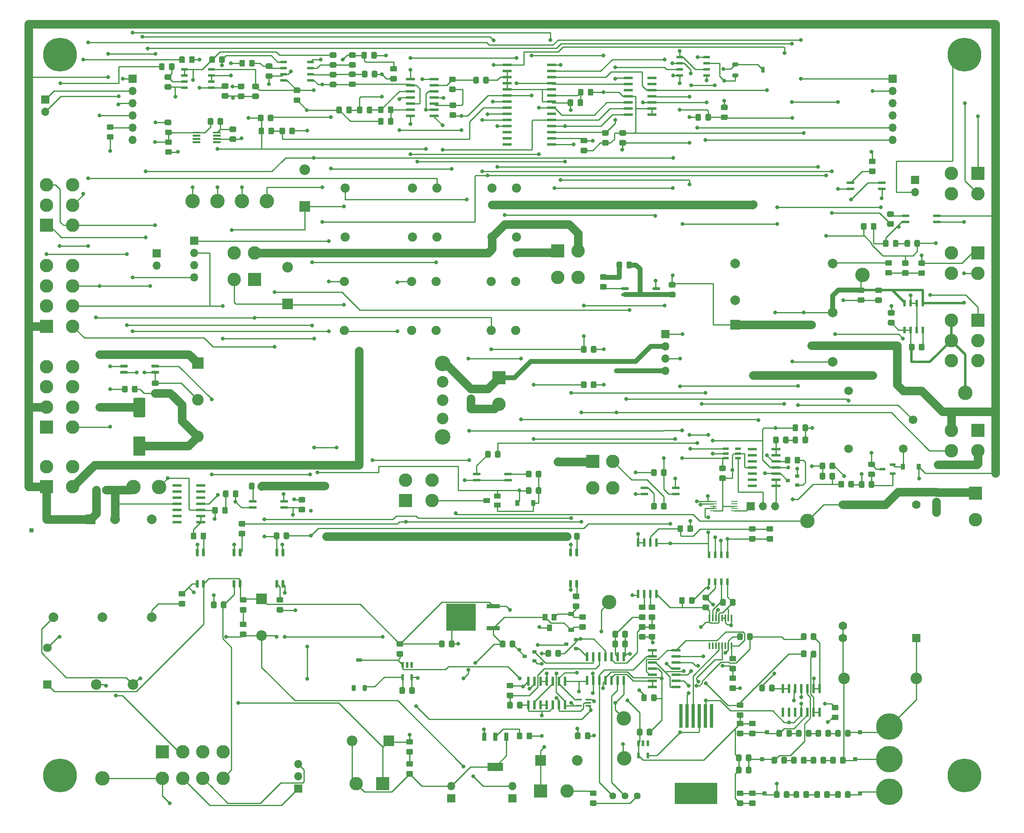
<source format=gbr>
%TF.GenerationSoftware,KiCad,Pcbnew,(5.1.6)-1*%
%TF.CreationDate,2021-02-04T22:55:20-05:00*%
%TF.ProjectId,TSI_Rev.5,5453495f-5265-4762-9e35-2e6b69636164,rev?*%
%TF.SameCoordinates,Original*%
%TF.FileFunction,Copper,L1,Top*%
%TF.FilePolarity,Positive*%
%FSLAX46Y46*%
G04 Gerber Fmt 4.6, Leading zero omitted, Abs format (unit mm)*
G04 Created by KiCad (PCBNEW (5.1.6)-1) date 2021-02-04 22:55:20*
%MOMM*%
%LPD*%
G01*
G04 APERTURE LIST*
%TA.AperFunction,ComponentPad*%
%ADD10C,2.000000*%
%TD*%
%TA.AperFunction,ComponentPad*%
%ADD11R,2.000000X2.000000*%
%TD*%
%TA.AperFunction,SMDPad,CuDef*%
%ADD12R,0.762000X1.270000*%
%TD*%
%TA.AperFunction,SMDPad,CuDef*%
%ADD13R,1.270000X0.762000*%
%TD*%
%TA.AperFunction,ComponentPad*%
%ADD14R,0.850000X0.850000*%
%TD*%
%TA.AperFunction,ComponentPad*%
%ADD15O,1.700000X1.700000*%
%TD*%
%TA.AperFunction,ComponentPad*%
%ADD16R,1.700000X1.700000*%
%TD*%
%TA.AperFunction,ComponentPad*%
%ADD17R,2.800000X2.800000*%
%TD*%
%TA.AperFunction,ComponentPad*%
%ADD18C,2.800000*%
%TD*%
%TA.AperFunction,SMDPad,CuDef*%
%ADD19R,0.600000X1.900000*%
%TD*%
%TA.AperFunction,SMDPad,CuDef*%
%ADD20R,0.410000X1.470000*%
%TD*%
%TA.AperFunction,ComponentPad*%
%ADD21C,1.905000*%
%TD*%
%TA.AperFunction,SMDPad,CuDef*%
%ADD22R,6.090000X5.630000*%
%TD*%
%TA.AperFunction,SMDPad,CuDef*%
%ADD23R,2.830000X0.970000*%
%TD*%
%TA.AperFunction,SMDPad,CuDef*%
%ADD24R,1.900000X0.600000*%
%TD*%
%TA.AperFunction,ComponentPad*%
%ADD25C,1.778000*%
%TD*%
%TA.AperFunction,ComponentPad*%
%ADD26R,1.778000X1.778000*%
%TD*%
%TA.AperFunction,SMDPad,CuDef*%
%ADD27C,3.000000*%
%TD*%
%TA.AperFunction,ComponentPad*%
%ADD28C,2.400000*%
%TD*%
%TA.AperFunction,SMDPad,CuDef*%
%ADD29R,0.900000X1.200000*%
%TD*%
%TA.AperFunction,ComponentPad*%
%ADD30R,2.200000X2.200000*%
%TD*%
%TA.AperFunction,ComponentPad*%
%ADD31O,2.200000X2.200000*%
%TD*%
%TA.AperFunction,SMDPad,CuDef*%
%ADD32R,0.590000X1.210000*%
%TD*%
%TA.AperFunction,ComponentPad*%
%ADD33C,5.500000*%
%TD*%
%TA.AperFunction,SMDPad,CuDef*%
%ADD34R,0.760000X5.000000*%
%TD*%
%TA.AperFunction,SMDPad,CuDef*%
%ADD35R,8.800000X4.500000*%
%TD*%
%TA.AperFunction,ComponentPad*%
%ADD36R,1.800000X1.800000*%
%TD*%
%TA.AperFunction,ComponentPad*%
%ADD37C,1.800000*%
%TD*%
%TA.AperFunction,ComponentPad*%
%ADD38C,2.200000*%
%TD*%
%TA.AperFunction,ComponentPad*%
%ADD39C,1.808000*%
%TD*%
%TA.AperFunction,ComponentPad*%
%ADD40C,3.226000*%
%TD*%
%TA.AperFunction,ComponentPad*%
%ADD41R,2.400000X2.400000*%
%TD*%
%TA.AperFunction,SMDPad,CuDef*%
%ADD42R,1.000000X1.400000*%
%TD*%
%TA.AperFunction,SMDPad,CuDef*%
%ADD43R,0.900000X0.800000*%
%TD*%
%TA.AperFunction,SMDPad,CuDef*%
%ADD44R,1.400000X1.000000*%
%TD*%
%TA.AperFunction,SMDPad,CuDef*%
%ADD45R,1.240000X0.590000*%
%TD*%
%TA.AperFunction,ComponentPad*%
%ADD46C,1.440000*%
%TD*%
%TA.AperFunction,SMDPad,CuDef*%
%ADD47R,1.210000X0.580000*%
%TD*%
%TA.AperFunction,SMDPad,CuDef*%
%ADD48R,1.422400X0.533400*%
%TD*%
%TA.AperFunction,SMDPad,CuDef*%
%ADD49R,0.590000X1.800000*%
%TD*%
%TA.AperFunction,SMDPad,CuDef*%
%ADD50R,0.533400X1.422400*%
%TD*%
%TA.AperFunction,SMDPad,CuDef*%
%ADD51R,3.190000X1.760000*%
%TD*%
%TA.AperFunction,SMDPad,CuDef*%
%ADD52R,0.920000X1.760000*%
%TD*%
%TA.AperFunction,ComponentPad*%
%ADD53C,7.000000*%
%TD*%
%TA.AperFunction,SMDPad,CuDef*%
%ADD54R,1.470000X0.280000*%
%TD*%
%TA.AperFunction,SMDPad,CuDef*%
%ADD55R,1.190000X0.400000*%
%TD*%
%TA.AperFunction,SMDPad,CuDef*%
%ADD56R,1.200000X0.900000*%
%TD*%
%TA.AperFunction,ViaPad*%
%ADD57C,0.800000*%
%TD*%
%TA.AperFunction,Conductor*%
%ADD58C,0.500000*%
%TD*%
%TA.AperFunction,Conductor*%
%ADD59C,0.250000*%
%TD*%
%TA.AperFunction,Conductor*%
%ADD60C,1.000000*%
%TD*%
%TA.AperFunction,Conductor*%
%ADD61C,1.800000*%
%TD*%
G04 APERTURE END LIST*
D10*
%TO.P,PS1,6*%
%TO.N,Net-(PS1-Pad6)*%
X126887600Y-157007400D03*
%TO.P,PS1,5*%
%TO.N,/DC_RELAY-*%
X126887600Y-177307400D03*
%TO.P,PS1,4*%
%TO.N,Net-(PS1-Pad4)*%
X116687600Y-177307400D03*
%TO.P,PS1,3*%
%TO.N,/PC_RELAY+*%
X106487600Y-177307400D03*
%TO.P,PS1,2*%
%TO.N,/AIRS-*%
X119287600Y-157007400D03*
D11*
%TO.P,PS1,1*%
%TO.N,/24V*%
X114187600Y-157007400D03*
%TD*%
D12*
%TO.P,RV4,2*%
%TO.N,Net-(R29-Pad1)*%
X253796800Y-63754000D03*
%TO.P,RV4,3*%
%TA.AperFunction,SMDPad,CuDef*%
G36*
G01*
X248640600Y-62407800D02*
X248640600Y-62814200D01*
G75*
G02*
X248437400Y-63017400I-203200J0D01*
G01*
X247573800Y-63017400D01*
G75*
G02*
X247370600Y-62814200I0J203200D01*
G01*
X247370600Y-62407800D01*
G75*
G02*
X247573800Y-62204600I203200J0D01*
G01*
X248437400Y-62204600D01*
G75*
G02*
X248640600Y-62407800I0J-203200D01*
G01*
G37*
%TD.AperFunction*%
%TO.P,RV4,1*%
%TO.N,Net-(R28-Pad2)*%
%TA.AperFunction,SMDPad,CuDef*%
G36*
G01*
X248640600Y-64693800D02*
X248640600Y-65100200D01*
G75*
G02*
X248437400Y-65303400I-203200J0D01*
G01*
X247573800Y-65303400D01*
G75*
G02*
X247370600Y-65100200I0J203200D01*
G01*
X247370600Y-64693800D01*
G75*
G02*
X247573800Y-64490600I203200J0D01*
G01*
X248437400Y-64490600D01*
G75*
G02*
X248640600Y-64693800I0J-203200D01*
G01*
G37*
%TD.AperFunction*%
%TD*%
D13*
%TO.P,RV5,2*%
%TO.N,/1.24V_REF*%
X169976800Y-186232800D03*
%TO.P,RV5,3*%
%TO.N,Net-(RV5-Pad3)*%
%TA.AperFunction,SMDPad,CuDef*%
G36*
G01*
X168630600Y-191389000D02*
X169037000Y-191389000D01*
G75*
G02*
X169240200Y-191592200I0J-203200D01*
G01*
X169240200Y-192455800D01*
G75*
G02*
X169037000Y-192659000I-203200J0D01*
G01*
X168630600Y-192659000D01*
G75*
G02*
X168427400Y-192455800I0J203200D01*
G01*
X168427400Y-191592200D01*
G75*
G02*
X168630600Y-191389000I203200J0D01*
G01*
G37*
%TD.AperFunction*%
%TO.P,RV5,1*%
%TO.N,Net-(IC4-Pad4)*%
%TA.AperFunction,SMDPad,CuDef*%
G36*
G01*
X170916600Y-191389000D02*
X171323000Y-191389000D01*
G75*
G02*
X171526200Y-191592200I0J-203200D01*
G01*
X171526200Y-192455800D01*
G75*
G02*
X171323000Y-192659000I-203200J0D01*
G01*
X170916600Y-192659000D01*
G75*
G02*
X170713400Y-192455800I0J203200D01*
G01*
X170713400Y-191592200D01*
G75*
G02*
X170916600Y-191389000I203200J0D01*
G01*
G37*
%TD.AperFunction*%
%TD*%
%TO.P,C13,2*%
%TO.N,/AIRS-*%
%TA.AperFunction,SMDPad,CuDef*%
G36*
G01*
X123358400Y-139820400D02*
X125358400Y-139820400D01*
G75*
G02*
X125608400Y-140070400I0J-250000D01*
G01*
X125608400Y-143570400D01*
G75*
G02*
X125358400Y-143820400I-250000J0D01*
G01*
X123358400Y-143820400D01*
G75*
G02*
X123108400Y-143570400I0J250000D01*
G01*
X123108400Y-140070400D01*
G75*
G02*
X123358400Y-139820400I250000J0D01*
G01*
G37*
%TD.AperFunction*%
%TO.P,C13,1*%
%TO.N,/COOL_24V*%
%TA.AperFunction,SMDPad,CuDef*%
G36*
G01*
X123358400Y-131820400D02*
X125358400Y-131820400D01*
G75*
G02*
X125608400Y-132070400I0J-250000D01*
G01*
X125608400Y-135570400D01*
G75*
G02*
X125358400Y-135820400I-250000J0D01*
G01*
X123358400Y-135820400D01*
G75*
G02*
X123108400Y-135570400I0J250000D01*
G01*
X123108400Y-132070400D01*
G75*
G02*
X123358400Y-131820400I250000J0D01*
G01*
G37*
%TD.AperFunction*%
%TD*%
%TO.P,C57,1*%
%TO.N,/24V*%
%TA.AperFunction,SMDPad,CuDef*%
G36*
G01*
X216005500Y-129532801D02*
X216005500Y-128632799D01*
G75*
G02*
X216255499Y-128382800I249999J0D01*
G01*
X216905501Y-128382800D01*
G75*
G02*
X217155500Y-128632799I0J-249999D01*
G01*
X217155500Y-129532801D01*
G75*
G02*
X216905501Y-129782800I-249999J0D01*
G01*
X216255499Y-129782800D01*
G75*
G02*
X216005500Y-129532801I0J249999D01*
G01*
G37*
%TD.AperFunction*%
%TO.P,C57,2*%
%TO.N,/AIRS-*%
%TA.AperFunction,SMDPad,CuDef*%
G36*
G01*
X218055500Y-129532801D02*
X218055500Y-128632799D01*
G75*
G02*
X218305499Y-128382800I249999J0D01*
G01*
X218955501Y-128382800D01*
G75*
G02*
X219205500Y-128632799I0J-249999D01*
G01*
X219205500Y-129532801D01*
G75*
G02*
X218955501Y-129782800I-249999J0D01*
G01*
X218305499Y-129782800D01*
G75*
G02*
X218055500Y-129532801I0J249999D01*
G01*
G37*
%TD.AperFunction*%
%TD*%
D14*
%TO.P,J29,1*%
%TO.N,/AIRS-*%
X101942900Y-159334200D03*
%TD*%
D15*
%TO.P,J23,2*%
%TO.N,/SCL*%
X104838500Y-72415400D03*
D16*
%TO.P,J23,1*%
%TO.N,/SDA*%
X104838500Y-69875400D03*
%TD*%
D15*
%TO.P,J21,4*%
%TO.N,/Brake_Light*%
X233514900Y-126238000D03*
%TO.P,J21,3*%
%TO.N,/BOT_Out*%
X233514900Y-123698000D03*
%TO.P,J21,2*%
%TO.N,/12V_Cooling*%
X233514900Y-121158000D03*
D16*
%TO.P,J21,1*%
%TO.N,/Drive_BTN*%
X233514900Y-118618000D03*
%TD*%
D15*
%TO.P,J19,4*%
%TO.N,/Throttle_SEL*%
X135737600Y-106832400D03*
%TO.P,J19,3*%
%TO.N,/IMD_Status*%
X135737600Y-104292400D03*
%TO.P,J19,2*%
%TO.N,/TSAL*%
X135737600Y-101752400D03*
D16*
%TO.P,J19,1*%
%TO.N,/SL1_In*%
X135737600Y-99212400D03*
%TD*%
D11*
%TO.P,U41,1*%
%TO.N,/24V*%
X247972420Y-116612040D03*
D10*
%TO.P,U41,2*%
%TO.N,/AIRS-*%
X247972420Y-111512040D03*
%TO.P,U41,3*%
%TO.N,/10V*%
X268272420Y-124312040D03*
%TO.P,U41,4*%
%TO.N,/5V*%
X268272420Y-114112040D03*
%TO.P,U41,5*%
%TO.N,/AIRS-*%
X268272420Y-103912040D03*
%TO.P,U41,6*%
%TO.N,Net-(U41-Pad6)*%
X247972420Y-103912040D03*
%TD*%
D15*
%TO.P,J13.2,6*%
%TO.N,/PC_Ready*%
X280672540Y-78257400D03*
%TO.P,J13.2,5*%
%TO.N,/RTDS_CTRL*%
X280672540Y-75717400D03*
%TO.P,J13.2,4*%
%TO.N,/BP_CAN+*%
X280672540Y-73177400D03*
%TO.P,J13.2,3*%
%TO.N,/BP_CAN-*%
X280697940Y-70637400D03*
%TO.P,J13.2,2*%
%TO.N,/SR_CTRL*%
X280672540Y-68097400D03*
D16*
%TO.P,J13.2,1*%
%TO.N,/AMS_FAULT_LED*%
X280672540Y-65557400D03*
%TD*%
D17*
%TO.P,J9,1*%
%TO.N,/24V*%
X105041700Y-150266400D03*
D18*
%TO.P,J9,2*%
%TO.N,/AIRS-*%
X105041700Y-146066400D03*
%TO.P,J9,3*%
%TO.N,/SL1_In*%
X110541700Y-150266400D03*
%TO.P,J9,4*%
%TO.N,/COOL_24V*%
X110541700Y-146066400D03*
%TD*%
D19*
%TO.P,U19,1*%
%TO.N,/PCDC_Circuit/TSV_Ready*%
X212699600Y-190610400D03*
%TO.P,U19,2*%
%TO.N,/PCDC_Circuit/PC_AND_SL_READY*%
X211429600Y-190610400D03*
%TO.P,U19,3*%
%TO.N,Net-(U19-Pad3)*%
X210159600Y-190610400D03*
%TO.P,U19,4*%
%TO.N,/PCDC_Circuit/Safety_Loop_HV*%
X208889600Y-190610400D03*
%TO.P,U19,5*%
X207619600Y-190610400D03*
%TO.P,U19,6*%
%TO.N,Net-(U19-Pad13)*%
X206349600Y-190610400D03*
%TO.P,U19,7*%
%TO.N,/DC_RELAY-*%
X205079600Y-190610400D03*
%TO.P,U19,8*%
%TO.N,Net-(R4-Pad2)*%
X205079600Y-195520400D03*
%TO.P,U19,9*%
%TO.N,Net-(U19-Pad3)*%
X206349600Y-195520400D03*
%TO.P,U19,10*%
%TO.N,Net-(U19-Pad10)*%
X207619600Y-195520400D03*
%TO.P,U19,11*%
X208889600Y-195520400D03*
%TO.P,U19,12*%
%TO.N,Net-(R4-Pad2)*%
X210159600Y-195520400D03*
%TO.P,U19,13*%
%TO.N,Net-(U19-Pad13)*%
X211429600Y-195520400D03*
%TO.P,U19,14*%
%TO.N,/5HV*%
X212699600Y-195520400D03*
%TD*%
%TO.P,U40,14*%
%TO.N,Net-(Q5-Pad1)*%
X217271600Y-185530400D03*
%TO.P,U40,13*%
%TO.N,/PCDC_Circuit/3.3_VREF*%
X218541600Y-185530400D03*
%TO.P,U40,12*%
%TO.N,Net-(C54-Pad1)*%
X219811600Y-185530400D03*
%TO.P,U40,11*%
%TO.N,/DC_RELAY-*%
X221081600Y-185530400D03*
%TO.P,U40,10*%
%TO.N,Net-(C46-Pad2)*%
X222351600Y-185530400D03*
%TO.P,U40,9*%
%TO.N,Net-(C47-Pad2)*%
X223621600Y-185530400D03*
%TO.P,U40,8*%
%TO.N,/Throttle_HV*%
X224891600Y-185530400D03*
%TO.P,U40,7*%
%TO.N,/PCDC_Circuit/PC_Ready_HV*%
X224891600Y-190440400D03*
%TO.P,U40,6*%
%TO.N,Net-(RV3-Pad2)*%
X223621600Y-190440400D03*
%TO.P,U40,5*%
%TO.N,Net-(U21-Pad13)*%
X222351600Y-190440400D03*
%TO.P,U40,4*%
%TO.N,/5HV*%
X221081600Y-190440400D03*
%TO.P,U40,3*%
%TO.N,Net-(RV3-Pad3)*%
X219811600Y-190440400D03*
%TO.P,U40,2*%
%TO.N,/1.24V_REF*%
X218541600Y-190440400D03*
%TO.P,U40,1*%
%TO.N,/PCDC_Circuit/TSV_Ready*%
X217271600Y-190440400D03*
%TD*%
D20*
%TO.P,U25,16*%
%TO.N,/5HV*%
X242682600Y-177495400D03*
%TO.P,U25,15*%
%TO.N,/Sensors_Throttle_Voltage/SDA_HV*%
X243332600Y-177495400D03*
%TO.P,U25,14*%
%TO.N,/Sensors_Throttle_Voltage/SCL_HV*%
X243982600Y-177495400D03*
%TO.P,U25,13*%
%TO.N,/5HV*%
X244632600Y-177495400D03*
%TO.P,U25,12*%
%TO.N,/DC_RELAY-*%
X245282600Y-177495400D03*
%TO.P,U25,11*%
X245932600Y-177495400D03*
%TO.P,U25,10*%
%TO.N,/5HV*%
X246582600Y-177495400D03*
%TO.P,U25,9*%
%TO.N,/DC_RELAY-*%
X247232600Y-177495400D03*
%TO.P,U25,8*%
%TO.N,/MC_Voltage*%
X247232600Y-183235400D03*
%TO.P,U25,7*%
%TO.N,/TSV_Voltage*%
X246582600Y-183235400D03*
%TO.P,U25,6*%
%TO.N,Net-(U25-Pad6)*%
X245932600Y-183235400D03*
%TO.P,U25,5*%
%TO.N,/A1_HV*%
X245282600Y-183235400D03*
%TO.P,U25,4*%
%TO.N,/A2_HV*%
X244632600Y-183235400D03*
%TO.P,U25,3*%
%TO.N,Net-(U25-Pad3)*%
X243982600Y-183235400D03*
%TO.P,U25,2*%
%TO.N,Net-(U25-Pad2)*%
X243332600Y-183235400D03*
%TO.P,U25,1*%
%TO.N,Net-(U25-Pad1)*%
X242682600Y-183235400D03*
%TD*%
D21*
%TO.P,K3,10*%
%TO.N,/SL1_In*%
X166852600Y-107657900D03*
%TO.P,K3,9*%
%TO.N,/IMD_Button_RTN*%
X180822600Y-107657900D03*
%TO.P,K3,8*%
%TO.N,/IMD_FAULT_LED*%
X185915300Y-107657900D03*
%TO.P,K3,7*%
%TO.N,/CAN_GLV_POWER/SL1_IMD_Out*%
X197345300Y-107657900D03*
%TO.P,K3,6*%
%TO.N,/24V*%
X202425300Y-107657900D03*
%TO.P,K3,5*%
%TO.N,Net-(K3-Pad5)*%
X202425300Y-117817900D03*
%TO.P,K3,4*%
%TO.N,/IMD_Status*%
X197345300Y-117817900D03*
%TO.P,K3,3*%
%TO.N,Net-(K3-Pad3)*%
X185915300Y-117817900D03*
%TO.P,K3,2*%
%TO.N,/AIRS-*%
X180822600Y-117817900D03*
%TO.P,K3,1*%
%TO.N,/IMD_Button_RTN*%
X166852600Y-117817900D03*
%TD*%
%TO.P,R66,2*%
%TO.N,Net-(C47-Pad2)*%
%TA.AperFunction,SMDPad,CuDef*%
G36*
G01*
X223679600Y-182455399D02*
X223679600Y-183355401D01*
G75*
G02*
X223429601Y-183605400I-249999J0D01*
G01*
X222779599Y-183605400D01*
G75*
G02*
X222529600Y-183355401I0J249999D01*
G01*
X222529600Y-182455399D01*
G75*
G02*
X222779599Y-182205400I249999J0D01*
G01*
X223429601Y-182205400D01*
G75*
G02*
X223679600Y-182455399I0J-249999D01*
G01*
G37*
%TD.AperFunction*%
%TO.P,R66,1*%
%TO.N,/Throttle_HV*%
%TA.AperFunction,SMDPad,CuDef*%
G36*
G01*
X225729600Y-182455399D02*
X225729600Y-183355401D01*
G75*
G02*
X225479601Y-183605400I-249999J0D01*
G01*
X224829599Y-183605400D01*
G75*
G02*
X224579600Y-183355401I0J249999D01*
G01*
X224579600Y-182455399D01*
G75*
G02*
X224829599Y-182205400I249999J0D01*
G01*
X225479601Y-182205400D01*
G75*
G02*
X225729600Y-182455399I0J-249999D01*
G01*
G37*
%TD.AperFunction*%
%TD*%
D15*
%TO.P,JP3,2*%
%TO.N,/Chassis_GND*%
X285318200Y-89090500D03*
D16*
%TO.P,JP3,1*%
%TO.N,/CAN_Shield*%
X285318200Y-86550500D03*
%TD*%
D22*
%TO.P,U10,2*%
%TO.N,/DC_RELAY-*%
X191139600Y-177317400D03*
D23*
%TO.P,U10,3*%
%TO.N,/5HV*%
X197789600Y-175027400D03*
%TO.P,U10,1*%
%TO.N,/PC_RELAY+*%
X197789600Y-179607400D03*
%TD*%
%TO.P,C9,1*%
%TO.N,Net-(C9-Pad1)*%
%TA.AperFunction,SMDPad,CuDef*%
G36*
G01*
X251374600Y-208617399D02*
X251374600Y-209517401D01*
G75*
G02*
X251124601Y-209767400I-249999J0D01*
G01*
X250474599Y-209767400D01*
G75*
G02*
X250224600Y-209517401I0J249999D01*
G01*
X250224600Y-208617399D01*
G75*
G02*
X250474599Y-208367400I249999J0D01*
G01*
X251124601Y-208367400D01*
G75*
G02*
X251374600Y-208617399I0J-249999D01*
G01*
G37*
%TD.AperFunction*%
%TO.P,C9,2*%
%TO.N,/1.24V_REF*%
%TA.AperFunction,SMDPad,CuDef*%
G36*
G01*
X249324600Y-208617399D02*
X249324600Y-209517401D01*
G75*
G02*
X249074601Y-209767400I-249999J0D01*
G01*
X248424599Y-209767400D01*
G75*
G02*
X248174600Y-209517401I0J249999D01*
G01*
X248174600Y-208617399D01*
G75*
G02*
X248424599Y-208367400I249999J0D01*
G01*
X249074601Y-208367400D01*
G75*
G02*
X249324600Y-208617399I0J-249999D01*
G01*
G37*
%TD.AperFunction*%
%TD*%
%TO.P,R16,1*%
%TO.N,/1.24V_REF*%
%TA.AperFunction,SMDPad,CuDef*%
G36*
G01*
X248174600Y-206977401D02*
X248174600Y-206077399D01*
G75*
G02*
X248424599Y-205827400I249999J0D01*
G01*
X249074601Y-205827400D01*
G75*
G02*
X249324600Y-206077399I0J-249999D01*
G01*
X249324600Y-206977401D01*
G75*
G02*
X249074601Y-207227400I-249999J0D01*
G01*
X248424599Y-207227400D01*
G75*
G02*
X248174600Y-206977401I0J249999D01*
G01*
G37*
%TD.AperFunction*%
%TO.P,R16,2*%
%TO.N,Net-(C9-Pad1)*%
%TA.AperFunction,SMDPad,CuDef*%
G36*
G01*
X250224600Y-206977401D02*
X250224600Y-206077399D01*
G75*
G02*
X250474599Y-205827400I249999J0D01*
G01*
X251124601Y-205827400D01*
G75*
G02*
X251374600Y-206077399I0J-249999D01*
G01*
X251374600Y-206977401D01*
G75*
G02*
X251124601Y-207227400I-249999J0D01*
G01*
X250474599Y-207227400D01*
G75*
G02*
X250224600Y-206977401I0J249999D01*
G01*
G37*
%TD.AperFunction*%
%TD*%
D24*
%TO.P,U21,1*%
%TO.N,/TSV_Voltage*%
X235728600Y-191795400D03*
%TO.P,U21,2*%
%TO.N,Net-(R90-Pad1)*%
X235728600Y-190525400D03*
%TO.P,U21,3*%
%TO.N,Net-(R91-Pad2)*%
X235728600Y-189255400D03*
%TO.P,U21,4*%
%TO.N,/DC_RELAY-*%
X235728600Y-187985400D03*
%TO.P,U21,5*%
%TO.N,Net-(R89-Pad1)*%
X235728600Y-186715400D03*
%TO.P,U21,6*%
%TO.N,Net-(R95-Pad2)*%
X235728600Y-185445400D03*
%TO.P,U21,7*%
%TO.N,/MC_Voltage*%
X235728600Y-184175400D03*
%TO.P,U21,8*%
%TO.N,Net-(RV3-Pad3)*%
X230818600Y-184175400D03*
%TO.P,U21,9*%
X230818600Y-185445400D03*
%TO.P,U21,10*%
%TO.N,/TSV_Voltage*%
X230818600Y-186715400D03*
%TO.P,U21,11*%
%TO.N,/5HV*%
X230818600Y-187985400D03*
%TO.P,U21,12*%
%TO.N,/MC_Voltage*%
X230818600Y-189255400D03*
%TO.P,U21,13*%
%TO.N,Net-(U21-Pad13)*%
X230818600Y-190525400D03*
%TO.P,U21,14*%
X230818600Y-191795400D03*
%TD*%
D15*
%TO.P,J13.1,6*%
%TO.N,/Throttle_SEL*%
X122908060Y-78257400D03*
%TO.P,J13.1,5*%
%TO.N,/Cooling_CTRL*%
X122933460Y-75717400D03*
%TO.P,J13.1,4*%
%TO.N,/Safety_Loop*%
X122933460Y-73177400D03*
%TO.P,J13.1,3*%
%TO.N,/5V_ISO_RTN*%
X122933460Y-70637400D03*
%TO.P,J13.1,2*%
%TO.N,/SDA*%
X122933460Y-68097400D03*
D16*
%TO.P,J13.1,1*%
%TO.N,/SCL*%
X122933460Y-65557400D03*
%TD*%
D25*
%TO.P,U1,12*%
%TO.N,/AIRS-*%
X285597600Y-153949400D03*
%TO.P,U1,13*%
%TO.N,/TSAL*%
X270357600Y-153949400D03*
%TO.P,U1,23*%
%TO.N,/HV-*%
X270357600Y-179095400D03*
%TO.P,U1,24*%
X270357600Y-181635400D03*
D26*
%TO.P,U1,1*%
%TO.N,/HV+*%
X285597600Y-181635400D03*
%TD*%
D27*
%TO.P,TP11,1*%
%TO.N,/3.3V*%
X295760140Y-130804920D03*
%TD*%
%TO.P,TP10,1*%
%TO.N,/5V*%
X274447000Y-106273600D03*
%TD*%
%TO.P,C2,2*%
%TO.N,/AIRS-*%
%TA.AperFunction,SMDPad,CuDef*%
G36*
G01*
X116874600Y-151351401D02*
X116874600Y-150451399D01*
G75*
G02*
X117124599Y-150201400I249999J0D01*
G01*
X117774601Y-150201400D01*
G75*
G02*
X118024600Y-150451399I0J-249999D01*
G01*
X118024600Y-151351401D01*
G75*
G02*
X117774601Y-151601400I-249999J0D01*
G01*
X117124599Y-151601400D01*
G75*
G02*
X116874600Y-151351401I0J249999D01*
G01*
G37*
%TD.AperFunction*%
%TO.P,C2,1*%
%TO.N,/24V*%
%TA.AperFunction,SMDPad,CuDef*%
G36*
G01*
X114824600Y-151351401D02*
X114824600Y-150451399D01*
G75*
G02*
X115074599Y-150201400I249999J0D01*
G01*
X115724601Y-150201400D01*
G75*
G02*
X115974600Y-150451399I0J-249999D01*
G01*
X115974600Y-151351401D01*
G75*
G02*
X115724601Y-151601400I-249999J0D01*
G01*
X115074599Y-151601400D01*
G75*
G02*
X114824600Y-151351401I0J249999D01*
G01*
G37*
%TD.AperFunction*%
%TD*%
%TO.P,C3,1*%
%TO.N,/10V*%
%TA.AperFunction,SMDPad,CuDef*%
G36*
G01*
X156611699Y-67392000D02*
X157511701Y-67392000D01*
G75*
G02*
X157761700Y-67641999I0J-249999D01*
G01*
X157761700Y-68292001D01*
G75*
G02*
X157511701Y-68542000I-249999J0D01*
G01*
X156611699Y-68542000D01*
G75*
G02*
X156361700Y-68292001I0J249999D01*
G01*
X156361700Y-67641999D01*
G75*
G02*
X156611699Y-67392000I249999J0D01*
G01*
G37*
%TD.AperFunction*%
%TO.P,C3,2*%
%TO.N,/AIRS-*%
%TA.AperFunction,SMDPad,CuDef*%
G36*
G01*
X156611699Y-69442000D02*
X157511701Y-69442000D01*
G75*
G02*
X157761700Y-69691999I0J-249999D01*
G01*
X157761700Y-70342001D01*
G75*
G02*
X157511701Y-70592000I-249999J0D01*
G01*
X156611699Y-70592000D01*
G75*
G02*
X156361700Y-70342001I0J249999D01*
G01*
X156361700Y-69691999D01*
G75*
G02*
X156611699Y-69442000I249999J0D01*
G01*
G37*
%TD.AperFunction*%
%TD*%
%TO.P,C4,1*%
%TO.N,Net-(C4-Pad1)*%
%TA.AperFunction,SMDPad,CuDef*%
G36*
G01*
X251111599Y-213309400D02*
X252011601Y-213309400D01*
G75*
G02*
X252261600Y-213559399I0J-249999D01*
G01*
X252261600Y-214209401D01*
G75*
G02*
X252011601Y-214459400I-249999J0D01*
G01*
X251111599Y-214459400D01*
G75*
G02*
X250861600Y-214209401I0J249999D01*
G01*
X250861600Y-213559399D01*
G75*
G02*
X251111599Y-213309400I249999J0D01*
G01*
G37*
%TD.AperFunction*%
%TO.P,C4,2*%
%TO.N,/1.24V_REF*%
%TA.AperFunction,SMDPad,CuDef*%
G36*
G01*
X251111599Y-215359400D02*
X252011601Y-215359400D01*
G75*
G02*
X252261600Y-215609399I0J-249999D01*
G01*
X252261600Y-216259401D01*
G75*
G02*
X252011601Y-216509400I-249999J0D01*
G01*
X251111599Y-216509400D01*
G75*
G02*
X250861600Y-216259401I0J249999D01*
G01*
X250861600Y-215609399D01*
G75*
G02*
X251111599Y-215359400I249999J0D01*
G01*
G37*
%TD.AperFunction*%
%TD*%
%TO.P,C6,1*%
%TO.N,Net-(C6-Pad1)*%
%TA.AperFunction,SMDPad,CuDef*%
G36*
G01*
X280294501Y-106426960D02*
X279394499Y-106426960D01*
G75*
G02*
X279144500Y-106176961I0J249999D01*
G01*
X279144500Y-105526959D01*
G75*
G02*
X279394499Y-105276960I249999J0D01*
G01*
X280294501Y-105276960D01*
G75*
G02*
X280544500Y-105526959I0J-249999D01*
G01*
X280544500Y-106176961D01*
G75*
G02*
X280294501Y-106426960I-249999J0D01*
G01*
G37*
%TD.AperFunction*%
%TO.P,C6,2*%
%TO.N,/AIRS-*%
%TA.AperFunction,SMDPad,CuDef*%
G36*
G01*
X280294501Y-104376960D02*
X279394499Y-104376960D01*
G75*
G02*
X279144500Y-104126961I0J249999D01*
G01*
X279144500Y-103476959D01*
G75*
G02*
X279394499Y-103226960I249999J0D01*
G01*
X280294501Y-103226960D01*
G75*
G02*
X280544500Y-103476959I0J-249999D01*
G01*
X280544500Y-104126961D01*
G75*
G02*
X280294501Y-104376960I-249999J0D01*
G01*
G37*
%TD.AperFunction*%
%TD*%
%TO.P,C7,2*%
%TO.N,Net-(C7-Pad2)*%
%TA.AperFunction,SMDPad,CuDef*%
G36*
G01*
X168975801Y-65242000D02*
X168075799Y-65242000D01*
G75*
G02*
X167825800Y-64992001I0J249999D01*
G01*
X167825800Y-64341999D01*
G75*
G02*
X168075799Y-64092000I249999J0D01*
G01*
X168975801Y-64092000D01*
G75*
G02*
X169225800Y-64341999I0J-249999D01*
G01*
X169225800Y-64992001D01*
G75*
G02*
X168975801Y-65242000I-249999J0D01*
G01*
G37*
%TD.AperFunction*%
%TO.P,C7,1*%
%TO.N,/TSI-TP/APPS1_ISO*%
%TA.AperFunction,SMDPad,CuDef*%
G36*
G01*
X168975801Y-67292000D02*
X168075799Y-67292000D01*
G75*
G02*
X167825800Y-67042001I0J249999D01*
G01*
X167825800Y-66391999D01*
G75*
G02*
X168075799Y-66142000I249999J0D01*
G01*
X168975801Y-66142000D01*
G75*
G02*
X169225800Y-66391999I0J-249999D01*
G01*
X169225800Y-67042001D01*
G75*
G02*
X168975801Y-67292000I-249999J0D01*
G01*
G37*
%TD.AperFunction*%
%TD*%
%TO.P,C8,2*%
%TO.N,/AIRS-*%
%TA.AperFunction,SMDPad,CuDef*%
G36*
G01*
X129839299Y-66697120D02*
X130739301Y-66697120D01*
G75*
G02*
X130989300Y-66947119I0J-249999D01*
G01*
X130989300Y-67597121D01*
G75*
G02*
X130739301Y-67847120I-249999J0D01*
G01*
X129839299Y-67847120D01*
G75*
G02*
X129589300Y-67597121I0J249999D01*
G01*
X129589300Y-66947119D01*
G75*
G02*
X129839299Y-66697120I249999J0D01*
G01*
G37*
%TD.AperFunction*%
%TO.P,C8,1*%
%TO.N,Net-(C8-Pad1)*%
%TA.AperFunction,SMDPad,CuDef*%
G36*
G01*
X129839299Y-64647120D02*
X130739301Y-64647120D01*
G75*
G02*
X130989300Y-64897119I0J-249999D01*
G01*
X130989300Y-65547121D01*
G75*
G02*
X130739301Y-65797120I-249999J0D01*
G01*
X129839299Y-65797120D01*
G75*
G02*
X129589300Y-65547121I0J249999D01*
G01*
X129589300Y-64897119D01*
G75*
G02*
X129839299Y-64647120I249999J0D01*
G01*
G37*
%TD.AperFunction*%
%TD*%
%TO.P,C10,1*%
%TO.N,/APPS1_RTN*%
%TA.AperFunction,SMDPad,CuDef*%
G36*
G01*
X129938359Y-78154840D02*
X130838361Y-78154840D01*
G75*
G02*
X131088360Y-78404839I0J-249999D01*
G01*
X131088360Y-79054841D01*
G75*
G02*
X130838361Y-79304840I-249999J0D01*
G01*
X129938359Y-79304840D01*
G75*
G02*
X129688360Y-79054841I0J249999D01*
G01*
X129688360Y-78404839D01*
G75*
G02*
X129938359Y-78154840I249999J0D01*
G01*
G37*
%TD.AperFunction*%
%TO.P,C10,2*%
%TO.N,/AIRS-*%
%TA.AperFunction,SMDPad,CuDef*%
G36*
G01*
X129938359Y-80204840D02*
X130838361Y-80204840D01*
G75*
G02*
X131088360Y-80454839I0J-249999D01*
G01*
X131088360Y-81104841D01*
G75*
G02*
X130838361Y-81354840I-249999J0D01*
G01*
X129938359Y-81354840D01*
G75*
G02*
X129688360Y-81104841I0J249999D01*
G01*
X129688360Y-80454839D01*
G75*
G02*
X129938359Y-80204840I249999J0D01*
G01*
G37*
%TD.AperFunction*%
%TD*%
%TO.P,C11,2*%
%TO.N,/AIRS-*%
%TA.AperFunction,SMDPad,CuDef*%
G36*
G01*
X148011699Y-68642000D02*
X148911701Y-68642000D01*
G75*
G02*
X149161700Y-68891999I0J-249999D01*
G01*
X149161700Y-69542001D01*
G75*
G02*
X148911701Y-69792000I-249999J0D01*
G01*
X148011699Y-69792000D01*
G75*
G02*
X147761700Y-69542001I0J249999D01*
G01*
X147761700Y-68891999D01*
G75*
G02*
X148011699Y-68642000I249999J0D01*
G01*
G37*
%TD.AperFunction*%
%TO.P,C11,1*%
%TO.N,/10V*%
%TA.AperFunction,SMDPad,CuDef*%
G36*
G01*
X148011699Y-66592000D02*
X148911701Y-66592000D01*
G75*
G02*
X149161700Y-66841999I0J-249999D01*
G01*
X149161700Y-67492001D01*
G75*
G02*
X148911701Y-67742000I-249999J0D01*
G01*
X148011699Y-67742000D01*
G75*
G02*
X147761700Y-67492001I0J249999D01*
G01*
X147761700Y-66841999D01*
G75*
G02*
X148011699Y-66592000I249999J0D01*
G01*
G37*
%TD.AperFunction*%
%TD*%
%TO.P,C12,1*%
%TO.N,/PC_RELAY+*%
%TA.AperFunction,SMDPad,CuDef*%
G36*
G01*
X199161600Y-183355401D02*
X199161600Y-182455399D01*
G75*
G02*
X199411599Y-182205400I249999J0D01*
G01*
X200061601Y-182205400D01*
G75*
G02*
X200311600Y-182455399I0J-249999D01*
G01*
X200311600Y-183355401D01*
G75*
G02*
X200061601Y-183605400I-249999J0D01*
G01*
X199411599Y-183605400D01*
G75*
G02*
X199161600Y-183355401I0J249999D01*
G01*
G37*
%TD.AperFunction*%
%TO.P,C12,2*%
%TO.N,/DC_RELAY-*%
%TA.AperFunction,SMDPad,CuDef*%
G36*
G01*
X201211600Y-183355401D02*
X201211600Y-182455399D01*
G75*
G02*
X201461599Y-182205400I249999J0D01*
G01*
X202111601Y-182205400D01*
G75*
G02*
X202361600Y-182455399I0J-249999D01*
G01*
X202361600Y-183355401D01*
G75*
G02*
X202111601Y-183605400I-249999J0D01*
G01*
X201461599Y-183605400D01*
G75*
G02*
X201211600Y-183355401I0J249999D01*
G01*
G37*
%TD.AperFunction*%
%TD*%
D28*
%TO.P,C14,1*%
%TO.N,/HV+*%
X285597600Y-190017400D03*
%TO.P,C14,2*%
%TO.N,/HV-*%
X270597600Y-190017400D03*
%TD*%
%TO.P,C15,1*%
%TO.N,Net-(C15-Pad1)*%
%TA.AperFunction,SMDPad,CuDef*%
G36*
G01*
X141690939Y-66531800D02*
X142590941Y-66531800D01*
G75*
G02*
X142840940Y-66781799I0J-249999D01*
G01*
X142840940Y-67431801D01*
G75*
G02*
X142590941Y-67681800I-249999J0D01*
G01*
X141690939Y-67681800D01*
G75*
G02*
X141440940Y-67431801I0J249999D01*
G01*
X141440940Y-66781799D01*
G75*
G02*
X141690939Y-66531800I249999J0D01*
G01*
G37*
%TD.AperFunction*%
%TO.P,C15,2*%
%TO.N,/AIRS-*%
%TA.AperFunction,SMDPad,CuDef*%
G36*
G01*
X141690939Y-68581800D02*
X142590941Y-68581800D01*
G75*
G02*
X142840940Y-68831799I0J-249999D01*
G01*
X142840940Y-69481801D01*
G75*
G02*
X142590941Y-69731800I-249999J0D01*
G01*
X141690939Y-69731800D01*
G75*
G02*
X141440940Y-69481801I0J249999D01*
G01*
X141440940Y-68831799D01*
G75*
G02*
X141690939Y-68581800I249999J0D01*
G01*
G37*
%TD.AperFunction*%
%TD*%
%TO.P,C16,2*%
%TO.N,/AIRS-*%
%TA.AperFunction,SMDPad,CuDef*%
G36*
G01*
X166386700Y-71616999D02*
X166386700Y-72517001D01*
G75*
G02*
X166136701Y-72767000I-249999J0D01*
G01*
X165486699Y-72767000D01*
G75*
G02*
X165236700Y-72517001I0J249999D01*
G01*
X165236700Y-71616999D01*
G75*
G02*
X165486699Y-71367000I249999J0D01*
G01*
X166136701Y-71367000D01*
G75*
G02*
X166386700Y-71616999I0J-249999D01*
G01*
G37*
%TD.AperFunction*%
%TO.P,C16,1*%
%TO.N,/5V*%
%TA.AperFunction,SMDPad,CuDef*%
G36*
G01*
X168436700Y-71616999D02*
X168436700Y-72517001D01*
G75*
G02*
X168186701Y-72767000I-249999J0D01*
G01*
X167536699Y-72767000D01*
G75*
G02*
X167286700Y-72517001I0J249999D01*
G01*
X167286700Y-71616999D01*
G75*
G02*
X167536699Y-71367000I249999J0D01*
G01*
X168186701Y-71367000D01*
G75*
G02*
X168436700Y-71616999I0J-249999D01*
G01*
G37*
%TD.AperFunction*%
%TD*%
%TO.P,C17,1*%
%TO.N,/TSAL*%
%TA.AperFunction,SMDPad,CuDef*%
G36*
G01*
X289262399Y-150791000D02*
X290162401Y-150791000D01*
G75*
G02*
X290412400Y-151040999I0J-249999D01*
G01*
X290412400Y-151691001D01*
G75*
G02*
X290162401Y-151941000I-249999J0D01*
G01*
X289262399Y-151941000D01*
G75*
G02*
X289012400Y-151691001I0J249999D01*
G01*
X289012400Y-151040999D01*
G75*
G02*
X289262399Y-150791000I249999J0D01*
G01*
G37*
%TD.AperFunction*%
%TO.P,C17,2*%
%TO.N,/AIRS-*%
%TA.AperFunction,SMDPad,CuDef*%
G36*
G01*
X289262399Y-152841000D02*
X290162401Y-152841000D01*
G75*
G02*
X290412400Y-153090999I0J-249999D01*
G01*
X290412400Y-153741001D01*
G75*
G02*
X290162401Y-153991000I-249999J0D01*
G01*
X289262399Y-153991000D01*
G75*
G02*
X289012400Y-153741001I0J249999D01*
G01*
X289012400Y-153090999D01*
G75*
G02*
X289262399Y-152841000I249999J0D01*
G01*
G37*
%TD.AperFunction*%
%TD*%
%TO.P,C18,1*%
%TO.N,/12V_Cooling*%
%TA.AperFunction,SMDPad,CuDef*%
G36*
G01*
X192653499Y-129328000D02*
X193553501Y-129328000D01*
G75*
G02*
X193803500Y-129577999I0J-249999D01*
G01*
X193803500Y-130228001D01*
G75*
G02*
X193553501Y-130478000I-249999J0D01*
G01*
X192653499Y-130478000D01*
G75*
G02*
X192403500Y-130228001I0J249999D01*
G01*
X192403500Y-129577999D01*
G75*
G02*
X192653499Y-129328000I249999J0D01*
G01*
G37*
%TD.AperFunction*%
%TO.P,C18,2*%
%TO.N,/AIRS-*%
%TA.AperFunction,SMDPad,CuDef*%
G36*
G01*
X192653499Y-131378000D02*
X193553501Y-131378000D01*
G75*
G02*
X193803500Y-131627999I0J-249999D01*
G01*
X193803500Y-132278001D01*
G75*
G02*
X193553501Y-132528000I-249999J0D01*
G01*
X192653499Y-132528000D01*
G75*
G02*
X192403500Y-132278001I0J249999D01*
G01*
X192403500Y-131627999D01*
G75*
G02*
X192653499Y-131378000I249999J0D01*
G01*
G37*
%TD.AperFunction*%
%TD*%
%TO.P,C19,2*%
%TO.N,/AIRS-*%
%TA.AperFunction,SMDPad,CuDef*%
G36*
G01*
X276161700Y-96667001D02*
X276161700Y-95766999D01*
G75*
G02*
X276411699Y-95517000I249999J0D01*
G01*
X277061701Y-95517000D01*
G75*
G02*
X277311700Y-95766999I0J-249999D01*
G01*
X277311700Y-96667001D01*
G75*
G02*
X277061701Y-96917000I-249999J0D01*
G01*
X276411699Y-96917000D01*
G75*
G02*
X276161700Y-96667001I0J249999D01*
G01*
G37*
%TD.AperFunction*%
%TO.P,C19,1*%
%TO.N,/3.3V*%
%TA.AperFunction,SMDPad,CuDef*%
G36*
G01*
X274111700Y-96667001D02*
X274111700Y-95766999D01*
G75*
G02*
X274361699Y-95517000I249999J0D01*
G01*
X275011701Y-95517000D01*
G75*
G02*
X275261700Y-95766999I0J-249999D01*
G01*
X275261700Y-96667001D01*
G75*
G02*
X275011701Y-96917000I-249999J0D01*
G01*
X274361699Y-96917000D01*
G75*
G02*
X274111700Y-96667001I0J249999D01*
G01*
G37*
%TD.AperFunction*%
%TD*%
%TO.P,C20,2*%
%TO.N,/DC_RELAY-*%
%TA.AperFunction,SMDPad,CuDef*%
G36*
G01*
X268281999Y-197563000D02*
X269182001Y-197563000D01*
G75*
G02*
X269432000Y-197812999I0J-249999D01*
G01*
X269432000Y-198463001D01*
G75*
G02*
X269182001Y-198713000I-249999J0D01*
G01*
X268281999Y-198713000D01*
G75*
G02*
X268032000Y-198463001I0J249999D01*
G01*
X268032000Y-197812999D01*
G75*
G02*
X268281999Y-197563000I249999J0D01*
G01*
G37*
%TD.AperFunction*%
%TO.P,C20,1*%
%TO.N,/5HV*%
%TA.AperFunction,SMDPad,CuDef*%
G36*
G01*
X268281999Y-195513000D02*
X269182001Y-195513000D01*
G75*
G02*
X269432000Y-195762999I0J-249999D01*
G01*
X269432000Y-196413001D01*
G75*
G02*
X269182001Y-196663000I-249999J0D01*
G01*
X268281999Y-196663000D01*
G75*
G02*
X268032000Y-196413001I0J249999D01*
G01*
X268032000Y-195762999D01*
G75*
G02*
X268281999Y-195513000I249999J0D01*
G01*
G37*
%TD.AperFunction*%
%TD*%
%TO.P,C21,2*%
%TO.N,/DC_RELAY-*%
%TA.AperFunction,SMDPad,CuDef*%
G36*
G01*
X229665000Y-193605999D02*
X229665000Y-194506001D01*
G75*
G02*
X229415001Y-194756000I-249999J0D01*
G01*
X228764999Y-194756000D01*
G75*
G02*
X228515000Y-194506001I0J249999D01*
G01*
X228515000Y-193605999D01*
G75*
G02*
X228764999Y-193356000I249999J0D01*
G01*
X229415001Y-193356000D01*
G75*
G02*
X229665000Y-193605999I0J-249999D01*
G01*
G37*
%TD.AperFunction*%
%TO.P,C21,1*%
%TO.N,/5HV*%
%TA.AperFunction,SMDPad,CuDef*%
G36*
G01*
X231715000Y-193605999D02*
X231715000Y-194506001D01*
G75*
G02*
X231465001Y-194756000I-249999J0D01*
G01*
X230814999Y-194756000D01*
G75*
G02*
X230565000Y-194506001I0J249999D01*
G01*
X230565000Y-193605999D01*
G75*
G02*
X230814999Y-193356000I249999J0D01*
G01*
X231465001Y-193356000D01*
G75*
G02*
X231715000Y-193605999I0J-249999D01*
G01*
G37*
%TD.AperFunction*%
%TD*%
%TO.P,C22,1*%
%TO.N,/10V*%
%TA.AperFunction,SMDPad,CuDef*%
G36*
G01*
X242961700Y-73116999D02*
X242961700Y-74017001D01*
G75*
G02*
X242711701Y-74267000I-249999J0D01*
G01*
X242061699Y-74267000D01*
G75*
G02*
X241811700Y-74017001I0J249999D01*
G01*
X241811700Y-73116999D01*
G75*
G02*
X242061699Y-72867000I249999J0D01*
G01*
X242711701Y-72867000D01*
G75*
G02*
X242961700Y-73116999I0J-249999D01*
G01*
G37*
%TD.AperFunction*%
%TO.P,C22,2*%
%TO.N,/AIRS-*%
%TA.AperFunction,SMDPad,CuDef*%
G36*
G01*
X240911700Y-73116999D02*
X240911700Y-74017001D01*
G75*
G02*
X240661701Y-74267000I-249999J0D01*
G01*
X240011699Y-74267000D01*
G75*
G02*
X239761700Y-74017001I0J249999D01*
G01*
X239761700Y-73116999D01*
G75*
G02*
X240011699Y-72867000I249999J0D01*
G01*
X240661701Y-72867000D01*
G75*
G02*
X240911700Y-73116999I0J-249999D01*
G01*
G37*
%TD.AperFunction*%
%TD*%
%TO.P,C23,2*%
%TO.N,/AIRS-*%
%TA.AperFunction,SMDPad,CuDef*%
G36*
G01*
X214386700Y-70091999D02*
X214386700Y-70992001D01*
G75*
G02*
X214136701Y-71242000I-249999J0D01*
G01*
X213486699Y-71242000D01*
G75*
G02*
X213236700Y-70992001I0J249999D01*
G01*
X213236700Y-70091999D01*
G75*
G02*
X213486699Y-69842000I249999J0D01*
G01*
X214136701Y-69842000D01*
G75*
G02*
X214386700Y-70091999I0J-249999D01*
G01*
G37*
%TD.AperFunction*%
%TO.P,C23,1*%
%TO.N,Net-(C23-Pad1)*%
%TA.AperFunction,SMDPad,CuDef*%
G36*
G01*
X216436700Y-70091999D02*
X216436700Y-70992001D01*
G75*
G02*
X216186701Y-71242000I-249999J0D01*
G01*
X215536699Y-71242000D01*
G75*
G02*
X215286700Y-70992001I0J249999D01*
G01*
X215286700Y-70091999D01*
G75*
G02*
X215536699Y-69842000I249999J0D01*
G01*
X216186701Y-69842000D01*
G75*
G02*
X216436700Y-70091999I0J-249999D01*
G01*
G37*
%TD.AperFunction*%
%TD*%
%TO.P,C24,1*%
%TO.N,/5V*%
%TA.AperFunction,SMDPad,CuDef*%
G36*
G01*
X224211699Y-76242000D02*
X225111701Y-76242000D01*
G75*
G02*
X225361700Y-76491999I0J-249999D01*
G01*
X225361700Y-77142001D01*
G75*
G02*
X225111701Y-77392000I-249999J0D01*
G01*
X224211699Y-77392000D01*
G75*
G02*
X223961700Y-77142001I0J249999D01*
G01*
X223961700Y-76491999D01*
G75*
G02*
X224211699Y-76242000I249999J0D01*
G01*
G37*
%TD.AperFunction*%
%TO.P,C24,2*%
%TO.N,/AIRS-*%
%TA.AperFunction,SMDPad,CuDef*%
G36*
G01*
X224211699Y-78292000D02*
X225111701Y-78292000D01*
G75*
G02*
X225361700Y-78541999I0J-249999D01*
G01*
X225361700Y-79192001D01*
G75*
G02*
X225111701Y-79442000I-249999J0D01*
G01*
X224211699Y-79442000D01*
G75*
G02*
X223961700Y-79192001I0J249999D01*
G01*
X223961700Y-78541999D01*
G75*
G02*
X224211699Y-78292000I249999J0D01*
G01*
G37*
%TD.AperFunction*%
%TD*%
%TO.P,C25,1*%
%TO.N,/AIRS-*%
%TA.AperFunction,SMDPad,CuDef*%
G36*
G01*
X265536700Y-148517001D02*
X265536700Y-147616999D01*
G75*
G02*
X265786699Y-147367000I249999J0D01*
G01*
X266436701Y-147367000D01*
G75*
G02*
X266686700Y-147616999I0J-249999D01*
G01*
X266686700Y-148517001D01*
G75*
G02*
X266436701Y-148767000I-249999J0D01*
G01*
X265786699Y-148767000D01*
G75*
G02*
X265536700Y-148517001I0J249999D01*
G01*
G37*
%TD.AperFunction*%
%TO.P,C25,2*%
%TO.N,/5V*%
%TA.AperFunction,SMDPad,CuDef*%
G36*
G01*
X267586700Y-148517001D02*
X267586700Y-147616999D01*
G75*
G02*
X267836699Y-147367000I249999J0D01*
G01*
X268486701Y-147367000D01*
G75*
G02*
X268736700Y-147616999I0J-249999D01*
G01*
X268736700Y-148517001D01*
G75*
G02*
X268486701Y-148767000I-249999J0D01*
G01*
X267836699Y-148767000D01*
G75*
G02*
X267586700Y-148517001I0J249999D01*
G01*
G37*
%TD.AperFunction*%
%TD*%
%TO.P,C26,1*%
%TO.N,/5V*%
%TA.AperFunction,SMDPad,CuDef*%
G36*
G01*
X177561701Y-66142000D02*
X176661699Y-66142000D01*
G75*
G02*
X176411700Y-65892001I0J249999D01*
G01*
X176411700Y-65241999D01*
G75*
G02*
X176661699Y-64992000I249999J0D01*
G01*
X177561701Y-64992000D01*
G75*
G02*
X177811700Y-65241999I0J-249999D01*
G01*
X177811700Y-65892001D01*
G75*
G02*
X177561701Y-66142000I-249999J0D01*
G01*
G37*
%TD.AperFunction*%
%TO.P,C26,2*%
%TO.N,/AIRS-*%
%TA.AperFunction,SMDPad,CuDef*%
G36*
G01*
X177561701Y-64092000D02*
X176661699Y-64092000D01*
G75*
G02*
X176411700Y-63842001I0J249999D01*
G01*
X176411700Y-63191999D01*
G75*
G02*
X176661699Y-62942000I249999J0D01*
G01*
X177561701Y-62942000D01*
G75*
G02*
X177811700Y-63191999I0J-249999D01*
G01*
X177811700Y-63842001D01*
G75*
G02*
X177561701Y-64092000I-249999J0D01*
G01*
G37*
%TD.AperFunction*%
%TD*%
%TO.P,C27,1*%
%TO.N,/24V*%
%TA.AperFunction,SMDPad,CuDef*%
G36*
G01*
X234461699Y-107763400D02*
X235361701Y-107763400D01*
G75*
G02*
X235611700Y-108013399I0J-249999D01*
G01*
X235611700Y-108663401D01*
G75*
G02*
X235361701Y-108913400I-249999J0D01*
G01*
X234461699Y-108913400D01*
G75*
G02*
X234211700Y-108663401I0J249999D01*
G01*
X234211700Y-108013399D01*
G75*
G02*
X234461699Y-107763400I249999J0D01*
G01*
G37*
%TD.AperFunction*%
%TO.P,C27,2*%
%TO.N,/AIRS-*%
%TA.AperFunction,SMDPad,CuDef*%
G36*
G01*
X234461699Y-109813400D02*
X235361701Y-109813400D01*
G75*
G02*
X235611700Y-110063399I0J-249999D01*
G01*
X235611700Y-110713401D01*
G75*
G02*
X235361701Y-110963400I-249999J0D01*
G01*
X234461699Y-110963400D01*
G75*
G02*
X234211700Y-110713401I0J249999D01*
G01*
X234211700Y-110063399D01*
G75*
G02*
X234461699Y-109813400I249999J0D01*
G01*
G37*
%TD.AperFunction*%
%TD*%
%TO.P,C30,1*%
%TO.N,Net-(C30-Pad1)*%
%TA.AperFunction,SMDPad,CuDef*%
G36*
G01*
X251098899Y-158436400D02*
X251998901Y-158436400D01*
G75*
G02*
X252248900Y-158686399I0J-249999D01*
G01*
X252248900Y-159336401D01*
G75*
G02*
X251998901Y-159586400I-249999J0D01*
G01*
X251098899Y-159586400D01*
G75*
G02*
X250848900Y-159336401I0J249999D01*
G01*
X250848900Y-158686399D01*
G75*
G02*
X251098899Y-158436400I249999J0D01*
G01*
G37*
%TD.AperFunction*%
%TO.P,C30,2*%
%TO.N,/AIRS-*%
%TA.AperFunction,SMDPad,CuDef*%
G36*
G01*
X251098899Y-160486400D02*
X251998901Y-160486400D01*
G75*
G02*
X252248900Y-160736399I0J-249999D01*
G01*
X252248900Y-161386401D01*
G75*
G02*
X251998901Y-161636400I-249999J0D01*
G01*
X251098899Y-161636400D01*
G75*
G02*
X250848900Y-161386401I0J249999D01*
G01*
X250848900Y-160736399D01*
G75*
G02*
X251098899Y-160486400I249999J0D01*
G01*
G37*
%TD.AperFunction*%
%TD*%
%TO.P,C32,2*%
%TO.N,/AIRS-*%
%TA.AperFunction,SMDPad,CuDef*%
G36*
G01*
X261972100Y-138467001D02*
X261972100Y-137566999D01*
G75*
G02*
X262222099Y-137317000I249999J0D01*
G01*
X262872101Y-137317000D01*
G75*
G02*
X263122100Y-137566999I0J-249999D01*
G01*
X263122100Y-138467001D01*
G75*
G02*
X262872101Y-138717000I-249999J0D01*
G01*
X262222099Y-138717000D01*
G75*
G02*
X261972100Y-138467001I0J249999D01*
G01*
G37*
%TD.AperFunction*%
%TO.P,C32,1*%
%TO.N,/5V*%
%TA.AperFunction,SMDPad,CuDef*%
G36*
G01*
X259922100Y-138467001D02*
X259922100Y-137566999D01*
G75*
G02*
X260172099Y-137317000I249999J0D01*
G01*
X260822101Y-137317000D01*
G75*
G02*
X261072100Y-137566999I0J-249999D01*
G01*
X261072100Y-138467001D01*
G75*
G02*
X260822101Y-138717000I-249999J0D01*
G01*
X260172099Y-138717000D01*
G75*
G02*
X259922100Y-138467001I0J249999D01*
G01*
G37*
%TD.AperFunction*%
%TD*%
%TO.P,C35,2*%
%TO.N,/DC_RELAY-*%
%TA.AperFunction,SMDPad,CuDef*%
G36*
G01*
X238426300Y-174313001D02*
X238426300Y-173412999D01*
G75*
G02*
X238676299Y-173163000I249999J0D01*
G01*
X239326301Y-173163000D01*
G75*
G02*
X239576300Y-173412999I0J-249999D01*
G01*
X239576300Y-174313001D01*
G75*
G02*
X239326301Y-174563000I-249999J0D01*
G01*
X238676299Y-174563000D01*
G75*
G02*
X238426300Y-174313001I0J249999D01*
G01*
G37*
%TD.AperFunction*%
%TO.P,C35,1*%
%TO.N,/5HV*%
%TA.AperFunction,SMDPad,CuDef*%
G36*
G01*
X236376300Y-174313001D02*
X236376300Y-173412999D01*
G75*
G02*
X236626299Y-173163000I249999J0D01*
G01*
X237276301Y-173163000D01*
G75*
G02*
X237526300Y-173412999I0J-249999D01*
G01*
X237526300Y-174313001D01*
G75*
G02*
X237276301Y-174563000I-249999J0D01*
G01*
X236626299Y-174563000D01*
G75*
G02*
X236376300Y-174313001I0J249999D01*
G01*
G37*
%TD.AperFunction*%
%TD*%
%TO.P,C43,1*%
%TO.N,/5HV*%
%TA.AperFunction,SMDPad,CuDef*%
G36*
G01*
X186541500Y-183330001D02*
X186541500Y-182429999D01*
G75*
G02*
X186791499Y-182180000I249999J0D01*
G01*
X187441501Y-182180000D01*
G75*
G02*
X187691500Y-182429999I0J-249999D01*
G01*
X187691500Y-183330001D01*
G75*
G02*
X187441501Y-183580000I-249999J0D01*
G01*
X186791499Y-183580000D01*
G75*
G02*
X186541500Y-183330001I0J249999D01*
G01*
G37*
%TD.AperFunction*%
%TO.P,C43,2*%
%TO.N,/DC_RELAY-*%
%TA.AperFunction,SMDPad,CuDef*%
G36*
G01*
X188591500Y-183330001D02*
X188591500Y-182429999D01*
G75*
G02*
X188841499Y-182180000I249999J0D01*
G01*
X189491501Y-182180000D01*
G75*
G02*
X189741500Y-182429999I0J-249999D01*
G01*
X189741500Y-183330001D01*
G75*
G02*
X189491501Y-183580000I-249999J0D01*
G01*
X188841499Y-183580000D01*
G75*
G02*
X188591500Y-183330001I0J249999D01*
G01*
G37*
%TD.AperFunction*%
%TD*%
%TO.P,C46,1*%
%TO.N,/DC_RELAY-*%
%TA.AperFunction,SMDPad,CuDef*%
G36*
G01*
X229151601Y-181974400D02*
X228251599Y-181974400D01*
G75*
G02*
X228001600Y-181724401I0J249999D01*
G01*
X228001600Y-181074399D01*
G75*
G02*
X228251599Y-180824400I249999J0D01*
G01*
X229151601Y-180824400D01*
G75*
G02*
X229401600Y-181074399I0J-249999D01*
G01*
X229401600Y-181724401D01*
G75*
G02*
X229151601Y-181974400I-249999J0D01*
G01*
G37*
%TD.AperFunction*%
%TO.P,C46,2*%
%TO.N,Net-(C46-Pad2)*%
%TA.AperFunction,SMDPad,CuDef*%
G36*
G01*
X229151601Y-179924400D02*
X228251599Y-179924400D01*
G75*
G02*
X228001600Y-179674401I0J249999D01*
G01*
X228001600Y-179024399D01*
G75*
G02*
X228251599Y-178774400I249999J0D01*
G01*
X229151601Y-178774400D01*
G75*
G02*
X229401600Y-179024399I0J-249999D01*
G01*
X229401600Y-179674401D01*
G75*
G02*
X229151601Y-179924400I-249999J0D01*
G01*
G37*
%TD.AperFunction*%
%TD*%
%TO.P,C47,2*%
%TO.N,Net-(C47-Pad2)*%
%TA.AperFunction,SMDPad,CuDef*%
G36*
G01*
X223679600Y-180423399D02*
X223679600Y-181323401D01*
G75*
G02*
X223429601Y-181573400I-249999J0D01*
G01*
X222779599Y-181573400D01*
G75*
G02*
X222529600Y-181323401I0J249999D01*
G01*
X222529600Y-180423399D01*
G75*
G02*
X222779599Y-180173400I249999J0D01*
G01*
X223429601Y-180173400D01*
G75*
G02*
X223679600Y-180423399I0J-249999D01*
G01*
G37*
%TD.AperFunction*%
%TO.P,C47,1*%
%TO.N,/Throttle_HV*%
%TA.AperFunction,SMDPad,CuDef*%
G36*
G01*
X225729600Y-180423399D02*
X225729600Y-181323401D01*
G75*
G02*
X225479601Y-181573400I-249999J0D01*
G01*
X224829599Y-181573400D01*
G75*
G02*
X224579600Y-181323401I0J249999D01*
G01*
X224579600Y-180423399D01*
G75*
G02*
X224829599Y-180173400I249999J0D01*
G01*
X225479601Y-180173400D01*
G75*
G02*
X225729600Y-180423399I0J-249999D01*
G01*
G37*
%TD.AperFunction*%
%TD*%
%TO.P,C48,1*%
%TO.N,Net-(C48-Pad1)*%
%TA.AperFunction,SMDPad,CuDef*%
G36*
G01*
X249471601Y-202031400D02*
X248571599Y-202031400D01*
G75*
G02*
X248321600Y-201781401I0J249999D01*
G01*
X248321600Y-201131399D01*
G75*
G02*
X248571599Y-200881400I249999J0D01*
G01*
X249471601Y-200881400D01*
G75*
G02*
X249721600Y-201131399I0J-249999D01*
G01*
X249721600Y-201781401D01*
G75*
G02*
X249471601Y-202031400I-249999J0D01*
G01*
G37*
%TD.AperFunction*%
%TO.P,C48,2*%
%TO.N,/1.24V_REF*%
%TA.AperFunction,SMDPad,CuDef*%
G36*
G01*
X249471601Y-199981400D02*
X248571599Y-199981400D01*
G75*
G02*
X248321600Y-199731401I0J249999D01*
G01*
X248321600Y-199081399D01*
G75*
G02*
X248571599Y-198831400I249999J0D01*
G01*
X249471601Y-198831400D01*
G75*
G02*
X249721600Y-199081399I0J-249999D01*
G01*
X249721600Y-199731401D01*
G75*
G02*
X249471601Y-199981400I-249999J0D01*
G01*
G37*
%TD.AperFunction*%
%TD*%
%TO.P,C54,1*%
%TO.N,Net-(C54-Pad1)*%
%TA.AperFunction,SMDPad,CuDef*%
G36*
G01*
X201719601Y-194148400D02*
X200819599Y-194148400D01*
G75*
G02*
X200569600Y-193898401I0J249999D01*
G01*
X200569600Y-193248399D01*
G75*
G02*
X200819599Y-192998400I249999J0D01*
G01*
X201719601Y-192998400D01*
G75*
G02*
X201969600Y-193248399I0J-249999D01*
G01*
X201969600Y-193898401D01*
G75*
G02*
X201719601Y-194148400I-249999J0D01*
G01*
G37*
%TD.AperFunction*%
%TO.P,C54,2*%
%TO.N,/DC_RELAY-*%
%TA.AperFunction,SMDPad,CuDef*%
G36*
G01*
X201719601Y-192098400D02*
X200819599Y-192098400D01*
G75*
G02*
X200569600Y-191848401I0J249999D01*
G01*
X200569600Y-191198399D01*
G75*
G02*
X200819599Y-190948400I249999J0D01*
G01*
X201719601Y-190948400D01*
G75*
G02*
X201969600Y-191198399I0J-249999D01*
G01*
X201969600Y-191848401D01*
G75*
G02*
X201719601Y-192098400I-249999J0D01*
G01*
G37*
%TD.AperFunction*%
%TD*%
%TO.P,C55,1*%
%TO.N,/DC_RELAY-*%
%TA.AperFunction,SMDPad,CuDef*%
G36*
G01*
X217960900Y-201505399D02*
X217960900Y-202405401D01*
G75*
G02*
X217710901Y-202655400I-249999J0D01*
G01*
X217060899Y-202655400D01*
G75*
G02*
X216810900Y-202405401I0J249999D01*
G01*
X216810900Y-201505399D01*
G75*
G02*
X217060899Y-201255400I249999J0D01*
G01*
X217710901Y-201255400D01*
G75*
G02*
X217960900Y-201505399I0J-249999D01*
G01*
G37*
%TD.AperFunction*%
%TO.P,C55,2*%
%TO.N,/5HV*%
%TA.AperFunction,SMDPad,CuDef*%
G36*
G01*
X215910900Y-201505399D02*
X215910900Y-202405401D01*
G75*
G02*
X215660901Y-202655400I-249999J0D01*
G01*
X215010899Y-202655400D01*
G75*
G02*
X214760900Y-202405401I0J249999D01*
G01*
X214760900Y-201505399D01*
G75*
G02*
X215010899Y-201255400I249999J0D01*
G01*
X215660901Y-201255400D01*
G75*
G02*
X215910900Y-201505399I0J-249999D01*
G01*
G37*
%TD.AperFunction*%
%TD*%
%TO.P,C56,2*%
%TO.N,/AIRS-*%
%TA.AperFunction,SMDPad,CuDef*%
G36*
G01*
X266686700Y-145491999D02*
X266686700Y-146392001D01*
G75*
G02*
X266436701Y-146642000I-249999J0D01*
G01*
X265786699Y-146642000D01*
G75*
G02*
X265536700Y-146392001I0J249999D01*
G01*
X265536700Y-145491999D01*
G75*
G02*
X265786699Y-145242000I249999J0D01*
G01*
X266436701Y-145242000D01*
G75*
G02*
X266686700Y-145491999I0J-249999D01*
G01*
G37*
%TD.AperFunction*%
%TO.P,C56,1*%
%TO.N,/24V*%
%TA.AperFunction,SMDPad,CuDef*%
G36*
G01*
X268736700Y-145491999D02*
X268736700Y-146392001D01*
G75*
G02*
X268486701Y-146642000I-249999J0D01*
G01*
X267836699Y-146642000D01*
G75*
G02*
X267586700Y-146392001I0J249999D01*
G01*
X267586700Y-145491999D01*
G75*
G02*
X267836699Y-145242000I249999J0D01*
G01*
X268486701Y-145242000D01*
G75*
G02*
X268736700Y-145491999I0J-249999D01*
G01*
G37*
%TD.AperFunction*%
%TD*%
%TO.P,C58,2*%
%TO.N,/AIRS-*%
%TA.AperFunction,SMDPad,CuDef*%
G36*
G01*
X277301539Y-110970480D02*
X278201541Y-110970480D01*
G75*
G02*
X278451540Y-111220479I0J-249999D01*
G01*
X278451540Y-111870481D01*
G75*
G02*
X278201541Y-112120480I-249999J0D01*
G01*
X277301539Y-112120480D01*
G75*
G02*
X277051540Y-111870481I0J249999D01*
G01*
X277051540Y-111220479D01*
G75*
G02*
X277301539Y-110970480I249999J0D01*
G01*
G37*
%TD.AperFunction*%
%TO.P,C58,1*%
%TO.N,/5V*%
%TA.AperFunction,SMDPad,CuDef*%
G36*
G01*
X277301539Y-108920480D02*
X278201541Y-108920480D01*
G75*
G02*
X278451540Y-109170479I0J-249999D01*
G01*
X278451540Y-109820481D01*
G75*
G02*
X278201541Y-110070480I-249999J0D01*
G01*
X277301539Y-110070480D01*
G75*
G02*
X277051540Y-109820481I0J249999D01*
G01*
X277051540Y-109170479D01*
G75*
G02*
X277301539Y-108920480I249999J0D01*
G01*
G37*
%TD.AperFunction*%
%TD*%
%TO.P,C59,2*%
%TO.N,/AIRS-*%
%TA.AperFunction,SMDPad,CuDef*%
G36*
G01*
X273654099Y-110936080D02*
X274554101Y-110936080D01*
G75*
G02*
X274804100Y-111186079I0J-249999D01*
G01*
X274804100Y-111836081D01*
G75*
G02*
X274554101Y-112086080I-249999J0D01*
G01*
X273654099Y-112086080D01*
G75*
G02*
X273404100Y-111836081I0J249999D01*
G01*
X273404100Y-111186079D01*
G75*
G02*
X273654099Y-110936080I249999J0D01*
G01*
G37*
%TD.AperFunction*%
%TO.P,C59,1*%
%TO.N,/5V*%
%TA.AperFunction,SMDPad,CuDef*%
G36*
G01*
X273654099Y-108886080D02*
X274554101Y-108886080D01*
G75*
G02*
X274804100Y-109136079I0J-249999D01*
G01*
X274804100Y-109786081D01*
G75*
G02*
X274554101Y-110036080I-249999J0D01*
G01*
X273654099Y-110036080D01*
G75*
G02*
X273404100Y-109786081I0J249999D01*
G01*
X273404100Y-109136079D01*
G75*
G02*
X273654099Y-108886080I249999J0D01*
G01*
G37*
%TD.AperFunction*%
%TD*%
%TO.P,C60,2*%
%TO.N,Net-(C60-Pad2)*%
%TA.AperFunction,SMDPad,CuDef*%
G36*
G01*
X286121260Y-121729921D02*
X286121260Y-120829919D01*
G75*
G02*
X286371259Y-120579920I249999J0D01*
G01*
X287021261Y-120579920D01*
G75*
G02*
X287271260Y-120829919I0J-249999D01*
G01*
X287271260Y-121729921D01*
G75*
G02*
X287021261Y-121979920I-249999J0D01*
G01*
X286371259Y-121979920D01*
G75*
G02*
X286121260Y-121729921I0J249999D01*
G01*
G37*
%TD.AperFunction*%
%TO.P,C60,1*%
%TO.N,/3.3V*%
%TA.AperFunction,SMDPad,CuDef*%
G36*
G01*
X284071260Y-121729921D02*
X284071260Y-120829919D01*
G75*
G02*
X284321259Y-120579920I249999J0D01*
G01*
X284971261Y-120579920D01*
G75*
G02*
X285221260Y-120829919I0J-249999D01*
G01*
X285221260Y-121729921D01*
G75*
G02*
X284971261Y-121979920I-249999J0D01*
G01*
X284321259Y-121979920D01*
G75*
G02*
X284071260Y-121729921I0J249999D01*
G01*
G37*
%TD.AperFunction*%
%TD*%
%TO.P,C61,1*%
%TO.N,/3.3V*%
%TA.AperFunction,SMDPad,CuDef*%
G36*
G01*
X280838061Y-116777680D02*
X279938059Y-116777680D01*
G75*
G02*
X279688060Y-116527681I0J249999D01*
G01*
X279688060Y-115877679D01*
G75*
G02*
X279938059Y-115627680I249999J0D01*
G01*
X280838061Y-115627680D01*
G75*
G02*
X281088060Y-115877679I0J-249999D01*
G01*
X281088060Y-116527681D01*
G75*
G02*
X280838061Y-116777680I-249999J0D01*
G01*
G37*
%TD.AperFunction*%
%TO.P,C61,2*%
%TO.N,/AIRS-*%
%TA.AperFunction,SMDPad,CuDef*%
G36*
G01*
X280838061Y-114727680D02*
X279938059Y-114727680D01*
G75*
G02*
X279688060Y-114477681I0J249999D01*
G01*
X279688060Y-113827679D01*
G75*
G02*
X279938059Y-113577680I249999J0D01*
G01*
X280838061Y-113577680D01*
G75*
G02*
X281088060Y-113827679I0J-249999D01*
G01*
X281088060Y-114477681D01*
G75*
G02*
X280838061Y-114727680I-249999J0D01*
G01*
G37*
%TD.AperFunction*%
%TD*%
%TO.P,D1,1*%
%TO.N,/AIRS-*%
%TA.AperFunction,SMDPad,CuDef*%
G36*
G01*
X278677460Y-100211041D02*
X278677460Y-99311039D01*
G75*
G02*
X278927459Y-99061040I249999J0D01*
G01*
X279577461Y-99061040D01*
G75*
G02*
X279827460Y-99311039I0J-249999D01*
G01*
X279827460Y-100211041D01*
G75*
G02*
X279577461Y-100461040I-249999J0D01*
G01*
X278927459Y-100461040D01*
G75*
G02*
X278677460Y-100211041I0J249999D01*
G01*
G37*
%TD.AperFunction*%
%TO.P,D1,2*%
%TO.N,Net-(D1-Pad2)*%
%TA.AperFunction,SMDPad,CuDef*%
G36*
G01*
X280727460Y-100211041D02*
X280727460Y-99311039D01*
G75*
G02*
X280977459Y-99061040I249999J0D01*
G01*
X281627461Y-99061040D01*
G75*
G02*
X281877460Y-99311039I0J-249999D01*
G01*
X281877460Y-100211041D01*
G75*
G02*
X281627461Y-100461040I-249999J0D01*
G01*
X280977459Y-100461040D01*
G75*
G02*
X280727460Y-100211041I0J249999D01*
G01*
G37*
%TD.AperFunction*%
%TD*%
%TO.P,D2,1*%
%TO.N,/APPS1_RTN*%
%TA.AperFunction,SMDPad,CuDef*%
G36*
G01*
X135413560Y-76864240D02*
X135413560Y-76664240D01*
G75*
G02*
X135513560Y-76564240I100000J0D01*
G01*
X136938560Y-76564240D01*
G75*
G02*
X137038560Y-76664240I0J-100000D01*
G01*
X137038560Y-76864240D01*
G75*
G02*
X136938560Y-76964240I-100000J0D01*
G01*
X135513560Y-76964240D01*
G75*
G02*
X135413560Y-76864240I0J100000D01*
G01*
G37*
%TD.AperFunction*%
%TO.P,D2,2*%
%TO.N,N/C*%
%TA.AperFunction,SMDPad,CuDef*%
G36*
G01*
X135413560Y-77514240D02*
X135413560Y-77314240D01*
G75*
G02*
X135513560Y-77214240I100000J0D01*
G01*
X136938560Y-77214240D01*
G75*
G02*
X137038560Y-77314240I0J-100000D01*
G01*
X137038560Y-77514240D01*
G75*
G02*
X136938560Y-77614240I-100000J0D01*
G01*
X135513560Y-77614240D01*
G75*
G02*
X135413560Y-77514240I0J100000D01*
G01*
G37*
%TD.AperFunction*%
%TO.P,D2,3*%
%TA.AperFunction,SMDPad,CuDef*%
G36*
G01*
X135413560Y-78164240D02*
X135413560Y-77964240D01*
G75*
G02*
X135513560Y-77864240I100000J0D01*
G01*
X136938560Y-77864240D01*
G75*
G02*
X137038560Y-77964240I0J-100000D01*
G01*
X137038560Y-78164240D01*
G75*
G02*
X136938560Y-78264240I-100000J0D01*
G01*
X135513560Y-78264240D01*
G75*
G02*
X135413560Y-78164240I0J100000D01*
G01*
G37*
%TD.AperFunction*%
%TO.P,D2,4*%
%TA.AperFunction,SMDPad,CuDef*%
G36*
G01*
X135413560Y-78814240D02*
X135413560Y-78614240D01*
G75*
G02*
X135513560Y-78514240I100000J0D01*
G01*
X136938560Y-78514240D01*
G75*
G02*
X137038560Y-78614240I0J-100000D01*
G01*
X137038560Y-78814240D01*
G75*
G02*
X136938560Y-78914240I-100000J0D01*
G01*
X135513560Y-78914240D01*
G75*
G02*
X135413560Y-78814240I0J100000D01*
G01*
G37*
%TD.AperFunction*%
%TO.P,D2,5*%
%TA.AperFunction,SMDPad,CuDef*%
G36*
G01*
X139638560Y-78814240D02*
X139638560Y-78614240D01*
G75*
G02*
X139738560Y-78514240I100000J0D01*
G01*
X141163560Y-78514240D01*
G75*
G02*
X141263560Y-78614240I0J-100000D01*
G01*
X141263560Y-78814240D01*
G75*
G02*
X141163560Y-78914240I-100000J0D01*
G01*
X139738560Y-78914240D01*
G75*
G02*
X139638560Y-78814240I0J100000D01*
G01*
G37*
%TD.AperFunction*%
%TO.P,D2,6*%
%TO.N,/AIRS-*%
%TA.AperFunction,SMDPad,CuDef*%
G36*
G01*
X139638560Y-78164240D02*
X139638560Y-77964240D01*
G75*
G02*
X139738560Y-77864240I100000J0D01*
G01*
X141163560Y-77864240D01*
G75*
G02*
X141263560Y-77964240I0J-100000D01*
G01*
X141263560Y-78164240D01*
G75*
G02*
X141163560Y-78264240I-100000J0D01*
G01*
X139738560Y-78264240D01*
G75*
G02*
X139638560Y-78164240I0J100000D01*
G01*
G37*
%TD.AperFunction*%
%TO.P,D2,7*%
%TO.N,N/C*%
%TA.AperFunction,SMDPad,CuDef*%
G36*
G01*
X139638560Y-77514240D02*
X139638560Y-77314240D01*
G75*
G02*
X139738560Y-77214240I100000J0D01*
G01*
X141163560Y-77214240D01*
G75*
G02*
X141263560Y-77314240I0J-100000D01*
G01*
X141263560Y-77514240D01*
G75*
G02*
X141163560Y-77614240I-100000J0D01*
G01*
X139738560Y-77614240D01*
G75*
G02*
X139638560Y-77514240I0J100000D01*
G01*
G37*
%TD.AperFunction*%
%TO.P,D2,8*%
%TO.N,Net-(D2-Pad8)*%
%TA.AperFunction,SMDPad,CuDef*%
G36*
G01*
X139638560Y-76864240D02*
X139638560Y-76664240D01*
G75*
G02*
X139738560Y-76564240I100000J0D01*
G01*
X141163560Y-76564240D01*
G75*
G02*
X141263560Y-76664240I0J-100000D01*
G01*
X141263560Y-76864240D01*
G75*
G02*
X141163560Y-76964240I-100000J0D01*
G01*
X139738560Y-76964240D01*
G75*
G02*
X139638560Y-76864240I0J100000D01*
G01*
G37*
%TD.AperFunction*%
%TD*%
D29*
%TO.P,D3,2*%
%TO.N,Net-(D3-Pad2)*%
X282791900Y-146100800D03*
%TO.P,D3,1*%
%TO.N,/24V*%
X286091900Y-146100800D03*
%TD*%
%TO.P,D4,2*%
%TO.N,Net-(D4-Pad2)*%
%TA.AperFunction,SMDPad,CuDef*%
G36*
G01*
X261072100Y-140100899D02*
X261072100Y-141000901D01*
G75*
G02*
X260822101Y-141250900I-249999J0D01*
G01*
X260172099Y-141250900D01*
G75*
G02*
X259922100Y-141000901I0J249999D01*
G01*
X259922100Y-140100899D01*
G75*
G02*
X260172099Y-139850900I249999J0D01*
G01*
X260822101Y-139850900D01*
G75*
G02*
X261072100Y-140100899I0J-249999D01*
G01*
G37*
%TD.AperFunction*%
%TO.P,D4,1*%
%TO.N,/AIRS-*%
%TA.AperFunction,SMDPad,CuDef*%
G36*
G01*
X263122100Y-140100899D02*
X263122100Y-141000901D01*
G75*
G02*
X262872101Y-141250900I-249999J0D01*
G01*
X262222099Y-141250900D01*
G75*
G02*
X261972100Y-141000901I0J249999D01*
G01*
X261972100Y-140100899D01*
G75*
G02*
X262222099Y-139850900I249999J0D01*
G01*
X262872101Y-139850900D01*
G75*
G02*
X263122100Y-140100899I0J-249999D01*
G01*
G37*
%TD.AperFunction*%
%TD*%
D30*
%TO.P,D5,1*%
%TO.N,/AMS_Button_RTN*%
X158711900Y-92062300D03*
D31*
%TO.P,D5,2*%
%TO.N,/AIRS-*%
X158711900Y-84442300D03*
%TD*%
%TO.P,D6,1*%
%TO.N,/PC_RELAY-*%
%TA.AperFunction,SMDPad,CuDef*%
G36*
G01*
X180891601Y-210404400D02*
X179991599Y-210404400D01*
G75*
G02*
X179741600Y-210154401I0J249999D01*
G01*
X179741600Y-209504399D01*
G75*
G02*
X179991599Y-209254400I249999J0D01*
G01*
X180891601Y-209254400D01*
G75*
G02*
X181141600Y-209504399I0J-249999D01*
G01*
X181141600Y-210154401D01*
G75*
G02*
X180891601Y-210404400I-249999J0D01*
G01*
G37*
%TD.AperFunction*%
%TO.P,D6,2*%
%TO.N,Net-(D6-Pad2)*%
%TA.AperFunction,SMDPad,CuDef*%
G36*
G01*
X180891601Y-208354400D02*
X179991599Y-208354400D01*
G75*
G02*
X179741600Y-208104401I0J249999D01*
G01*
X179741600Y-207454399D01*
G75*
G02*
X179991599Y-207204400I249999J0D01*
G01*
X180891601Y-207204400D01*
G75*
G02*
X181141600Y-207454399I0J-249999D01*
G01*
X181141600Y-208104401D01*
G75*
G02*
X180891601Y-208354400I-249999J0D01*
G01*
G37*
%TD.AperFunction*%
%TD*%
%TO.P,D7,1*%
%TO.N,Net-(D7-Pad1)*%
%TA.AperFunction,SMDPad,CuDef*%
G36*
G01*
X146347601Y-181457400D02*
X145447599Y-181457400D01*
G75*
G02*
X145197600Y-181207401I0J249999D01*
G01*
X145197600Y-180557399D01*
G75*
G02*
X145447599Y-180307400I249999J0D01*
G01*
X146347601Y-180307400D01*
G75*
G02*
X146597600Y-180557399I0J-249999D01*
G01*
X146597600Y-181207401D01*
G75*
G02*
X146347601Y-181457400I-249999J0D01*
G01*
G37*
%TD.AperFunction*%
%TO.P,D7,2*%
%TO.N,Net-(D7-Pad2)*%
%TA.AperFunction,SMDPad,CuDef*%
G36*
G01*
X146347601Y-179407400D02*
X145447599Y-179407400D01*
G75*
G02*
X145197600Y-179157401I0J249999D01*
G01*
X145197600Y-178507399D01*
G75*
G02*
X145447599Y-178257400I249999J0D01*
G01*
X146347601Y-178257400D01*
G75*
G02*
X146597600Y-178507399I0J-249999D01*
G01*
X146597600Y-179157401D01*
G75*
G02*
X146347601Y-179407400I-249999J0D01*
G01*
G37*
%TD.AperFunction*%
%TD*%
D30*
%TO.P,D8,1*%
%TO.N,/5HV*%
X149707600Y-173507400D03*
D31*
%TO.P,D8,2*%
%TO.N,Net-(D7-Pad1)*%
X149707600Y-181127400D03*
%TD*%
%TO.P,D9,2*%
%TO.N,/AIRS-*%
X155111700Y-104672000D03*
D30*
%TO.P,D9,1*%
%TO.N,/IMD_Button_RTN*%
X155111700Y-112292000D03*
%TD*%
D29*
%TO.P,D11,1*%
%TO.N,/24V*%
X202807300Y-153644600D03*
%TO.P,D11,2*%
%TO.N,Net-(D11-Pad2)*%
X206107300Y-153644600D03*
%TD*%
%TO.P,D14,2*%
%TO.N,Net-(D14-Pad2)*%
%TA.AperFunction,SMDPad,CuDef*%
G36*
G01*
X142844100Y-151276899D02*
X142844100Y-152176901D01*
G75*
G02*
X142594101Y-152426900I-249999J0D01*
G01*
X141944099Y-152426900D01*
G75*
G02*
X141694100Y-152176901I0J249999D01*
G01*
X141694100Y-151276899D01*
G75*
G02*
X141944099Y-151026900I249999J0D01*
G01*
X142594101Y-151026900D01*
G75*
G02*
X142844100Y-151276899I0J-249999D01*
G01*
G37*
%TD.AperFunction*%
%TO.P,D14,1*%
%TO.N,/AIRS-*%
%TA.AperFunction,SMDPad,CuDef*%
G36*
G01*
X144894100Y-151276899D02*
X144894100Y-152176901D01*
G75*
G02*
X144644101Y-152426900I-249999J0D01*
G01*
X143994099Y-152426900D01*
G75*
G02*
X143744100Y-152176901I0J249999D01*
G01*
X143744100Y-151276899D01*
G75*
G02*
X143994099Y-151026900I249999J0D01*
G01*
X144644101Y-151026900D01*
G75*
G02*
X144894100Y-151276899I0J-249999D01*
G01*
G37*
%TD.AperFunction*%
%TD*%
D30*
%TO.P,D16,1*%
%TO.N,/DC_RELAY+*%
X207619600Y-207035400D03*
D31*
%TO.P,D16,2*%
%TO.N,/DC_RELAY-*%
X215239600Y-207035400D03*
%TD*%
%TO.P,D17,2*%
%TO.N,/PC_RELAY-*%
X168503600Y-202971400D03*
D30*
%TO.P,D17,1*%
%TO.N,/PC_RELAY+*%
X176123600Y-202971400D03*
%TD*%
D27*
%TO.P,TP12,1*%
%TO.N,/TSAL*%
X262953500Y-157342840D03*
%TD*%
D32*
%TO.P,IC1,5*%
%TO.N,/DC_RELAY-*%
X229839600Y-206004400D03*
%TO.P,IC1,4*%
%TO.N,/1.24V_REF*%
X227939600Y-206004400D03*
%TO.P,IC1,3*%
X227939600Y-203494400D03*
%TO.P,IC1,2*%
%TO.N,Net-(IC1-Pad2)*%
X228889600Y-203494400D03*
%TO.P,IC1,1*%
%TO.N,Net-(IC1-Pad1)*%
X229839600Y-203494400D03*
%TD*%
%TO.P,IC4,1*%
%TO.N,Net-(IC4-Pad1)*%
X180883600Y-187238400D03*
%TO.P,IC4,2*%
%TO.N,Net-(IC4-Pad2)*%
X179933600Y-187238400D03*
%TO.P,IC4,3*%
%TO.N,/1.24V_REF*%
X178983600Y-187238400D03*
%TO.P,IC4,4*%
%TO.N,Net-(IC4-Pad4)*%
X178983600Y-189748400D03*
%TO.P,IC4,5*%
%TO.N,/DC_RELAY-*%
X180883600Y-189748400D03*
%TD*%
D33*
%TO.P,J1,1*%
%TO.N,/MC+*%
X280009600Y-213551400D03*
%TO.P,J1,2*%
%TO.N,/HV-*%
X280009600Y-206781400D03*
%TO.P,J1,3*%
%TO.N,/HV+*%
X280009600Y-200011400D03*
%TD*%
D34*
%TO.P,J2,5*%
%TO.N,/5HV*%
X241782600Y-197865400D03*
D35*
%TO.P,J2,0*%
%TO.N,N/C*%
X239877600Y-213915400D03*
D34*
%TO.P,J2,4*%
%TO.N,/DC_RELAY-*%
X240512600Y-197865400D03*
%TO.P,J2,3*%
%TO.N,/A2_HV*%
X239242600Y-197865400D03*
%TO.P,J2,2*%
%TO.N,/A1_HV*%
X237972600Y-197865400D03*
%TO.P,J2,1*%
%TO.N,Net-(J2-Pad1)*%
X236702600Y-197865400D03*
%TO.P,J2,6*%
%TO.N,Net-(J2-Pad6)*%
X243052600Y-197865400D03*
%TD*%
D18*
%TO.P,J3,2*%
%TO.N,/PC_RELAY-*%
X169353600Y-211861400D03*
D17*
%TO.P,J3,1*%
%TO.N,/PC_RELAY+*%
X174853600Y-211861400D03*
%TD*%
D18*
%TO.P,J4,8*%
%TO.N,/Brake_Pressed_HV*%
X141733600Y-210757400D03*
%TO.P,J4,7*%
%TO.N,Net-(J4-Pad7)*%
X137533600Y-210757400D03*
%TO.P,J4,6*%
%TO.N,Net-(J4-Pad6)*%
X133333600Y-210757400D03*
%TO.P,J4,5*%
%TO.N,/Throttle_HV*%
X129133600Y-210757400D03*
%TO.P,J4,4*%
%TO.N,Net-(J4-Pad4)*%
X141733600Y-205257400D03*
%TO.P,J4,3*%
%TO.N,/DC_RELAY-*%
X137533600Y-205257400D03*
%TO.P,J4,2*%
%TO.N,/IGNI_VCC*%
X133333600Y-205257400D03*
D17*
%TO.P,J4,1*%
%TO.N,/DC_RELAY-*%
X129133600Y-205257400D03*
%TD*%
D18*
%TO.P,J5,8*%
%TO.N,/IMD_Status*%
X110541700Y-125322000D03*
%TO.P,J5,7*%
%TO.N,Net-(J5-Pad7)*%
X110541700Y-129522000D03*
%TO.P,J5,6*%
%TO.N,Net-(J5-Pad6)*%
X110541700Y-133722000D03*
%TO.P,J5,5*%
%TO.N,/IMD_MHS*%
X110541700Y-137922000D03*
%TO.P,J5,4*%
%TO.N,/AIRS-*%
X105041700Y-125322000D03*
%TO.P,J5,3*%
X105041700Y-129522000D03*
%TO.P,J5,2*%
%TO.N,/24V*%
X105041700Y-133722000D03*
D17*
%TO.P,J5,1*%
%TO.N,/AIRS-*%
X105041700Y-137922000D03*
%TD*%
D18*
%TO.P,J6,4*%
%TO.N,/Chassis_GND*%
X292854750Y-89417000D03*
%TO.P,J6,3*%
%TO.N,/CAN_Shield*%
X292854750Y-85217000D03*
%TO.P,J6,2*%
%TO.N,/BP_CAN-*%
X298354750Y-89417000D03*
D17*
%TO.P,J6,1*%
%TO.N,/BP_CAN+*%
X298354750Y-85217000D03*
%TD*%
D18*
%TO.P,J7,4*%
%TO.N,Net-(J7-Pad4)*%
X292854750Y-105927000D03*
%TO.P,J7,3*%
%TO.N,/AIRS-*%
X292854750Y-101727000D03*
%TO.P,J7,2*%
%TO.N,/Drive_LED*%
X298354750Y-105927000D03*
D17*
%TO.P,J7,1*%
%TO.N,/Drive_BTN*%
X298354750Y-101727000D03*
%TD*%
D18*
%TO.P,J8,2*%
%TO.N,/AIRS-*%
X198996300Y-133134100D03*
D17*
%TO.P,J8,1*%
%TO.N,/12V_Cooling*%
X198996300Y-127634100D03*
%TD*%
%TO.P,J10,1*%
%TO.N,/24V*%
X105041700Y-116967000D03*
D18*
%TO.P,J10,2*%
%TO.N,/AMS_FAULT_LED*%
X105041700Y-112767000D03*
%TO.P,J10,3*%
%TO.N,/AIRS-*%
X105041700Y-108567000D03*
%TO.P,J10,4*%
%TO.N,/IMD_FAULT_LED*%
X105041700Y-104367000D03*
%TO.P,J10,5*%
%TO.N,/Gen_Fault_EPAL*%
X110541700Y-116967000D03*
%TO.P,J10,6*%
%TO.N,/TSAL*%
X110541700Y-112767000D03*
%TO.P,J10,7*%
%TO.N,/Safety_Loop*%
X110541700Y-108567000D03*
%TO.P,J10,8*%
%TO.N,Net-(J10-Pad8)*%
X110541700Y-104367000D03*
%TD*%
%TO.P,J11,4*%
%TO.N,/AIRS-*%
X215361700Y-106792000D03*
%TO.P,J11,3*%
%TO.N,/AIRS+*%
X211161700Y-106792000D03*
%TO.P,J11,2*%
%TO.N,/24V_BP_Out*%
X215361700Y-101292000D03*
D17*
%TO.P,J11,1*%
%TO.N,/24V*%
X211161700Y-101292000D03*
%TD*%
%TO.P,J12,1*%
%TO.N,/AIRS+*%
X218440000Y-144983200D03*
D18*
%TO.P,J12,2*%
%TO.N,/GEN_Fault_LED*%
X222640000Y-144983200D03*
%TO.P,J12,3*%
%TO.N,/AIRS-*%
X218440000Y-150483200D03*
%TO.P,J12,4*%
%TO.N,Net-(J12-Pad4)*%
X222640000Y-150483200D03*
%TD*%
D14*
%TO.P,J13,1*%
%TO.N,Net-(C4-Pad1)*%
X254101600Y-213893400D03*
%TD*%
D17*
%TO.P,J14,1*%
%TO.N,/TSAL*%
X297827700Y-151574500D03*
D18*
%TO.P,J14,2*%
%TO.N,/AIRS-*%
X297827700Y-157074500D03*
%TD*%
D17*
%TO.P,J15,1*%
%TO.N,/10V*%
X105041700Y-96012000D03*
D18*
%TO.P,J15,2*%
%TO.N,/APPS1*%
X105041700Y-91812000D03*
%TO.P,J15,3*%
%TO.N,/APPS1_RTN*%
X105041700Y-87612000D03*
%TO.P,J15,4*%
X110541700Y-96012000D03*
%TO.P,J15,5*%
%TO.N,/APPS2*%
X110541700Y-91812000D03*
%TO.P,J15,6*%
%TO.N,/AIRS-*%
X110541700Y-87612000D03*
%TD*%
%TO.P,J16,4*%
%TO.N,/Brake_Light*%
X292854750Y-142757000D03*
%TO.P,J16,3*%
%TO.N,/24V*%
X292854750Y-138557000D03*
%TO.P,J16,2*%
%TO.N,/BOT_Out*%
X298354750Y-142757000D03*
D17*
%TO.P,J16,1*%
%TO.N,/SL1_Out*%
X298354750Y-138557000D03*
%TD*%
%TO.P,J17,1*%
%TO.N,/Brake_Light*%
X179616100Y-153085800D03*
D18*
%TO.P,J17,2*%
%TO.N,/AIRS-*%
X179616100Y-148885800D03*
%TO.P,J17,3*%
%TO.N,/RTDS*%
X185116100Y-153085800D03*
%TO.P,J17,4*%
%TO.N,/AIRS-*%
X185116100Y-148885800D03*
%TD*%
%TO.P,J18,6*%
%TO.N,Net-(J18-Pad6)*%
X292854750Y-124097000D03*
%TO.P,J18,5*%
%TO.N,/3.3V*%
X292854750Y-119897000D03*
%TO.P,J18,4*%
X292854750Y-115697000D03*
%TO.P,J18,3*%
%TO.N,/AIRS-*%
X298354750Y-124097000D03*
%TO.P,J18,2*%
%TO.N,/5V*%
X298354750Y-119897000D03*
D17*
%TO.P,J18,1*%
%TO.N,/Flowrate*%
X298354750Y-115697000D03*
%TD*%
%TO.P,J20,1*%
%TO.N,/DC_RELAY+*%
X207619600Y-213385400D03*
D18*
%TO.P,J20,2*%
%TO.N,/DC_RELAY-*%
X213119600Y-213385400D03*
%TD*%
D17*
%TO.P,J22,1*%
%TO.N,/IMD_Status*%
X148221700Y-107213400D03*
D18*
%TO.P,J22,2*%
%TO.N,/IMD_Button_RTN*%
X144021700Y-107213400D03*
%TO.P,J22,3*%
%TO.N,/24V_BP_Out*%
X148221700Y-101713400D03*
%TO.P,J22,4*%
%TO.N,/AMS_Button_RTN*%
X144021700Y-101713400D03*
%TD*%
D14*
%TO.P,J27,1*%
%TO.N,Net-(C9-Pad1)*%
X253593600Y-206781400D03*
%TD*%
%TO.P,J28,1*%
%TO.N,/MC+*%
X273913600Y-213893400D03*
%TD*%
%TO.P,J24,1*%
%TO.N,/HV+*%
X273913600Y-201193400D03*
%TD*%
%TO.P,J25,1*%
%TO.N,/HV-*%
X272897600Y-206781400D03*
%TD*%
%TO.P,J26,1*%
%TO.N,Net-(C48-Pad1)*%
X254609600Y-201193400D03*
%TD*%
D16*
%TO.P,JP1,1*%
%TO.N,Net-(JP1-Pad1)*%
X251244100Y-154266900D03*
D15*
%TO.P,JP1,2*%
%TO.N,Net-(JP1-Pad2)*%
X253784100Y-154266900D03*
%TO.P,JP1,3*%
%TO.N,/TSI-TP/Pedal_Out*%
X256324100Y-154266900D03*
%TD*%
%TO.P,JP2,3*%
%TO.N,Net-(J4-Pad7)*%
X157327600Y-207797400D03*
%TO.P,JP2,2*%
%TO.N,/DC_RELAY-*%
X157327600Y-210337400D03*
D16*
%TO.P,JP2,1*%
%TO.N,Net-(J4-Pad6)*%
X157327600Y-212877400D03*
%TD*%
D15*
%TO.P,JP4,2*%
%TO.N,Net-(D7-Pad1)*%
X201777600Y-212369400D03*
D16*
%TO.P,JP4,1*%
%TO.N,/DC_RELAY-*%
X201777600Y-214909400D03*
%TD*%
%TO.P,JP5,1*%
%TO.N,/DC_RELAY-*%
X189077600Y-214909400D03*
D15*
%TO.P,JP5,2*%
%TO.N,/PC_RELAY-*%
X189077600Y-212369400D03*
%TD*%
D36*
%TO.P,K1,A1*%
%TO.N,/5HV*%
X105257600Y-191287400D03*
D37*
%TO.P,K1,A2*%
%TO.N,Net-(D7-Pad1)*%
X105257600Y-183667400D03*
D38*
%TO.P,K1,11*%
%TO.N,/IGNI_VCC*%
X115417600Y-191287400D03*
%TO.P,K1,14*%
%TO.N,/PC_RELAY+*%
X123037600Y-191287400D03*
%TD*%
D39*
%TO.P,K2,5*%
%TO.N,Net-(D3-Pad2)*%
X282876795Y-142341600D03*
%TO.P,K2,4*%
%TO.N,/GEN_Fault_LED*%
X271576800Y-142341600D03*
%TO.P,K2,3*%
%TO.N,Net-(K2-Pad3)*%
X271576800Y-130341602D03*
%TO.P,K2,2*%
%TO.N,/24V*%
X282876795Y-130341602D03*
%TO.P,K2,1*%
%TO.N,/BOT_Out*%
X284876797Y-136341601D03*
%TD*%
D21*
%TO.P,K4,1*%
%TO.N,/AMS_Button_RTN*%
X167081200Y-98437700D03*
%TO.P,K4,2*%
%TO.N,/AIRS-*%
X181051200Y-98437700D03*
%TO.P,K4,3*%
%TO.N,Net-(K4-Pad3)*%
X186143900Y-98437700D03*
%TO.P,K4,4*%
%TO.N,/24V_BP_Out*%
X197573900Y-98437700D03*
%TO.P,K4,5*%
%TO.N,Net-(K4-Pad5)*%
X202653900Y-98437700D03*
%TO.P,K4,6*%
%TO.N,/24V*%
X202653900Y-88277700D03*
%TO.P,K4,7*%
%TO.N,/SL1_Out*%
X197573900Y-88277700D03*
%TO.P,K4,8*%
%TO.N,/AMS_FAULT_LED*%
X186143900Y-88277700D03*
%TO.P,K4,9*%
%TO.N,/AMS_Button_RTN*%
X181051200Y-88277700D03*
%TO.P,K4,10*%
%TO.N,/CAN_GLV_POWER/SL1_IMD_Out*%
X167081200Y-88277700D03*
%TD*%
D28*
%TO.P,PS2,5*%
%TO.N,Net-(PS2-Pad5)*%
X187274200Y-136080500D03*
%TO.P,PS2,7*%
%TO.N,Net-(PS2-Pad7)*%
X187274200Y-128460500D03*
%TO.P,PS2,6*%
%TO.N,Net-(PS2-Pad6)*%
X187274200Y-132270500D03*
D40*
%TO.P,PS2,8*%
%TO.N,/12V_Cooling*%
X187274200Y-124650500D03*
D41*
%TO.P,PS2,1*%
%TO.N,/COOL_24V*%
X136474200Y-124630500D03*
D28*
%TO.P,PS2,2*%
%TO.N,/CAN_GLV_POWER/Cooling_power*%
X136474200Y-132250500D03*
D40*
%TO.P,PS2,4*%
%TO.N,/AIRS-*%
X187274200Y-139890500D03*
D28*
%TO.P,PS2,3*%
X136474200Y-139870500D03*
%TD*%
D42*
%TO.P,Q1,3*%
%TO.N,/DC_RELAY+*%
X209463600Y-179517400D03*
%TO.P,Q1,2*%
%TO.N,/PC_RELAY+*%
X208513600Y-177317400D03*
%TO.P,Q1,1*%
%TO.N,Net-(D12-Pad2)*%
X210413600Y-177317400D03*
%TD*%
D43*
%TO.P,Q2,1*%
%TO.N,Net-(Q2-Pad1)*%
X260896100Y-149943900D03*
%TO.P,Q2,2*%
%TO.N,/AIRS-*%
X260896100Y-148043900D03*
%TO.P,Q2,3*%
%TO.N,Net-(Q2-Pad3)*%
X258896100Y-148993900D03*
%TD*%
D44*
%TO.P,Q3,1*%
%TO.N,Net-(D11-Pad2)*%
X198630900Y-154086600D03*
%TO.P,Q3,2*%
%TO.N,/24V*%
X198630900Y-152186600D03*
%TO.P,Q3,3*%
%TO.N,/RTDS*%
X196430900Y-153136600D03*
%TD*%
D43*
%TO.P,Q5,3*%
%TO.N,Net-(D7-Pad1)*%
X212969600Y-182905400D03*
%TO.P,Q5,2*%
%TO.N,/DC_RELAY-*%
X214969600Y-181955400D03*
%TO.P,Q5,1*%
%TO.N,Net-(Q5-Pad1)*%
X214969600Y-183855400D03*
%TD*%
D45*
%TO.P,Q11,3*%
%TO.N,/AIRS-*%
X278597800Y-146619000D03*
%TO.P,Q11,2*%
%TO.N,Net-(D3-Pad2)*%
X280708100Y-145669000D03*
%TO.P,Q11,1*%
%TO.N,Net-(Q11-Pad1)*%
X280708100Y-147569000D03*
%TD*%
%TO.P,R1,1*%
%TO.N,/APPS1_RTN*%
%TA.AperFunction,SMDPad,CuDef*%
G36*
G01*
X130838361Y-77272840D02*
X129938359Y-77272840D01*
G75*
G02*
X129688360Y-77022841I0J249999D01*
G01*
X129688360Y-76372839D01*
G75*
G02*
X129938359Y-76122840I249999J0D01*
G01*
X130838361Y-76122840D01*
G75*
G02*
X131088360Y-76372839I0J-249999D01*
G01*
X131088360Y-77022841D01*
G75*
G02*
X130838361Y-77272840I-249999J0D01*
G01*
G37*
%TD.AperFunction*%
%TO.P,R1,2*%
%TO.N,/24V*%
%TA.AperFunction,SMDPad,CuDef*%
G36*
G01*
X130739750Y-75222840D02*
X129838850Y-75222840D01*
G75*
G02*
X129589300Y-74973290I0J249550D01*
G01*
X129589300Y-74322390D01*
G75*
G02*
X129838850Y-74072840I249550J0D01*
G01*
X130739750Y-74072840D01*
G75*
G02*
X130989300Y-74322390I0J-249550D01*
G01*
X130989300Y-74973290D01*
G75*
G02*
X130739750Y-75222840I-249550J0D01*
G01*
G37*
%TD.AperFunction*%
%TD*%
%TO.P,R2,2*%
%TO.N,Net-(R2-Pad2)*%
%TA.AperFunction,SMDPad,CuDef*%
G36*
G01*
X218091599Y-215350400D02*
X218991601Y-215350400D01*
G75*
G02*
X219241600Y-215600399I0J-249999D01*
G01*
X219241600Y-216250401D01*
G75*
G02*
X218991601Y-216500400I-249999J0D01*
G01*
X218091599Y-216500400D01*
G75*
G02*
X217841600Y-216250401I0J249999D01*
G01*
X217841600Y-215600399D01*
G75*
G02*
X218091599Y-215350400I249999J0D01*
G01*
G37*
%TD.AperFunction*%
%TO.P,R2,1*%
%TO.N,/DC_RELAY-*%
%TA.AperFunction,SMDPad,CuDef*%
G36*
G01*
X218091599Y-213300400D02*
X218991601Y-213300400D01*
G75*
G02*
X219241600Y-213550399I0J-249999D01*
G01*
X219241600Y-214200401D01*
G75*
G02*
X218991601Y-214450400I-249999J0D01*
G01*
X218091599Y-214450400D01*
G75*
G02*
X217841600Y-214200401I0J249999D01*
G01*
X217841600Y-213550399D01*
G75*
G02*
X218091599Y-213300400I249999J0D01*
G01*
G37*
%TD.AperFunction*%
%TD*%
%TO.P,R3,1*%
%TO.N,/3.3V*%
%TA.AperFunction,SMDPad,CuDef*%
G36*
G01*
X286347860Y-99311039D02*
X286347860Y-100211041D01*
G75*
G02*
X286097861Y-100461040I-249999J0D01*
G01*
X285447859Y-100461040D01*
G75*
G02*
X285197860Y-100211041I0J249999D01*
G01*
X285197860Y-99311039D01*
G75*
G02*
X285447859Y-99061040I249999J0D01*
G01*
X286097861Y-99061040D01*
G75*
G02*
X286347860Y-99311039I0J-249999D01*
G01*
G37*
%TD.AperFunction*%
%TO.P,R3,2*%
%TO.N,Net-(D1-Pad2)*%
%TA.AperFunction,SMDPad,CuDef*%
G36*
G01*
X284297860Y-99311039D02*
X284297860Y-100211041D01*
G75*
G02*
X284047861Y-100461040I-249999J0D01*
G01*
X283397859Y-100461040D01*
G75*
G02*
X283147860Y-100211041I0J249999D01*
G01*
X283147860Y-99311039D01*
G75*
G02*
X283397859Y-99061040I249999J0D01*
G01*
X284047861Y-99061040D01*
G75*
G02*
X284297860Y-99311039I0J-249999D01*
G01*
G37*
%TD.AperFunction*%
%TD*%
%TO.P,R4,2*%
%TO.N,Net-(R4-Pad2)*%
%TA.AperFunction,SMDPad,CuDef*%
G36*
G01*
X204716800Y-202430801D02*
X204716800Y-201530799D01*
G75*
G02*
X204966799Y-201280800I249999J0D01*
G01*
X205616801Y-201280800D01*
G75*
G02*
X205866800Y-201530799I0J-249999D01*
G01*
X205866800Y-202430801D01*
G75*
G02*
X205616801Y-202680800I-249999J0D01*
G01*
X204966799Y-202680800D01*
G75*
G02*
X204716800Y-202430801I0J249999D01*
G01*
G37*
%TD.AperFunction*%
%TO.P,R4,1*%
%TO.N,Net-(R4-Pad1)*%
%TA.AperFunction,SMDPad,CuDef*%
G36*
G01*
X202666800Y-202430801D02*
X202666800Y-201530799D01*
G75*
G02*
X202916799Y-201280800I249999J0D01*
G01*
X203566801Y-201280800D01*
G75*
G02*
X203816800Y-201530799I0J-249999D01*
G01*
X203816800Y-202430801D01*
G75*
G02*
X203566801Y-202680800I-249999J0D01*
G01*
X202916799Y-202680800D01*
G75*
G02*
X202666800Y-202430801I0J249999D01*
G01*
G37*
%TD.AperFunction*%
%TD*%
%TO.P,R5,2*%
%TO.N,/TSI-TP/APPS1_b*%
%TA.AperFunction,SMDPad,CuDef*%
G36*
G01*
X164988001Y-61244600D02*
X164087999Y-61244600D01*
G75*
G02*
X163838000Y-60994601I0J249999D01*
G01*
X163838000Y-60344599D01*
G75*
G02*
X164087999Y-60094600I249999J0D01*
G01*
X164988001Y-60094600D01*
G75*
G02*
X165238000Y-60344599I0J-249999D01*
G01*
X165238000Y-60994601D01*
G75*
G02*
X164988001Y-61244600I-249999J0D01*
G01*
G37*
%TD.AperFunction*%
%TO.P,R5,1*%
%TO.N,Net-(R19-Pad1)*%
%TA.AperFunction,SMDPad,CuDef*%
G36*
G01*
X164988001Y-63294600D02*
X164087999Y-63294600D01*
G75*
G02*
X163838000Y-63044601I0J249999D01*
G01*
X163838000Y-62394599D01*
G75*
G02*
X164087999Y-62144600I249999J0D01*
G01*
X164988001Y-62144600D01*
G75*
G02*
X165238000Y-62394599I0J-249999D01*
G01*
X165238000Y-63044601D01*
G75*
G02*
X164988001Y-63294600I-249999J0D01*
G01*
G37*
%TD.AperFunction*%
%TD*%
%TO.P,R6,1*%
%TO.N,/1.24V_REF*%
%TA.AperFunction,SMDPad,CuDef*%
G36*
G01*
X249471601Y-216509400D02*
X248571599Y-216509400D01*
G75*
G02*
X248321600Y-216259401I0J249999D01*
G01*
X248321600Y-215609399D01*
G75*
G02*
X248571599Y-215359400I249999J0D01*
G01*
X249471601Y-215359400D01*
G75*
G02*
X249721600Y-215609399I0J-249999D01*
G01*
X249721600Y-216259401D01*
G75*
G02*
X249471601Y-216509400I-249999J0D01*
G01*
G37*
%TD.AperFunction*%
%TO.P,R6,2*%
%TO.N,Net-(C4-Pad1)*%
%TA.AperFunction,SMDPad,CuDef*%
G36*
G01*
X249471601Y-214459400D02*
X248571599Y-214459400D01*
G75*
G02*
X248321600Y-214209401I0J249999D01*
G01*
X248321600Y-213559399D01*
G75*
G02*
X248571599Y-213309400I249999J0D01*
G01*
X249471601Y-213309400D01*
G75*
G02*
X249721600Y-213559399I0J-249999D01*
G01*
X249721600Y-214209401D01*
G75*
G02*
X249471601Y-214459400I-249999J0D01*
G01*
G37*
%TD.AperFunction*%
%TD*%
%TO.P,R7,1*%
%TO.N,Net-(R7-Pad1)*%
%TA.AperFunction,SMDPad,CuDef*%
G36*
G01*
X259248600Y-213697399D02*
X259248600Y-214597401D01*
G75*
G02*
X258998601Y-214847400I-249999J0D01*
G01*
X258348599Y-214847400D01*
G75*
G02*
X258098600Y-214597401I0J249999D01*
G01*
X258098600Y-213697399D01*
G75*
G02*
X258348599Y-213447400I249999J0D01*
G01*
X258998601Y-213447400D01*
G75*
G02*
X259248600Y-213697399I0J-249999D01*
G01*
G37*
%TD.AperFunction*%
%TO.P,R7,2*%
%TO.N,Net-(C4-Pad1)*%
%TA.AperFunction,SMDPad,CuDef*%
G36*
G01*
X257198600Y-213697399D02*
X257198600Y-214597401D01*
G75*
G02*
X256948601Y-214847400I-249999J0D01*
G01*
X256298599Y-214847400D01*
G75*
G02*
X256048600Y-214597401I0J249999D01*
G01*
X256048600Y-213697399D01*
G75*
G02*
X256298599Y-213447400I249999J0D01*
G01*
X256948601Y-213447400D01*
G75*
G02*
X257198600Y-213697399I0J-249999D01*
G01*
G37*
%TD.AperFunction*%
%TD*%
%TO.P,R8,2*%
%TO.N,/5V*%
%TA.AperFunction,SMDPad,CuDef*%
G36*
G01*
X172586700Y-65067001D02*
X172586700Y-64166999D01*
G75*
G02*
X172836699Y-63917000I249999J0D01*
G01*
X173486701Y-63917000D01*
G75*
G02*
X173736700Y-64166999I0J-249999D01*
G01*
X173736700Y-65067001D01*
G75*
G02*
X173486701Y-65317000I-249999J0D01*
G01*
X172836699Y-65317000D01*
G75*
G02*
X172586700Y-65067001I0J249999D01*
G01*
G37*
%TD.AperFunction*%
%TO.P,R8,1*%
%TO.N,Net-(C7-Pad2)*%
%TA.AperFunction,SMDPad,CuDef*%
G36*
G01*
X170536700Y-65067001D02*
X170536700Y-64166999D01*
G75*
G02*
X170786699Y-63917000I249999J0D01*
G01*
X171436701Y-63917000D01*
G75*
G02*
X171686700Y-64166999I0J-249999D01*
G01*
X171686700Y-65067001D01*
G75*
G02*
X171436701Y-65317000I-249999J0D01*
G01*
X170786699Y-65317000D01*
G75*
G02*
X170536700Y-65067001I0J249999D01*
G01*
G37*
%TD.AperFunction*%
%TD*%
%TO.P,R9,2*%
%TO.N,Net-(R7-Pad1)*%
%TA.AperFunction,SMDPad,CuDef*%
G36*
G01*
X261271600Y-213697399D02*
X261271600Y-214597401D01*
G75*
G02*
X261021601Y-214847400I-249999J0D01*
G01*
X260371599Y-214847400D01*
G75*
G02*
X260121600Y-214597401I0J249999D01*
G01*
X260121600Y-213697399D01*
G75*
G02*
X260371599Y-213447400I249999J0D01*
G01*
X261021601Y-213447400D01*
G75*
G02*
X261271600Y-213697399I0J-249999D01*
G01*
G37*
%TD.AperFunction*%
%TO.P,R9,1*%
%TO.N,Net-(R10-Pad2)*%
%TA.AperFunction,SMDPad,CuDef*%
G36*
G01*
X263321600Y-213697399D02*
X263321600Y-214597401D01*
G75*
G02*
X263071601Y-214847400I-249999J0D01*
G01*
X262421599Y-214847400D01*
G75*
G02*
X262171600Y-214597401I0J249999D01*
G01*
X262171600Y-213697399D01*
G75*
G02*
X262421599Y-213447400I249999J0D01*
G01*
X263071601Y-213447400D01*
G75*
G02*
X263321600Y-213697399I0J-249999D01*
G01*
G37*
%TD.AperFunction*%
%TD*%
%TO.P,R10,1*%
%TO.N,Net-(R10-Pad1)*%
%TA.AperFunction,SMDPad,CuDef*%
G36*
G01*
X267639600Y-213697399D02*
X267639600Y-214597401D01*
G75*
G02*
X267389601Y-214847400I-249999J0D01*
G01*
X266739599Y-214847400D01*
G75*
G02*
X266489600Y-214597401I0J249999D01*
G01*
X266489600Y-213697399D01*
G75*
G02*
X266739599Y-213447400I249999J0D01*
G01*
X267389601Y-213447400D01*
G75*
G02*
X267639600Y-213697399I0J-249999D01*
G01*
G37*
%TD.AperFunction*%
%TO.P,R10,2*%
%TO.N,Net-(R10-Pad2)*%
%TA.AperFunction,SMDPad,CuDef*%
G36*
G01*
X265589600Y-213697399D02*
X265589600Y-214597401D01*
G75*
G02*
X265339601Y-214847400I-249999J0D01*
G01*
X264689599Y-214847400D01*
G75*
G02*
X264439600Y-214597401I0J249999D01*
G01*
X264439600Y-213697399D01*
G75*
G02*
X264689599Y-213447400I249999J0D01*
G01*
X265339601Y-213447400D01*
G75*
G02*
X265589600Y-213697399I0J-249999D01*
G01*
G37*
%TD.AperFunction*%
%TD*%
%TO.P,R11,2*%
%TO.N,/IMD_Status*%
%TA.AperFunction,SMDPad,CuDef*%
G36*
G01*
X217155500Y-121292199D02*
X217155500Y-122192201D01*
G75*
G02*
X216905501Y-122442200I-249999J0D01*
G01*
X216255499Y-122442200D01*
G75*
G02*
X216005500Y-122192201I0J249999D01*
G01*
X216005500Y-121292199D01*
G75*
G02*
X216255499Y-121042200I249999J0D01*
G01*
X216905501Y-121042200D01*
G75*
G02*
X217155500Y-121292199I0J-249999D01*
G01*
G37*
%TD.AperFunction*%
%TO.P,R11,1*%
%TO.N,/AIRS-*%
%TA.AperFunction,SMDPad,CuDef*%
G36*
G01*
X219205500Y-121292199D02*
X219205500Y-122192201D01*
G75*
G02*
X218955501Y-122442200I-249999J0D01*
G01*
X218305499Y-122442200D01*
G75*
G02*
X218055500Y-122192201I0J249999D01*
G01*
X218055500Y-121292199D01*
G75*
G02*
X218305499Y-121042200I249999J0D01*
G01*
X218955501Y-121042200D01*
G75*
G02*
X219205500Y-121292199I0J-249999D01*
G01*
G37*
%TD.AperFunction*%
%TD*%
%TO.P,R12,2*%
%TO.N,/RTDS_CTRL*%
%TA.AperFunction,SMDPad,CuDef*%
G36*
G01*
X198141900Y-143985401D02*
X198141900Y-143085399D01*
G75*
G02*
X198391899Y-142835400I249999J0D01*
G01*
X199041901Y-142835400D01*
G75*
G02*
X199291900Y-143085399I0J-249999D01*
G01*
X199291900Y-143985401D01*
G75*
G02*
X199041901Y-144235400I-249999J0D01*
G01*
X198391899Y-144235400D01*
G75*
G02*
X198141900Y-143985401I0J249999D01*
G01*
G37*
%TD.AperFunction*%
%TO.P,R12,1*%
%TO.N,Net-(R12-Pad1)*%
%TA.AperFunction,SMDPad,CuDef*%
G36*
G01*
X196091900Y-143985401D02*
X196091900Y-143085399D01*
G75*
G02*
X196341899Y-142835400I249999J0D01*
G01*
X196991901Y-142835400D01*
G75*
G02*
X197241900Y-143085399I0J-249999D01*
G01*
X197241900Y-143985401D01*
G75*
G02*
X196991901Y-144235400I-249999J0D01*
G01*
X196341899Y-144235400D01*
G75*
G02*
X196091900Y-143985401I0J249999D01*
G01*
G37*
%TD.AperFunction*%
%TD*%
%TO.P,R13,2*%
%TO.N,Net-(R10-Pad1)*%
%TA.AperFunction,SMDPad,CuDef*%
G36*
G01*
X269907600Y-213697399D02*
X269907600Y-214597401D01*
G75*
G02*
X269657601Y-214847400I-249999J0D01*
G01*
X269007599Y-214847400D01*
G75*
G02*
X268757600Y-214597401I0J249999D01*
G01*
X268757600Y-213697399D01*
G75*
G02*
X269007599Y-213447400I249999J0D01*
G01*
X269657601Y-213447400D01*
G75*
G02*
X269907600Y-213697399I0J-249999D01*
G01*
G37*
%TD.AperFunction*%
%TO.P,R13,1*%
%TO.N,/MC+*%
%TA.AperFunction,SMDPad,CuDef*%
G36*
G01*
X271957600Y-213697399D02*
X271957600Y-214597401D01*
G75*
G02*
X271707601Y-214847400I-249999J0D01*
G01*
X271057599Y-214847400D01*
G75*
G02*
X270807600Y-214597401I0J249999D01*
G01*
X270807600Y-213697399D01*
G75*
G02*
X271057599Y-213447400I249999J0D01*
G01*
X271707601Y-213447400D01*
G75*
G02*
X271957600Y-213697399I0J-249999D01*
G01*
G37*
%TD.AperFunction*%
%TD*%
%TO.P,R14,2*%
%TO.N,/IMD_MHS*%
%TA.AperFunction,SMDPad,CuDef*%
G36*
G01*
X121918200Y-129547199D02*
X121918200Y-130447201D01*
G75*
G02*
X121668201Y-130697200I-249999J0D01*
G01*
X121018199Y-130697200D01*
G75*
G02*
X120768200Y-130447201I0J249999D01*
G01*
X120768200Y-129547199D01*
G75*
G02*
X121018199Y-129297200I249999J0D01*
G01*
X121668201Y-129297200D01*
G75*
G02*
X121918200Y-129547199I0J-249999D01*
G01*
G37*
%TD.AperFunction*%
%TO.P,R14,1*%
%TO.N,/AIRS-*%
%TA.AperFunction,SMDPad,CuDef*%
G36*
G01*
X123968200Y-129547199D02*
X123968200Y-130447201D01*
G75*
G02*
X123718201Y-130697200I-249999J0D01*
G01*
X123068199Y-130697200D01*
G75*
G02*
X122818200Y-130447201I0J249999D01*
G01*
X122818200Y-129547199D01*
G75*
G02*
X123068199Y-129297200I249999J0D01*
G01*
X123718201Y-129297200D01*
G75*
G02*
X123968200Y-129547199I0J-249999D01*
G01*
G37*
%TD.AperFunction*%
%TD*%
%TO.P,R15,1*%
%TO.N,Net-(R15-Pad1)*%
%TA.AperFunction,SMDPad,CuDef*%
G36*
G01*
X279785659Y-93095120D02*
X280685661Y-93095120D01*
G75*
G02*
X280935660Y-93345119I0J-249999D01*
G01*
X280935660Y-93995121D01*
G75*
G02*
X280685661Y-94245120I-249999J0D01*
G01*
X279785659Y-94245120D01*
G75*
G02*
X279535660Y-93995121I0J249999D01*
G01*
X279535660Y-93345119D01*
G75*
G02*
X279785659Y-93095120I249999J0D01*
G01*
G37*
%TD.AperFunction*%
%TO.P,R15,2*%
%TO.N,/D_LED_CTRL*%
%TA.AperFunction,SMDPad,CuDef*%
G36*
G01*
X279785659Y-95145120D02*
X280685661Y-95145120D01*
G75*
G02*
X280935660Y-95395119I0J-249999D01*
G01*
X280935660Y-96045121D01*
G75*
G02*
X280685661Y-96295120I-249999J0D01*
G01*
X279785659Y-96295120D01*
G75*
G02*
X279535660Y-96045121I0J249999D01*
G01*
X279535660Y-95395119D01*
G75*
G02*
X279785659Y-95145120I249999J0D01*
G01*
G37*
%TD.AperFunction*%
%TD*%
%TO.P,R17,1*%
%TO.N,/APPS1_RTN*%
%TA.AperFunction,SMDPad,CuDef*%
G36*
G01*
X138535500Y-74897401D02*
X138535500Y-73997399D01*
G75*
G02*
X138785499Y-73747400I249999J0D01*
G01*
X139435501Y-73747400D01*
G75*
G02*
X139685500Y-73997399I0J-249999D01*
G01*
X139685500Y-74897401D01*
G75*
G02*
X139435501Y-75147400I-249999J0D01*
G01*
X138785499Y-75147400D01*
G75*
G02*
X138535500Y-74897401I0J249999D01*
G01*
G37*
%TD.AperFunction*%
%TO.P,R17,2*%
%TO.N,Net-(D2-Pad8)*%
%TA.AperFunction,SMDPad,CuDef*%
G36*
G01*
X140585500Y-74897401D02*
X140585500Y-73997399D01*
G75*
G02*
X140835499Y-73747400I249999J0D01*
G01*
X141485501Y-73747400D01*
G75*
G02*
X141735500Y-73997399I0J-249999D01*
G01*
X141735500Y-74897401D01*
G75*
G02*
X141485501Y-75147400I-249999J0D01*
G01*
X140835499Y-75147400D01*
G75*
G02*
X140585500Y-74897401I0J249999D01*
G01*
G37*
%TD.AperFunction*%
%TD*%
%TO.P,R18,2*%
%TO.N,/AIRS-*%
%TA.AperFunction,SMDPad,CuDef*%
G36*
G01*
X143291139Y-77535080D02*
X144191141Y-77535080D01*
G75*
G02*
X144441140Y-77785079I0J-249999D01*
G01*
X144441140Y-78435081D01*
G75*
G02*
X144191141Y-78685080I-249999J0D01*
G01*
X143291139Y-78685080D01*
G75*
G02*
X143041140Y-78435081I0J249999D01*
G01*
X143041140Y-77785079D01*
G75*
G02*
X143291139Y-77535080I249999J0D01*
G01*
G37*
%TD.AperFunction*%
%TO.P,R18,1*%
%TO.N,Net-(D2-Pad8)*%
%TA.AperFunction,SMDPad,CuDef*%
G36*
G01*
X143291139Y-75485080D02*
X144191141Y-75485080D01*
G75*
G02*
X144441140Y-75735079I0J-249999D01*
G01*
X144441140Y-76385081D01*
G75*
G02*
X144191141Y-76635080I-249999J0D01*
G01*
X143291139Y-76635080D01*
G75*
G02*
X143041140Y-76385081I0J249999D01*
G01*
X143041140Y-75735079D01*
G75*
G02*
X143291139Y-75485080I249999J0D01*
G01*
G37*
%TD.AperFunction*%
%TD*%
%TO.P,R19,1*%
%TO.N,Net-(R19-Pad1)*%
%TA.AperFunction,SMDPad,CuDef*%
G36*
G01*
X169011701Y-63292000D02*
X168111699Y-63292000D01*
G75*
G02*
X167861700Y-63042001I0J249999D01*
G01*
X167861700Y-62391999D01*
G75*
G02*
X168111699Y-62142000I249999J0D01*
G01*
X169011701Y-62142000D01*
G75*
G02*
X169261700Y-62391999I0J-249999D01*
G01*
X169261700Y-63042001D01*
G75*
G02*
X169011701Y-63292000I-249999J0D01*
G01*
G37*
%TD.AperFunction*%
%TO.P,R19,2*%
%TO.N,/AIRS-*%
%TA.AperFunction,SMDPad,CuDef*%
G36*
G01*
X169011701Y-61242000D02*
X168111699Y-61242000D01*
G75*
G02*
X167861700Y-60992001I0J249999D01*
G01*
X167861700Y-60341999D01*
G75*
G02*
X168111699Y-60092000I249999J0D01*
G01*
X169011701Y-60092000D01*
G75*
G02*
X169261700Y-60341999I0J-249999D01*
G01*
X169261700Y-60992001D01*
G75*
G02*
X169011701Y-61242000I-249999J0D01*
G01*
G37*
%TD.AperFunction*%
%TD*%
%TO.P,R20,2*%
%TO.N,Net-(C7-Pad2)*%
%TA.AperFunction,SMDPad,CuDef*%
G36*
G01*
X164988001Y-65308600D02*
X164087999Y-65308600D01*
G75*
G02*
X163838000Y-65058601I0J249999D01*
G01*
X163838000Y-64408599D01*
G75*
G02*
X164087999Y-64158600I249999J0D01*
G01*
X164988001Y-64158600D01*
G75*
G02*
X165238000Y-64408599I0J-249999D01*
G01*
X165238000Y-65058601D01*
G75*
G02*
X164988001Y-65308600I-249999J0D01*
G01*
G37*
%TD.AperFunction*%
%TO.P,R20,1*%
%TO.N,/TSI-TP/APPS1_ISO*%
%TA.AperFunction,SMDPad,CuDef*%
G36*
G01*
X164988001Y-67358600D02*
X164087999Y-67358600D01*
G75*
G02*
X163838000Y-67108601I0J249999D01*
G01*
X163838000Y-66458599D01*
G75*
G02*
X164087999Y-66208600I249999J0D01*
G01*
X164988001Y-66208600D01*
G75*
G02*
X165238000Y-66458599I0J-249999D01*
G01*
X165238000Y-67108601D01*
G75*
G02*
X164988001Y-67358600I-249999J0D01*
G01*
G37*
%TD.AperFunction*%
%TD*%
%TO.P,R21,1*%
%TO.N,Net-(C8-Pad1)*%
%TA.AperFunction,SMDPad,CuDef*%
G36*
G01*
X131626300Y-62618199D02*
X131626300Y-63518201D01*
G75*
G02*
X131376301Y-63768200I-249999J0D01*
G01*
X130726299Y-63768200D01*
G75*
G02*
X130476300Y-63518201I0J249999D01*
G01*
X130476300Y-62618199D01*
G75*
G02*
X130726299Y-62368200I249999J0D01*
G01*
X131376301Y-62368200D01*
G75*
G02*
X131626300Y-62618199I0J-249999D01*
G01*
G37*
%TD.AperFunction*%
%TO.P,R21,2*%
%TO.N,/APPS1*%
%TA.AperFunction,SMDPad,CuDef*%
G36*
G01*
X129576300Y-62618199D02*
X129576300Y-63518201D01*
G75*
G02*
X129326301Y-63768200I-249999J0D01*
G01*
X128676299Y-63768200D01*
G75*
G02*
X128426300Y-63518201I0J249999D01*
G01*
X128426300Y-62618199D01*
G75*
G02*
X128676299Y-62368200I249999J0D01*
G01*
X129326301Y-62368200D01*
G75*
G02*
X129576300Y-62618199I0J-249999D01*
G01*
G37*
%TD.AperFunction*%
%TD*%
%TO.P,R22,1*%
%TO.N,Net-(R22-Pad1)*%
%TA.AperFunction,SMDPad,CuDef*%
G36*
G01*
X142061700Y-61166999D02*
X142061700Y-62067001D01*
G75*
G02*
X141811701Y-62317000I-249999J0D01*
G01*
X141161699Y-62317000D01*
G75*
G02*
X140911700Y-62067001I0J249999D01*
G01*
X140911700Y-61166999D01*
G75*
G02*
X141161699Y-60917000I249999J0D01*
G01*
X141811701Y-60917000D01*
G75*
G02*
X142061700Y-61166999I0J-249999D01*
G01*
G37*
%TD.AperFunction*%
%TO.P,R22,2*%
%TO.N,/TSI-TP/APPS1_b*%
%TA.AperFunction,SMDPad,CuDef*%
G36*
G01*
X140011700Y-61166999D02*
X140011700Y-62067001D01*
G75*
G02*
X139761701Y-62317000I-249999J0D01*
G01*
X139111699Y-62317000D01*
G75*
G02*
X138861700Y-62067001I0J249999D01*
G01*
X138861700Y-61166999D01*
G75*
G02*
X139111699Y-60917000I249999J0D01*
G01*
X139761701Y-60917000D01*
G75*
G02*
X140011700Y-61166999I0J-249999D01*
G01*
G37*
%TD.AperFunction*%
%TD*%
%TO.P,R23,1*%
%TO.N,Net-(R23-Pad1)*%
%TA.AperFunction,SMDPad,CuDef*%
G36*
G01*
X148288700Y-61906999D02*
X148288700Y-62807001D01*
G75*
G02*
X148038701Y-63057000I-249999J0D01*
G01*
X147388699Y-63057000D01*
G75*
G02*
X147138700Y-62807001I0J249999D01*
G01*
X147138700Y-61906999D01*
G75*
G02*
X147388699Y-61657000I249999J0D01*
G01*
X148038701Y-61657000D01*
G75*
G02*
X148288700Y-61906999I0J-249999D01*
G01*
G37*
%TD.AperFunction*%
%TO.P,R23,2*%
%TO.N,/TSI-TP/APPS2_b*%
%TA.AperFunction,SMDPad,CuDef*%
G36*
G01*
X146238700Y-61906999D02*
X146238700Y-62807001D01*
G75*
G02*
X145988701Y-63057000I-249999J0D01*
G01*
X145338699Y-63057000D01*
G75*
G02*
X145088700Y-62807001I0J249999D01*
G01*
X145088700Y-61906999D01*
G75*
G02*
X145338699Y-61657000I249999J0D01*
G01*
X145988701Y-61657000D01*
G75*
G02*
X146238700Y-61906999I0J-249999D01*
G01*
G37*
%TD.AperFunction*%
%TD*%
%TO.P,R24,1*%
%TO.N,/AIRS-*%
%TA.AperFunction,SMDPad,CuDef*%
G36*
G01*
X145911701Y-69792000D02*
X145011699Y-69792000D01*
G75*
G02*
X144761700Y-69542001I0J249999D01*
G01*
X144761700Y-68891999D01*
G75*
G02*
X145011699Y-68642000I249999J0D01*
G01*
X145911701Y-68642000D01*
G75*
G02*
X146161700Y-68891999I0J-249999D01*
G01*
X146161700Y-69542001D01*
G75*
G02*
X145911701Y-69792000I-249999J0D01*
G01*
G37*
%TD.AperFunction*%
%TO.P,R24,2*%
%TO.N,Net-(R22-Pad1)*%
%TA.AperFunction,SMDPad,CuDef*%
G36*
G01*
X145911701Y-67742000D02*
X145011699Y-67742000D01*
G75*
G02*
X144761700Y-67492001I0J249999D01*
G01*
X144761700Y-66841999D01*
G75*
G02*
X145011699Y-66592000I249999J0D01*
G01*
X145911701Y-66592000D01*
G75*
G02*
X146161700Y-66841999I0J-249999D01*
G01*
X146161700Y-67492001D01*
G75*
G02*
X145911701Y-67742000I-249999J0D01*
G01*
G37*
%TD.AperFunction*%
%TD*%
%TO.P,R26,2*%
%TO.N,Net-(R23-Pad1)*%
%TA.AperFunction,SMDPad,CuDef*%
G36*
G01*
X151711701Y-63542000D02*
X150811699Y-63542000D01*
G75*
G02*
X150561700Y-63292001I0J249999D01*
G01*
X150561700Y-62641999D01*
G75*
G02*
X150811699Y-62392000I249999J0D01*
G01*
X151711701Y-62392000D01*
G75*
G02*
X151961700Y-62641999I0J-249999D01*
G01*
X151961700Y-63292001D01*
G75*
G02*
X151711701Y-63542000I-249999J0D01*
G01*
G37*
%TD.AperFunction*%
%TO.P,R26,1*%
%TO.N,/TSI-TP/APPS_DIFF*%
%TA.AperFunction,SMDPad,CuDef*%
G36*
G01*
X151711701Y-65592000D02*
X150811699Y-65592000D01*
G75*
G02*
X150561700Y-65342001I0J249999D01*
G01*
X150561700Y-64691999D01*
G75*
G02*
X150811699Y-64442000I249999J0D01*
G01*
X151711701Y-64442000D01*
G75*
G02*
X151961700Y-64691999I0J-249999D01*
G01*
X151961700Y-65342001D01*
G75*
G02*
X151711701Y-65592000I-249999J0D01*
G01*
G37*
%TD.AperFunction*%
%TD*%
%TO.P,R27,1*%
%TO.N,Net-(C15-Pad1)*%
%TA.AperFunction,SMDPad,CuDef*%
G36*
G01*
X135836700Y-61166999D02*
X135836700Y-62067001D01*
G75*
G02*
X135586701Y-62317000I-249999J0D01*
G01*
X134936699Y-62317000D01*
G75*
G02*
X134686700Y-62067001I0J249999D01*
G01*
X134686700Y-61166999D01*
G75*
G02*
X134936699Y-60917000I249999J0D01*
G01*
X135586701Y-60917000D01*
G75*
G02*
X135836700Y-61166999I0J-249999D01*
G01*
G37*
%TD.AperFunction*%
%TO.P,R27,2*%
%TO.N,/APPS2*%
%TA.AperFunction,SMDPad,CuDef*%
G36*
G01*
X133786700Y-61166999D02*
X133786700Y-62067001D01*
G75*
G02*
X133536701Y-62317000I-249999J0D01*
G01*
X132886699Y-62317000D01*
G75*
G02*
X132636700Y-62067001I0J249999D01*
G01*
X132636700Y-61166999D01*
G75*
G02*
X132886699Y-60917000I249999J0D01*
G01*
X133536701Y-60917000D01*
G75*
G02*
X133786700Y-61166999I0J-249999D01*
G01*
G37*
%TD.AperFunction*%
%TD*%
%TO.P,R28,1*%
%TO.N,/10V*%
%TA.AperFunction,SMDPad,CuDef*%
G36*
G01*
X246186701Y-74142000D02*
X245286699Y-74142000D01*
G75*
G02*
X245036700Y-73892001I0J249999D01*
G01*
X245036700Y-73241999D01*
G75*
G02*
X245286699Y-72992000I249999J0D01*
G01*
X246186701Y-72992000D01*
G75*
G02*
X246436700Y-73241999I0J-249999D01*
G01*
X246436700Y-73892001D01*
G75*
G02*
X246186701Y-74142000I-249999J0D01*
G01*
G37*
%TD.AperFunction*%
%TO.P,R28,2*%
%TO.N,Net-(R28-Pad2)*%
%TA.AperFunction,SMDPad,CuDef*%
G36*
G01*
X246186701Y-72092000D02*
X245286699Y-72092000D01*
G75*
G02*
X245036700Y-71842001I0J249999D01*
G01*
X245036700Y-71191999D01*
G75*
G02*
X245286699Y-70942000I249999J0D01*
G01*
X246186701Y-70942000D01*
G75*
G02*
X246436700Y-71191999I0J-249999D01*
G01*
X246436700Y-71842001D01*
G75*
G02*
X246186701Y-72092000I-249999J0D01*
G01*
G37*
%TD.AperFunction*%
%TD*%
%TO.P,R29,2*%
%TO.N,/AIRS-*%
%TA.AperFunction,SMDPad,CuDef*%
G36*
G01*
X171586700Y-60266999D02*
X171586700Y-61167001D01*
G75*
G02*
X171336701Y-61417000I-249999J0D01*
G01*
X170686699Y-61417000D01*
G75*
G02*
X170436700Y-61167001I0J249999D01*
G01*
X170436700Y-60266999D01*
G75*
G02*
X170686699Y-60017000I249999J0D01*
G01*
X171336701Y-60017000D01*
G75*
G02*
X171586700Y-60266999I0J-249999D01*
G01*
G37*
%TD.AperFunction*%
%TO.P,R29,1*%
%TO.N,Net-(R29-Pad1)*%
%TA.AperFunction,SMDPad,CuDef*%
G36*
G01*
X173636700Y-60266999D02*
X173636700Y-61167001D01*
G75*
G02*
X173386701Y-61417000I-249999J0D01*
G01*
X172736699Y-61417000D01*
G75*
G02*
X172486700Y-61167001I0J249999D01*
G01*
X172486700Y-60266999D01*
G75*
G02*
X172736699Y-60017000I249999J0D01*
G01*
X173386701Y-60017000D01*
G75*
G02*
X173636700Y-60266999I0J-249999D01*
G01*
G37*
%TD.AperFunction*%
%TD*%
%TO.P,R30,1*%
%TO.N,Net-(R30-Pad1)*%
%TA.AperFunction,SMDPad,CuDef*%
G36*
G01*
X173886700Y-72467001D02*
X173886700Y-71566999D01*
G75*
G02*
X174136699Y-71317000I249999J0D01*
G01*
X174786701Y-71317000D01*
G75*
G02*
X175036700Y-71566999I0J-249999D01*
G01*
X175036700Y-72467001D01*
G75*
G02*
X174786701Y-72717000I-249999J0D01*
G01*
X174136699Y-72717000D01*
G75*
G02*
X173886700Y-72467001I0J249999D01*
G01*
G37*
%TD.AperFunction*%
%TO.P,R30,2*%
%TO.N,Net-(R30-Pad2)*%
%TA.AperFunction,SMDPad,CuDef*%
G36*
G01*
X175936700Y-72467001D02*
X175936700Y-71566999D01*
G75*
G02*
X176186699Y-71317000I249999J0D01*
G01*
X176836701Y-71317000D01*
G75*
G02*
X177086700Y-71566999I0J-249999D01*
G01*
X177086700Y-72467001D01*
G75*
G02*
X176836701Y-72717000I-249999J0D01*
G01*
X176186699Y-72717000D01*
G75*
G02*
X175936700Y-72467001I0J249999D01*
G01*
G37*
%TD.AperFunction*%
%TD*%
%TO.P,R31,1*%
%TO.N,Net-(R30-Pad2)*%
%TA.AperFunction,SMDPad,CuDef*%
G36*
G01*
X177086700Y-73966999D02*
X177086700Y-74867001D01*
G75*
G02*
X176836701Y-75117000I-249999J0D01*
G01*
X176186699Y-75117000D01*
G75*
G02*
X175936700Y-74867001I0J249999D01*
G01*
X175936700Y-73966999D01*
G75*
G02*
X176186699Y-73717000I249999J0D01*
G01*
X176836701Y-73717000D01*
G75*
G02*
X177086700Y-73966999I0J-249999D01*
G01*
G37*
%TD.AperFunction*%
%TO.P,R31,2*%
%TO.N,/AIRS-*%
%TA.AperFunction,SMDPad,CuDef*%
G36*
G01*
X175036700Y-73966999D02*
X175036700Y-74867001D01*
G75*
G02*
X174786701Y-75117000I-249999J0D01*
G01*
X174136699Y-75117000D01*
G75*
G02*
X173886700Y-74867001I0J249999D01*
G01*
X173886700Y-73966999D01*
G75*
G02*
X174136699Y-73717000I249999J0D01*
G01*
X174786701Y-73717000D01*
G75*
G02*
X175036700Y-73966999I0J-249999D01*
G01*
G37*
%TD.AperFunction*%
%TD*%
%TO.P,R32,1*%
%TO.N,/5V*%
%TA.AperFunction,SMDPad,CuDef*%
G36*
G01*
X189861701Y-73692000D02*
X188961699Y-73692000D01*
G75*
G02*
X188711700Y-73442001I0J249999D01*
G01*
X188711700Y-72791999D01*
G75*
G02*
X188961699Y-72542000I249999J0D01*
G01*
X189861701Y-72542000D01*
G75*
G02*
X190111700Y-72791999I0J-249999D01*
G01*
X190111700Y-73442001D01*
G75*
G02*
X189861701Y-73692000I-249999J0D01*
G01*
G37*
%TD.AperFunction*%
%TO.P,R32,2*%
%TO.N,Net-(R32-Pad2)*%
%TA.AperFunction,SMDPad,CuDef*%
G36*
G01*
X189861701Y-71642000D02*
X188961699Y-71642000D01*
G75*
G02*
X188711700Y-71392001I0J249999D01*
G01*
X188711700Y-70741999D01*
G75*
G02*
X188961699Y-70492000I249999J0D01*
G01*
X189861701Y-70492000D01*
G75*
G02*
X190111700Y-70741999I0J-249999D01*
G01*
X190111700Y-71392001D01*
G75*
G02*
X189861701Y-71642000I-249999J0D01*
G01*
G37*
%TD.AperFunction*%
%TD*%
%TO.P,R33,1*%
%TO.N,/5V*%
%TA.AperFunction,SMDPad,CuDef*%
G36*
G01*
X155435100Y-159976399D02*
X155435100Y-160876401D01*
G75*
G02*
X155185101Y-161126400I-249999J0D01*
G01*
X154535099Y-161126400D01*
G75*
G02*
X154285100Y-160876401I0J249999D01*
G01*
X154285100Y-159976399D01*
G75*
G02*
X154535099Y-159726400I249999J0D01*
G01*
X155185101Y-159726400D01*
G75*
G02*
X155435100Y-159976399I0J-249999D01*
G01*
G37*
%TD.AperFunction*%
%TO.P,R33,2*%
%TO.N,/PC_Ready*%
%TA.AperFunction,SMDPad,CuDef*%
G36*
G01*
X153385100Y-159976399D02*
X153385100Y-160876401D01*
G75*
G02*
X153135101Y-161126400I-249999J0D01*
G01*
X152485099Y-161126400D01*
G75*
G02*
X152235100Y-160876401I0J249999D01*
G01*
X152235100Y-159976399D01*
G75*
G02*
X152485099Y-159726400I249999J0D01*
G01*
X153135101Y-159726400D01*
G75*
G02*
X153385100Y-159976399I0J-249999D01*
G01*
G37*
%TD.AperFunction*%
%TD*%
%TO.P,R34,2*%
%TO.N,Net-(R34-Pad2)*%
%TA.AperFunction,SMDPad,CuDef*%
G36*
G01*
X189761701Y-66292000D02*
X188861699Y-66292000D01*
G75*
G02*
X188611700Y-66042001I0J249999D01*
G01*
X188611700Y-65391999D01*
G75*
G02*
X188861699Y-65142000I249999J0D01*
G01*
X189761701Y-65142000D01*
G75*
G02*
X190011700Y-65391999I0J-249999D01*
G01*
X190011700Y-66042001D01*
G75*
G02*
X189761701Y-66292000I-249999J0D01*
G01*
G37*
%TD.AperFunction*%
%TO.P,R34,1*%
%TO.N,Net-(R32-Pad2)*%
%TA.AperFunction,SMDPad,CuDef*%
G36*
G01*
X189761701Y-68342000D02*
X188861699Y-68342000D01*
G75*
G02*
X188611700Y-68092001I0J249999D01*
G01*
X188611700Y-67441999D01*
G75*
G02*
X188861699Y-67192000I249999J0D01*
G01*
X189761701Y-67192000D01*
G75*
G02*
X190011700Y-67441999I0J-249999D01*
G01*
X190011700Y-68092001D01*
G75*
G02*
X189761701Y-68342000I-249999J0D01*
G01*
G37*
%TD.AperFunction*%
%TD*%
%TO.P,R35,2*%
%TO.N,/AIRS-*%
%TA.AperFunction,SMDPad,CuDef*%
G36*
G01*
X195703500Y-66312201D02*
X195703500Y-65412199D01*
G75*
G02*
X195953499Y-65162200I249999J0D01*
G01*
X196603501Y-65162200D01*
G75*
G02*
X196853500Y-65412199I0J-249999D01*
G01*
X196853500Y-66312201D01*
G75*
G02*
X196603501Y-66562200I-249999J0D01*
G01*
X195953499Y-66562200D01*
G75*
G02*
X195703500Y-66312201I0J249999D01*
G01*
G37*
%TD.AperFunction*%
%TO.P,R35,1*%
%TO.N,Net-(R34-Pad2)*%
%TA.AperFunction,SMDPad,CuDef*%
G36*
G01*
X193653500Y-66312201D02*
X193653500Y-65412199D01*
G75*
G02*
X193903499Y-65162200I249999J0D01*
G01*
X194553501Y-65162200D01*
G75*
G02*
X194803500Y-65412199I0J-249999D01*
G01*
X194803500Y-66312201D01*
G75*
G02*
X194553501Y-66562200I-249999J0D01*
G01*
X193903499Y-66562200D01*
G75*
G02*
X193653500Y-66312201I0J249999D01*
G01*
G37*
%TD.AperFunction*%
%TD*%
%TO.P,R36,1*%
%TO.N,/5V*%
%TA.AperFunction,SMDPad,CuDef*%
G36*
G01*
X221511701Y-79442000D02*
X220611699Y-79442000D01*
G75*
G02*
X220361700Y-79192001I0J249999D01*
G01*
X220361700Y-78541999D01*
G75*
G02*
X220611699Y-78292000I249999J0D01*
G01*
X221511701Y-78292000D01*
G75*
G02*
X221761700Y-78541999I0J-249999D01*
G01*
X221761700Y-79192001D01*
G75*
G02*
X221511701Y-79442000I-249999J0D01*
G01*
G37*
%TD.AperFunction*%
%TO.P,R36,2*%
%TO.N,/TSI-TP/U8_Pin8*%
%TA.AperFunction,SMDPad,CuDef*%
G36*
G01*
X221511701Y-77392000D02*
X220611699Y-77392000D01*
G75*
G02*
X220361700Y-77142001I0J249999D01*
G01*
X220361700Y-76491999D01*
G75*
G02*
X220611699Y-76242000I249999J0D01*
G01*
X221511701Y-76242000D01*
G75*
G02*
X221761700Y-76491999I0J-249999D01*
G01*
X221761700Y-77142001D01*
G75*
G02*
X221511701Y-77392000I-249999J0D01*
G01*
G37*
%TD.AperFunction*%
%TD*%
%TO.P,R37,2*%
%TO.N,/TSI-TP/U8_Pin3*%
%TA.AperFunction,SMDPad,CuDef*%
G36*
G01*
X217061701Y-78992000D02*
X216161699Y-78992000D01*
G75*
G02*
X215911700Y-78742001I0J249999D01*
G01*
X215911700Y-78091999D01*
G75*
G02*
X216161699Y-77842000I249999J0D01*
G01*
X217061701Y-77842000D01*
G75*
G02*
X217311700Y-78091999I0J-249999D01*
G01*
X217311700Y-78742001D01*
G75*
G02*
X217061701Y-78992000I-249999J0D01*
G01*
G37*
%TD.AperFunction*%
%TO.P,R37,1*%
%TO.N,/5V*%
%TA.AperFunction,SMDPad,CuDef*%
G36*
G01*
X217061701Y-81042000D02*
X216161699Y-81042000D01*
G75*
G02*
X215911700Y-80792001I0J249999D01*
G01*
X215911700Y-80141999D01*
G75*
G02*
X216161699Y-79892000I249999J0D01*
G01*
X217061701Y-79892000D01*
G75*
G02*
X217311700Y-80141999I0J-249999D01*
G01*
X217311700Y-80792001D01*
G75*
G02*
X217061701Y-81042000I-249999J0D01*
G01*
G37*
%TD.AperFunction*%
%TD*%
%TO.P,R38,2*%
%TO.N,Net-(R38-Pad2)*%
%TA.AperFunction,SMDPad,CuDef*%
G36*
G01*
X257026100Y-140100899D02*
X257026100Y-141000901D01*
G75*
G02*
X256776101Y-141250900I-249999J0D01*
G01*
X256126099Y-141250900D01*
G75*
G02*
X255876100Y-141000901I0J249999D01*
G01*
X255876100Y-140100899D01*
G75*
G02*
X256126099Y-139850900I249999J0D01*
G01*
X256776101Y-139850900D01*
G75*
G02*
X257026100Y-140100899I0J-249999D01*
G01*
G37*
%TD.AperFunction*%
%TO.P,R38,1*%
%TO.N,Net-(D4-Pad2)*%
%TA.AperFunction,SMDPad,CuDef*%
G36*
G01*
X259076100Y-140100899D02*
X259076100Y-141000901D01*
G75*
G02*
X258826101Y-141250900I-249999J0D01*
G01*
X258176099Y-141250900D01*
G75*
G02*
X257926100Y-141000901I0J249999D01*
G01*
X257926100Y-140100899D01*
G75*
G02*
X258176099Y-139850900I249999J0D01*
G01*
X258826101Y-139850900D01*
G75*
G02*
X259076100Y-140100899I0J-249999D01*
G01*
G37*
%TD.AperFunction*%
%TD*%
%TO.P,R39,2*%
%TO.N,/TSI-TP/APPS*%
%TA.AperFunction,SMDPad,CuDef*%
G36*
G01*
X151136700Y-76867001D02*
X151136700Y-75966999D01*
G75*
G02*
X151386699Y-75717000I249999J0D01*
G01*
X152036701Y-75717000D01*
G75*
G02*
X152286700Y-75966999I0J-249999D01*
G01*
X152286700Y-76867001D01*
G75*
G02*
X152036701Y-77117000I-249999J0D01*
G01*
X151386699Y-77117000D01*
G75*
G02*
X151136700Y-76867001I0J249999D01*
G01*
G37*
%TD.AperFunction*%
%TO.P,R39,1*%
%TO.N,/TSI-TP/APPS2_b*%
%TA.AperFunction,SMDPad,CuDef*%
G36*
G01*
X149086700Y-76867450D02*
X149086700Y-75966550D01*
G75*
G02*
X149336250Y-75717000I249550J0D01*
G01*
X149987150Y-75717000D01*
G75*
G02*
X150236700Y-75966550I0J-249550D01*
G01*
X150236700Y-76867450D01*
G75*
G02*
X149987150Y-77117000I-249550J0D01*
G01*
X149336250Y-77117000D01*
G75*
G02*
X149086700Y-76867450I0J249550D01*
G01*
G37*
%TD.AperFunction*%
%TD*%
%TO.P,R40,1*%
%TO.N,/TSI-TP/APPS2_b*%
%TA.AperFunction,SMDPad,CuDef*%
G36*
G01*
X148961700Y-74167001D02*
X148961700Y-73266999D01*
G75*
G02*
X149211699Y-73017000I249999J0D01*
G01*
X149861701Y-73017000D01*
G75*
G02*
X150111700Y-73266999I0J-249999D01*
G01*
X150111700Y-74167001D01*
G75*
G02*
X149861701Y-74417000I-249999J0D01*
G01*
X149211699Y-74417000D01*
G75*
G02*
X148961700Y-74167001I0J249999D01*
G01*
G37*
%TD.AperFunction*%
%TO.P,R40,2*%
%TO.N,Net-(Q2-Pad3)*%
%TA.AperFunction,SMDPad,CuDef*%
G36*
G01*
X151011700Y-74167001D02*
X151011700Y-73266999D01*
G75*
G02*
X151261699Y-73017000I249999J0D01*
G01*
X151911701Y-73017000D01*
G75*
G02*
X152161700Y-73266999I0J-249999D01*
G01*
X152161700Y-74167001D01*
G75*
G02*
X151911701Y-74417000I-249999J0D01*
G01*
X151261699Y-74417000D01*
G75*
G02*
X151011700Y-74167001I0J249999D01*
G01*
G37*
%TD.AperFunction*%
%TD*%
%TO.P,R41,1*%
%TO.N,/5V*%
%TA.AperFunction,SMDPad,CuDef*%
G36*
G01*
X218561700Y-67941999D02*
X218561700Y-68842001D01*
G75*
G02*
X218311701Y-69092000I-249999J0D01*
G01*
X217661699Y-69092000D01*
G75*
G02*
X217411700Y-68842001I0J249999D01*
G01*
X217411700Y-67941999D01*
G75*
G02*
X217661699Y-67692000I249999J0D01*
G01*
X218311701Y-67692000D01*
G75*
G02*
X218561700Y-67941999I0J-249999D01*
G01*
G37*
%TD.AperFunction*%
%TO.P,R41,2*%
%TO.N,Net-(C23-Pad1)*%
%TA.AperFunction,SMDPad,CuDef*%
G36*
G01*
X216511700Y-67941999D02*
X216511700Y-68842001D01*
G75*
G02*
X216261701Y-69092000I-249999J0D01*
G01*
X215611699Y-69092000D01*
G75*
G02*
X215361700Y-68842001I0J249999D01*
G01*
X215361700Y-67941999D01*
G75*
G02*
X215611699Y-67692000I249999J0D01*
G01*
X216261701Y-67692000D01*
G75*
G02*
X216511700Y-67941999I0J-249999D01*
G01*
G37*
%TD.AperFunction*%
%TD*%
%TO.P,R42,2*%
%TO.N,/Throttle_PL*%
%TA.AperFunction,SMDPad,CuDef*%
G36*
G01*
X259439100Y-144291899D02*
X259439100Y-145191901D01*
G75*
G02*
X259189101Y-145441900I-249999J0D01*
G01*
X258539099Y-145441900D01*
G75*
G02*
X258289100Y-145191901I0J249999D01*
G01*
X258289100Y-144291899D01*
G75*
G02*
X258539099Y-144041900I249999J0D01*
G01*
X259189101Y-144041900D01*
G75*
G02*
X259439100Y-144291899I0J-249999D01*
G01*
G37*
%TD.AperFunction*%
%TO.P,R42,1*%
%TO.N,Net-(Q2-Pad1)*%
%TA.AperFunction,SMDPad,CuDef*%
G36*
G01*
X261489100Y-144291899D02*
X261489100Y-145191901D01*
G75*
G02*
X261239101Y-145441900I-249999J0D01*
G01*
X260589099Y-145441900D01*
G75*
G02*
X260339100Y-145191901I0J249999D01*
G01*
X260339100Y-144291899D01*
G75*
G02*
X260589099Y-144041900I249999J0D01*
G01*
X261239101Y-144041900D01*
G75*
G02*
X261489100Y-144291899I0J-249999D01*
G01*
G37*
%TD.AperFunction*%
%TD*%
%TO.P,R43,1*%
%TO.N,/TSI-TP/APPS*%
%TA.AperFunction,SMDPad,CuDef*%
G36*
G01*
X153436700Y-76867001D02*
X153436700Y-75966999D01*
G75*
G02*
X153686699Y-75717000I249999J0D01*
G01*
X154336701Y-75717000D01*
G75*
G02*
X154586700Y-75966999I0J-249999D01*
G01*
X154586700Y-76867001D01*
G75*
G02*
X154336701Y-77117000I-249999J0D01*
G01*
X153686699Y-77117000D01*
G75*
G02*
X153436700Y-76867001I0J249999D01*
G01*
G37*
%TD.AperFunction*%
%TO.P,R43,2*%
%TO.N,/AIRS-*%
%TA.AperFunction,SMDPad,CuDef*%
G36*
G01*
X155486700Y-76867001D02*
X155486700Y-75966999D01*
G75*
G02*
X155736699Y-75717000I249999J0D01*
G01*
X156386701Y-75717000D01*
G75*
G02*
X156636700Y-75966999I0J-249999D01*
G01*
X156636700Y-76867001D01*
G75*
G02*
X156386701Y-77117000I-249999J0D01*
G01*
X155736699Y-77117000D01*
G75*
G02*
X155486700Y-76867001I0J249999D01*
G01*
G37*
%TD.AperFunction*%
%TD*%
%TO.P,R44,2*%
%TO.N,/AIRS-*%
%TA.AperFunction,SMDPad,CuDef*%
G36*
G01*
X244913999Y-147913400D02*
X245814001Y-147913400D01*
G75*
G02*
X246064000Y-148163399I0J-249999D01*
G01*
X246064000Y-148813401D01*
G75*
G02*
X245814001Y-149063400I-249999J0D01*
G01*
X244913999Y-149063400D01*
G75*
G02*
X244664000Y-148813401I0J249999D01*
G01*
X244664000Y-148163399D01*
G75*
G02*
X244913999Y-147913400I249999J0D01*
G01*
G37*
%TD.AperFunction*%
%TO.P,R44,1*%
%TO.N,/Throttle_SEL*%
%TA.AperFunction,SMDPad,CuDef*%
G36*
G01*
X244913999Y-145863400D02*
X245814001Y-145863400D01*
G75*
G02*
X246064000Y-146113399I0J-249999D01*
G01*
X246064000Y-146763401D01*
G75*
G02*
X245814001Y-147013400I-249999J0D01*
G01*
X244913999Y-147013400D01*
G75*
G02*
X244664000Y-146763401I0J249999D01*
G01*
X244664000Y-146113399D01*
G75*
G02*
X244913999Y-145863400I249999J0D01*
G01*
G37*
%TD.AperFunction*%
%TD*%
%TO.P,R45,1*%
%TO.N,Net-(R45-Pad1)*%
%TA.AperFunction,SMDPad,CuDef*%
G36*
G01*
X147108000Y-150589401D02*
X147108000Y-149689399D01*
G75*
G02*
X147357999Y-149439400I249999J0D01*
G01*
X148008001Y-149439400D01*
G75*
G02*
X148258000Y-149689399I0J-249999D01*
G01*
X148258000Y-150589401D01*
G75*
G02*
X148008001Y-150839400I-249999J0D01*
G01*
X147357999Y-150839400D01*
G75*
G02*
X147108000Y-150589401I0J249999D01*
G01*
G37*
%TD.AperFunction*%
%TO.P,R45,2*%
%TO.N,/AIRS+*%
%TA.AperFunction,SMDPad,CuDef*%
G36*
G01*
X149158000Y-150589401D02*
X149158000Y-149689399D01*
G75*
G02*
X149407999Y-149439400I249999J0D01*
G01*
X150058001Y-149439400D01*
G75*
G02*
X150308000Y-149689399I0J-249999D01*
G01*
X150308000Y-150589401D01*
G75*
G02*
X150058001Y-150839400I-249999J0D01*
G01*
X149407999Y-150839400D01*
G75*
G02*
X149158000Y-150589401I0J249999D01*
G01*
G37*
%TD.AperFunction*%
%TD*%
%TO.P,R46,1*%
%TO.N,/5HV*%
%TA.AperFunction,SMDPad,CuDef*%
G36*
G01*
X177959599Y-182321400D02*
X178859601Y-182321400D01*
G75*
G02*
X179109600Y-182571399I0J-249999D01*
G01*
X179109600Y-183221401D01*
G75*
G02*
X178859601Y-183471400I-249999J0D01*
G01*
X177959599Y-183471400D01*
G75*
G02*
X177709600Y-183221401I0J249999D01*
G01*
X177709600Y-182571399D01*
G75*
G02*
X177959599Y-182321400I249999J0D01*
G01*
G37*
%TD.AperFunction*%
%TO.P,R46,2*%
%TO.N,/1.24V_REF*%
%TA.AperFunction,SMDPad,CuDef*%
G36*
G01*
X177959599Y-184371400D02*
X178859601Y-184371400D01*
G75*
G02*
X179109600Y-184621399I0J-249999D01*
G01*
X179109600Y-185271401D01*
G75*
G02*
X178859601Y-185521400I-249999J0D01*
G01*
X177959599Y-185521400D01*
G75*
G02*
X177709600Y-185271401I0J249999D01*
G01*
X177709600Y-184621399D01*
G75*
G02*
X177959599Y-184371400I249999J0D01*
G01*
G37*
%TD.AperFunction*%
%TD*%
%TO.P,R47,1*%
%TO.N,Net-(R47-Pad1)*%
%TA.AperFunction,SMDPad,CuDef*%
G36*
G01*
X135017600Y-160939901D02*
X135017600Y-160039899D01*
G75*
G02*
X135267599Y-159789900I249999J0D01*
G01*
X135917601Y-159789900D01*
G75*
G02*
X136167600Y-160039899I0J-249999D01*
G01*
X136167600Y-160939901D01*
G75*
G02*
X135917601Y-161189900I-249999J0D01*
G01*
X135267599Y-161189900D01*
G75*
G02*
X135017600Y-160939901I0J249999D01*
G01*
G37*
%TD.AperFunction*%
%TO.P,R47,2*%
%TO.N,Net-(R47-Pad2)*%
%TA.AperFunction,SMDPad,CuDef*%
G36*
G01*
X137067600Y-160939901D02*
X137067600Y-160039899D01*
G75*
G02*
X137317599Y-159789900I249999J0D01*
G01*
X137967601Y-159789900D01*
G75*
G02*
X138217600Y-160039899I0J-249999D01*
G01*
X138217600Y-160939901D01*
G75*
G02*
X137967601Y-161189900I-249999J0D01*
G01*
X137317599Y-161189900D01*
G75*
G02*
X137067600Y-160939901I0J249999D01*
G01*
G37*
%TD.AperFunction*%
%TD*%
%TO.P,R48,2*%
%TO.N,/Brake_Light*%
%TA.AperFunction,SMDPad,CuDef*%
G36*
G01*
X224536700Y-103791999D02*
X224536700Y-104692001D01*
G75*
G02*
X224286701Y-104942000I-249999J0D01*
G01*
X223636699Y-104942000D01*
G75*
G02*
X223386700Y-104692001I0J249999D01*
G01*
X223386700Y-103791999D01*
G75*
G02*
X223636699Y-103542000I249999J0D01*
G01*
X224286701Y-103542000D01*
G75*
G02*
X224536700Y-103791999I0J-249999D01*
G01*
G37*
%TD.AperFunction*%
%TO.P,R48,1*%
%TO.N,/AIRS-*%
%TA.AperFunction,SMDPad,CuDef*%
G36*
G01*
X226586700Y-103791999D02*
X226586700Y-104692001D01*
G75*
G02*
X226336701Y-104942000I-249999J0D01*
G01*
X225686699Y-104942000D01*
G75*
G02*
X225436700Y-104692001I0J249999D01*
G01*
X225436700Y-103791999D01*
G75*
G02*
X225686699Y-103542000I249999J0D01*
G01*
X226336701Y-103542000D01*
G75*
G02*
X226586700Y-103791999I0J-249999D01*
G01*
G37*
%TD.AperFunction*%
%TD*%
%TO.P,R49,2*%
%TO.N,/Brake_Light*%
%TA.AperFunction,SMDPad,CuDef*%
G36*
G01*
X221087101Y-107296800D02*
X220187099Y-107296800D01*
G75*
G02*
X219937100Y-107046801I0J249999D01*
G01*
X219937100Y-106396799D01*
G75*
G02*
X220187099Y-106146800I249999J0D01*
G01*
X221087101Y-106146800D01*
G75*
G02*
X221337100Y-106396799I0J-249999D01*
G01*
X221337100Y-107046801D01*
G75*
G02*
X221087101Y-107296800I-249999J0D01*
G01*
G37*
%TD.AperFunction*%
%TO.P,R49,1*%
%TO.N,Net-(R49-Pad1)*%
%TA.AperFunction,SMDPad,CuDef*%
G36*
G01*
X221087101Y-109346800D02*
X220187099Y-109346800D01*
G75*
G02*
X219937100Y-109096801I0J249999D01*
G01*
X219937100Y-108446799D01*
G75*
G02*
X220187099Y-108196800I249999J0D01*
G01*
X221087101Y-108196800D01*
G75*
G02*
X221337100Y-108446799I0J-249999D01*
G01*
X221337100Y-109096801D01*
G75*
G02*
X221087101Y-109346800I-249999J0D01*
G01*
G37*
%TD.AperFunction*%
%TD*%
%TO.P,R50,2*%
%TO.N,/5HV*%
%TA.AperFunction,SMDPad,CuDef*%
G36*
G01*
X246931600Y-174719401D02*
X246931600Y-173819399D01*
G75*
G02*
X247181599Y-173569400I249999J0D01*
G01*
X247831601Y-173569400D01*
G75*
G02*
X248081600Y-173819399I0J-249999D01*
G01*
X248081600Y-174719401D01*
G75*
G02*
X247831601Y-174969400I-249999J0D01*
G01*
X247181599Y-174969400D01*
G75*
G02*
X246931600Y-174719401I0J249999D01*
G01*
G37*
%TD.AperFunction*%
%TO.P,R50,1*%
%TO.N,/Sensors_Throttle_Voltage/SDA_HV*%
%TA.AperFunction,SMDPad,CuDef*%
G36*
G01*
X244881600Y-174719401D02*
X244881600Y-173819399D01*
G75*
G02*
X245131599Y-173569400I249999J0D01*
G01*
X245781601Y-173569400D01*
G75*
G02*
X246031600Y-173819399I0J-249999D01*
G01*
X246031600Y-174719401D01*
G75*
G02*
X245781601Y-174969400I-249999J0D01*
G01*
X245131599Y-174969400D01*
G75*
G02*
X244881600Y-174719401I0J249999D01*
G01*
G37*
%TD.AperFunction*%
%TD*%
%TO.P,R51,1*%
%TO.N,/Sensors_Throttle_Voltage/SCL_HV*%
%TA.AperFunction,SMDPad,CuDef*%
G36*
G01*
X241459599Y-172678400D02*
X242359601Y-172678400D01*
G75*
G02*
X242609600Y-172928399I0J-249999D01*
G01*
X242609600Y-173578401D01*
G75*
G02*
X242359601Y-173828400I-249999J0D01*
G01*
X241459599Y-173828400D01*
G75*
G02*
X241209600Y-173578401I0J249999D01*
G01*
X241209600Y-172928399D01*
G75*
G02*
X241459599Y-172678400I249999J0D01*
G01*
G37*
%TD.AperFunction*%
%TO.P,R51,2*%
%TO.N,/5HV*%
%TA.AperFunction,SMDPad,CuDef*%
G36*
G01*
X241459599Y-174728400D02*
X242359601Y-174728400D01*
G75*
G02*
X242609600Y-174978399I0J-249999D01*
G01*
X242609600Y-175628401D01*
G75*
G02*
X242359601Y-175878400I-249999J0D01*
G01*
X241459599Y-175878400D01*
G75*
G02*
X241209600Y-175628401I0J249999D01*
G01*
X241209600Y-174978399D01*
G75*
G02*
X241459599Y-174728400I249999J0D01*
G01*
G37*
%TD.AperFunction*%
%TD*%
%TO.P,R52,2*%
%TO.N,/CAN_GLV_POWER/SR_CTRL_Boosted*%
%TA.AperFunction,SMDPad,CuDef*%
G36*
G01*
X271489700Y-150183001D02*
X271489700Y-149282999D01*
G75*
G02*
X271739699Y-149033000I249999J0D01*
G01*
X272389701Y-149033000D01*
G75*
G02*
X272639700Y-149282999I0J-249999D01*
G01*
X272639700Y-150183001D01*
G75*
G02*
X272389701Y-150433000I-249999J0D01*
G01*
X271739699Y-150433000D01*
G75*
G02*
X271489700Y-150183001I0J249999D01*
G01*
G37*
%TD.AperFunction*%
%TO.P,R52,1*%
%TO.N,/5V*%
%TA.AperFunction,SMDPad,CuDef*%
G36*
G01*
X269439700Y-150183001D02*
X269439700Y-149282999D01*
G75*
G02*
X269689699Y-149033000I249999J0D01*
G01*
X270339701Y-149033000D01*
G75*
G02*
X270589700Y-149282999I0J-249999D01*
G01*
X270589700Y-150183001D01*
G75*
G02*
X270339701Y-150433000I-249999J0D01*
G01*
X269689699Y-150433000D01*
G75*
G02*
X269439700Y-150183001I0J249999D01*
G01*
G37*
%TD.AperFunction*%
%TD*%
%TO.P,R53,2*%
%TO.N,Net-(C48-Pad1)*%
%TA.AperFunction,SMDPad,CuDef*%
G36*
G01*
X251111599Y-200881400D02*
X252011601Y-200881400D01*
G75*
G02*
X252261600Y-201131399I0J-249999D01*
G01*
X252261600Y-201781401D01*
G75*
G02*
X252011601Y-202031400I-249999J0D01*
G01*
X251111599Y-202031400D01*
G75*
G02*
X250861600Y-201781401I0J249999D01*
G01*
X250861600Y-201131399D01*
G75*
G02*
X251111599Y-200881400I249999J0D01*
G01*
G37*
%TD.AperFunction*%
%TO.P,R53,1*%
%TO.N,/1.24V_REF*%
%TA.AperFunction,SMDPad,CuDef*%
G36*
G01*
X251111599Y-198831400D02*
X252011601Y-198831400D01*
G75*
G02*
X252261600Y-199081399I0J-249999D01*
G01*
X252261600Y-199731401D01*
G75*
G02*
X252011601Y-199981400I-249999J0D01*
G01*
X251111599Y-199981400D01*
G75*
G02*
X250861600Y-199731401I0J249999D01*
G01*
X250861600Y-199081399D01*
G75*
G02*
X251111599Y-198831400I249999J0D01*
G01*
G37*
%TD.AperFunction*%
%TD*%
%TO.P,R54,1*%
%TO.N,Net-(R54-Pad1)*%
%TA.AperFunction,SMDPad,CuDef*%
G36*
G01*
X153067599Y-173177400D02*
X153967601Y-173177400D01*
G75*
G02*
X154217600Y-173427399I0J-249999D01*
G01*
X154217600Y-174077401D01*
G75*
G02*
X153967601Y-174327400I-249999J0D01*
G01*
X153067599Y-174327400D01*
G75*
G02*
X152817600Y-174077401I0J249999D01*
G01*
X152817600Y-173427399D01*
G75*
G02*
X153067599Y-173177400I249999J0D01*
G01*
G37*
%TD.AperFunction*%
%TO.P,R54,2*%
%TO.N,/PCDC_Circuit/PC_Ready_HV*%
%TA.AperFunction,SMDPad,CuDef*%
G36*
G01*
X153067599Y-175227400D02*
X153967601Y-175227400D01*
G75*
G02*
X154217600Y-175477399I0J-249999D01*
G01*
X154217600Y-176127401D01*
G75*
G02*
X153967601Y-176377400I-249999J0D01*
G01*
X153067599Y-176377400D01*
G75*
G02*
X152817600Y-176127401I0J249999D01*
G01*
X152817600Y-175477399D01*
G75*
G02*
X153067599Y-175227400I249999J0D01*
G01*
G37*
%TD.AperFunction*%
%TD*%
%TO.P,R55,2*%
%TO.N,/AIRS-*%
%TA.AperFunction,SMDPad,CuDef*%
G36*
G01*
X158539601Y-153533800D02*
X157639599Y-153533800D01*
G75*
G02*
X157389600Y-153283801I0J249999D01*
G01*
X157389600Y-152633799D01*
G75*
G02*
X157639599Y-152383800I249999J0D01*
G01*
X158539601Y-152383800D01*
G75*
G02*
X158789600Y-152633799I0J-249999D01*
G01*
X158789600Y-153283801D01*
G75*
G02*
X158539601Y-153533800I-249999J0D01*
G01*
G37*
%TD.AperFunction*%
%TO.P,R55,1*%
%TO.N,/Safety_Loop*%
%TA.AperFunction,SMDPad,CuDef*%
G36*
G01*
X158539601Y-155583800D02*
X157639599Y-155583800D01*
G75*
G02*
X157389600Y-155333801I0J249999D01*
G01*
X157389600Y-154683799D01*
G75*
G02*
X157639599Y-154433800I249999J0D01*
G01*
X158539601Y-154433800D01*
G75*
G02*
X158789600Y-154683799I0J-249999D01*
G01*
X158789600Y-155333801D01*
G75*
G02*
X158539601Y-155583800I-249999J0D01*
G01*
G37*
%TD.AperFunction*%
%TD*%
%TO.P,R56,2*%
%TO.N,Net-(C54-Pad1)*%
%TA.AperFunction,SMDPad,CuDef*%
G36*
G01*
X201835600Y-195155399D02*
X201835600Y-196055401D01*
G75*
G02*
X201585601Y-196305400I-249999J0D01*
G01*
X200935599Y-196305400D01*
G75*
G02*
X200685600Y-196055401I0J249999D01*
G01*
X200685600Y-195155399D01*
G75*
G02*
X200935599Y-194905400I249999J0D01*
G01*
X201585601Y-194905400D01*
G75*
G02*
X201835600Y-195155399I0J-249999D01*
G01*
G37*
%TD.AperFunction*%
%TO.P,R56,1*%
%TO.N,Net-(R4-Pad2)*%
%TA.AperFunction,SMDPad,CuDef*%
G36*
G01*
X203885600Y-195155399D02*
X203885600Y-196055401D01*
G75*
G02*
X203635601Y-196305400I-249999J0D01*
G01*
X202985599Y-196305400D01*
G75*
G02*
X202735600Y-196055401I0J249999D01*
G01*
X202735600Y-195155399D01*
G75*
G02*
X202985599Y-194905400I249999J0D01*
G01*
X203635601Y-194905400D01*
G75*
G02*
X203885600Y-195155399I0J-249999D01*
G01*
G37*
%TD.AperFunction*%
%TD*%
%TO.P,R57,2*%
%TO.N,/CAN_GLV_POWER/Cooling_power*%
%TA.AperFunction,SMDPad,CuDef*%
G36*
G01*
X128085001Y-129344000D02*
X127184999Y-129344000D01*
G75*
G02*
X126935000Y-129094001I0J249999D01*
G01*
X126935000Y-128443999D01*
G75*
G02*
X127184999Y-128194000I249999J0D01*
G01*
X128085001Y-128194000D01*
G75*
G02*
X128335000Y-128443999I0J-249999D01*
G01*
X128335000Y-129094001D01*
G75*
G02*
X128085001Y-129344000I-249999J0D01*
G01*
G37*
%TD.AperFunction*%
%TO.P,R57,1*%
%TO.N,/AIRS-*%
%TA.AperFunction,SMDPad,CuDef*%
G36*
G01*
X128085001Y-131394000D02*
X127184999Y-131394000D01*
G75*
G02*
X126935000Y-131144001I0J249999D01*
G01*
X126935000Y-130493999D01*
G75*
G02*
X127184999Y-130244000I249999J0D01*
G01*
X128085001Y-130244000D01*
G75*
G02*
X128335000Y-130493999I0J-249999D01*
G01*
X128335000Y-131144001D01*
G75*
G02*
X128085001Y-131394000I-249999J0D01*
G01*
G37*
%TD.AperFunction*%
%TD*%
%TO.P,R58,2*%
%TO.N,/Throttle_LV*%
%TA.AperFunction,SMDPad,CuDef*%
G36*
G01*
X238088700Y-159429050D02*
X238088700Y-158528150D01*
G75*
G02*
X238338250Y-158278600I249550J0D01*
G01*
X238989150Y-158278600D01*
G75*
G02*
X239238700Y-158528150I0J-249550D01*
G01*
X239238700Y-159429050D01*
G75*
G02*
X238989150Y-159678600I-249550J0D01*
G01*
X238338250Y-159678600D01*
G75*
G02*
X238088700Y-159429050I0J249550D01*
G01*
G37*
%TD.AperFunction*%
%TO.P,R58,1*%
%TO.N,Net-(C30-Pad1)*%
%TA.AperFunction,SMDPad,CuDef*%
G36*
G01*
X236038700Y-159428601D02*
X236038700Y-158528599D01*
G75*
G02*
X236288699Y-158278600I249999J0D01*
G01*
X236938701Y-158278600D01*
G75*
G02*
X237188700Y-158528599I0J-249999D01*
G01*
X237188700Y-159428601D01*
G75*
G02*
X236938701Y-159678600I-249999J0D01*
G01*
X236288699Y-159678600D01*
G75*
G02*
X236038700Y-159428601I0J249999D01*
G01*
G37*
%TD.AperFunction*%
%TD*%
%TO.P,R59,1*%
%TO.N,Net-(C30-Pad1)*%
%TA.AperFunction,SMDPad,CuDef*%
G36*
G01*
X254756499Y-158436400D02*
X255656501Y-158436400D01*
G75*
G02*
X255906500Y-158686399I0J-249999D01*
G01*
X255906500Y-159336401D01*
G75*
G02*
X255656501Y-159586400I-249999J0D01*
G01*
X254756499Y-159586400D01*
G75*
G02*
X254506500Y-159336401I0J249999D01*
G01*
X254506500Y-158686399D01*
G75*
G02*
X254756499Y-158436400I249999J0D01*
G01*
G37*
%TD.AperFunction*%
%TO.P,R59,2*%
%TO.N,/AIRS-*%
%TA.AperFunction,SMDPad,CuDef*%
G36*
G01*
X254756499Y-160486400D02*
X255656501Y-160486400D01*
G75*
G02*
X255906500Y-160736399I0J-249999D01*
G01*
X255906500Y-161386401D01*
G75*
G02*
X255656501Y-161636400I-249999J0D01*
G01*
X254756499Y-161636400D01*
G75*
G02*
X254506500Y-161386401I0J249999D01*
G01*
X254506500Y-160736399D01*
G75*
G02*
X254756499Y-160486400I249999J0D01*
G01*
G37*
%TD.AperFunction*%
%TD*%
%TO.P,R60,2*%
%TO.N,Net-(R30-Pad1)*%
%TA.AperFunction,SMDPad,CuDef*%
G36*
G01*
X171536700Y-72517001D02*
X171536700Y-71616999D01*
G75*
G02*
X171786699Y-71367000I249999J0D01*
G01*
X172436701Y-71367000D01*
G75*
G02*
X172686700Y-71616999I0J-249999D01*
G01*
X172686700Y-72517001D01*
G75*
G02*
X172436701Y-72767000I-249999J0D01*
G01*
X171786699Y-72767000D01*
G75*
G02*
X171536700Y-72517001I0J249999D01*
G01*
G37*
%TD.AperFunction*%
%TO.P,R60,1*%
%TO.N,/5V*%
%TA.AperFunction,SMDPad,CuDef*%
G36*
G01*
X169486700Y-72517001D02*
X169486700Y-71616999D01*
G75*
G02*
X169736699Y-71367000I249999J0D01*
G01*
X170386701Y-71367000D01*
G75*
G02*
X170636700Y-71616999I0J-249999D01*
G01*
X170636700Y-72517001D01*
G75*
G02*
X170386701Y-72767000I-249999J0D01*
G01*
X169736699Y-72767000D01*
G75*
G02*
X169486700Y-72517001I0J249999D01*
G01*
G37*
%TD.AperFunction*%
%TD*%
%TO.P,R62,1*%
%TO.N,Net-(C46-Pad2)*%
%TA.AperFunction,SMDPad,CuDef*%
G36*
G01*
X231183601Y-177901400D02*
X230283599Y-177901400D01*
G75*
G02*
X230033600Y-177651401I0J249999D01*
G01*
X230033600Y-177001399D01*
G75*
G02*
X230283599Y-176751400I249999J0D01*
G01*
X231183601Y-176751400D01*
G75*
G02*
X231433600Y-177001399I0J-249999D01*
G01*
X231433600Y-177651401D01*
G75*
G02*
X231183601Y-177901400I-249999J0D01*
G01*
G37*
%TD.AperFunction*%
%TO.P,R62,2*%
%TO.N,Net-(R62-Pad2)*%
%TA.AperFunction,SMDPad,CuDef*%
G36*
G01*
X231183601Y-175851400D02*
X230283599Y-175851400D01*
G75*
G02*
X230033600Y-175601401I0J249999D01*
G01*
X230033600Y-174951399D01*
G75*
G02*
X230283599Y-174701400I249999J0D01*
G01*
X231183601Y-174701400D01*
G75*
G02*
X231433600Y-174951399I0J-249999D01*
G01*
X231433600Y-175601401D01*
G75*
G02*
X231183601Y-175851400I-249999J0D01*
G01*
G37*
%TD.AperFunction*%
%TD*%
%TO.P,R63,1*%
%TO.N,Net-(C47-Pad2)*%
%TA.AperFunction,SMDPad,CuDef*%
G36*
G01*
X229151601Y-177901400D02*
X228251599Y-177901400D01*
G75*
G02*
X228001600Y-177651401I0J249999D01*
G01*
X228001600Y-177001399D01*
G75*
G02*
X228251599Y-176751400I249999J0D01*
G01*
X229151601Y-176751400D01*
G75*
G02*
X229401600Y-177001399I0J-249999D01*
G01*
X229401600Y-177651401D01*
G75*
G02*
X229151601Y-177901400I-249999J0D01*
G01*
G37*
%TD.AperFunction*%
%TO.P,R63,2*%
%TO.N,Net-(R63-Pad2)*%
%TA.AperFunction,SMDPad,CuDef*%
G36*
G01*
X229151601Y-175851400D02*
X228251599Y-175851400D01*
G75*
G02*
X228001600Y-175601401I0J249999D01*
G01*
X228001600Y-174951399D01*
G75*
G02*
X228251599Y-174701400I249999J0D01*
G01*
X229151601Y-174701400D01*
G75*
G02*
X229401600Y-174951399I0J-249999D01*
G01*
X229401600Y-175601401D01*
G75*
G02*
X229151601Y-175851400I-249999J0D01*
G01*
G37*
%TD.AperFunction*%
%TD*%
%TO.P,R64,2*%
%TO.N,Net-(C46-Pad2)*%
%TA.AperFunction,SMDPad,CuDef*%
G36*
G01*
X231183601Y-179906400D02*
X230283599Y-179906400D01*
G75*
G02*
X230033600Y-179656401I0J249999D01*
G01*
X230033600Y-179006399D01*
G75*
G02*
X230283599Y-178756400I249999J0D01*
G01*
X231183601Y-178756400D01*
G75*
G02*
X231433600Y-179006399I0J-249999D01*
G01*
X231433600Y-179656401D01*
G75*
G02*
X231183601Y-179906400I-249999J0D01*
G01*
G37*
%TD.AperFunction*%
%TO.P,R64,1*%
%TO.N,/DC_RELAY-*%
%TA.AperFunction,SMDPad,CuDef*%
G36*
G01*
X231183601Y-181956400D02*
X230283599Y-181956400D01*
G75*
G02*
X230033600Y-181706401I0J249999D01*
G01*
X230033600Y-181056399D01*
G75*
G02*
X230283599Y-180806400I249999J0D01*
G01*
X231183601Y-180806400D01*
G75*
G02*
X231433600Y-181056399I0J-249999D01*
G01*
X231433600Y-181706401D01*
G75*
G02*
X231183601Y-181956400I-249999J0D01*
G01*
G37*
%TD.AperFunction*%
%TD*%
%TO.P,R67,2*%
%TO.N,/PC_RELAY+*%
%TA.AperFunction,SMDPad,CuDef*%
G36*
G01*
X180891601Y-203791400D02*
X179991599Y-203791400D01*
G75*
G02*
X179741600Y-203541401I0J249999D01*
G01*
X179741600Y-202891399D01*
G75*
G02*
X179991599Y-202641400I249999J0D01*
G01*
X180891601Y-202641400D01*
G75*
G02*
X181141600Y-202891399I0J-249999D01*
G01*
X181141600Y-203541401D01*
G75*
G02*
X180891601Y-203791400I-249999J0D01*
G01*
G37*
%TD.AperFunction*%
%TO.P,R67,1*%
%TO.N,Net-(D6-Pad2)*%
%TA.AperFunction,SMDPad,CuDef*%
G36*
G01*
X180891601Y-205841400D02*
X179991599Y-205841400D01*
G75*
G02*
X179741600Y-205591401I0J249999D01*
G01*
X179741600Y-204941399D01*
G75*
G02*
X179991599Y-204691400I249999J0D01*
G01*
X180891601Y-204691400D01*
G75*
G02*
X181141600Y-204941399I0J-249999D01*
G01*
X181141600Y-205591401D01*
G75*
G02*
X180891601Y-205841400I-249999J0D01*
G01*
G37*
%TD.AperFunction*%
%TD*%
%TO.P,R68,1*%
%TO.N,Net-(C6-Pad1)*%
%TA.AperFunction,SMDPad,CuDef*%
G36*
G01*
X283764141Y-106476600D02*
X282864139Y-106476600D01*
G75*
G02*
X282614140Y-106226601I0J249999D01*
G01*
X282614140Y-105576599D01*
G75*
G02*
X282864139Y-105326600I249999J0D01*
G01*
X283764141Y-105326600D01*
G75*
G02*
X284014140Y-105576599I0J-249999D01*
G01*
X284014140Y-106226601D01*
G75*
G02*
X283764141Y-106476600I-249999J0D01*
G01*
G37*
%TD.AperFunction*%
%TO.P,R68,2*%
%TO.N,/3.3V*%
%TA.AperFunction,SMDPad,CuDef*%
G36*
G01*
X283764141Y-104426600D02*
X282864139Y-104426600D01*
G75*
G02*
X282614140Y-104176601I0J249999D01*
G01*
X282614140Y-103526599D01*
G75*
G02*
X282864139Y-103276600I249999J0D01*
G01*
X283764141Y-103276600D01*
G75*
G02*
X284014140Y-103526599I0J-249999D01*
G01*
X284014140Y-104176601D01*
G75*
G02*
X283764141Y-104426600I-249999J0D01*
G01*
G37*
%TD.AperFunction*%
%TD*%
%TO.P,R69,1*%
%TO.N,Net-(D7-Pad2)*%
%TA.AperFunction,SMDPad,CuDef*%
G36*
G01*
X146347601Y-176377400D02*
X145447599Y-176377400D01*
G75*
G02*
X145197600Y-176127401I0J249999D01*
G01*
X145197600Y-175477399D01*
G75*
G02*
X145447599Y-175227400I249999J0D01*
G01*
X146347601Y-175227400D01*
G75*
G02*
X146597600Y-175477399I0J-249999D01*
G01*
X146597600Y-176127401D01*
G75*
G02*
X146347601Y-176377400I-249999J0D01*
G01*
G37*
%TD.AperFunction*%
%TO.P,R69,2*%
%TO.N,/5HV*%
%TA.AperFunction,SMDPad,CuDef*%
G36*
G01*
X146347601Y-174327400D02*
X145447599Y-174327400D01*
G75*
G02*
X145197600Y-174077401I0J249999D01*
G01*
X145197600Y-173427399D01*
G75*
G02*
X145447599Y-173177400I249999J0D01*
G01*
X146347601Y-173177400D01*
G75*
G02*
X146597600Y-173427399I0J-249999D01*
G01*
X146597600Y-174077401D01*
G75*
G02*
X146347601Y-174327400I-249999J0D01*
G01*
G37*
%TD.AperFunction*%
%TD*%
%TO.P,R70,2*%
%TO.N,Net-(R70-Pad2)*%
%TA.AperFunction,SMDPad,CuDef*%
G36*
G01*
X145193599Y-159406900D02*
X146093601Y-159406900D01*
G75*
G02*
X146343600Y-159656899I0J-249999D01*
G01*
X146343600Y-160306901D01*
G75*
G02*
X146093601Y-160556900I-249999J0D01*
G01*
X145193599Y-160556900D01*
G75*
G02*
X144943600Y-160306901I0J249999D01*
G01*
X144943600Y-159656899D01*
G75*
G02*
X145193599Y-159406900I249999J0D01*
G01*
G37*
%TD.AperFunction*%
%TO.P,R70,1*%
%TO.N,/Brake_Light*%
%TA.AperFunction,SMDPad,CuDef*%
G36*
G01*
X145193599Y-157356900D02*
X146093601Y-157356900D01*
G75*
G02*
X146343600Y-157606899I0J-249999D01*
G01*
X146343600Y-158256901D01*
G75*
G02*
X146093601Y-158506900I-249999J0D01*
G01*
X145193599Y-158506900D01*
G75*
G02*
X144943600Y-158256901I0J249999D01*
G01*
X144943600Y-157606899D01*
G75*
G02*
X145193599Y-157356900I249999J0D01*
G01*
G37*
%TD.AperFunction*%
%TD*%
%TO.P,R71,1*%
%TO.N,Net-(R71-Pad1)*%
%TA.AperFunction,SMDPad,CuDef*%
G36*
G01*
X118737801Y-78228100D02*
X117837799Y-78228100D01*
G75*
G02*
X117587800Y-77978101I0J249999D01*
G01*
X117587800Y-77328099D01*
G75*
G02*
X117837799Y-77078100I249999J0D01*
G01*
X118737801Y-77078100D01*
G75*
G02*
X118987800Y-77328099I0J-249999D01*
G01*
X118987800Y-77978101D01*
G75*
G02*
X118737801Y-78228100I-249999J0D01*
G01*
G37*
%TD.AperFunction*%
%TO.P,R71,2*%
%TO.N,/Cooling_CTRL*%
%TA.AperFunction,SMDPad,CuDef*%
G36*
G01*
X118737801Y-76178100D02*
X117837799Y-76178100D01*
G75*
G02*
X117587800Y-75928101I0J249999D01*
G01*
X117587800Y-75278099D01*
G75*
G02*
X117837799Y-75028100I249999J0D01*
G01*
X118737801Y-75028100D01*
G75*
G02*
X118987800Y-75278099I0J-249999D01*
G01*
X118987800Y-75928101D01*
G75*
G02*
X118737801Y-76178100I-249999J0D01*
G01*
G37*
%TD.AperFunction*%
%TD*%
%TO.P,R72,2*%
%TO.N,/CAN_GLV_POWER/SR_CTRL_Boosted*%
%TA.AperFunction,SMDPad,CuDef*%
G36*
G01*
X274826200Y-149333799D02*
X274826200Y-150233801D01*
G75*
G02*
X274576201Y-150483800I-249999J0D01*
G01*
X273926199Y-150483800D01*
G75*
G02*
X273676200Y-150233801I0J249999D01*
G01*
X273676200Y-149333799D01*
G75*
G02*
X273926199Y-149083800I249999J0D01*
G01*
X274576201Y-149083800D01*
G75*
G02*
X274826200Y-149333799I0J-249999D01*
G01*
G37*
%TD.AperFunction*%
%TO.P,R72,1*%
%TO.N,Net-(Q11-Pad1)*%
%TA.AperFunction,SMDPad,CuDef*%
G36*
G01*
X276876200Y-149333799D02*
X276876200Y-150233801D01*
G75*
G02*
X276626201Y-150483800I-249999J0D01*
G01*
X275976199Y-150483800D01*
G75*
G02*
X275726200Y-150233801I0J249999D01*
G01*
X275726200Y-149333799D01*
G75*
G02*
X275976199Y-149083800I249999J0D01*
G01*
X276626201Y-149083800D01*
G75*
G02*
X276876200Y-149333799I0J-249999D01*
G01*
G37*
%TD.AperFunction*%
%TD*%
%TO.P,R73,2*%
%TO.N,/PCDC_Circuit/Safety_Loop_HV*%
%TA.AperFunction,SMDPad,CuDef*%
G36*
G01*
X133647601Y-173057400D02*
X132747599Y-173057400D01*
G75*
G02*
X132497600Y-172807401I0J249999D01*
G01*
X132497600Y-172157399D01*
G75*
G02*
X132747599Y-171907400I249999J0D01*
G01*
X133647601Y-171907400D01*
G75*
G02*
X133897600Y-172157399I0J-249999D01*
G01*
X133897600Y-172807401D01*
G75*
G02*
X133647601Y-173057400I-249999J0D01*
G01*
G37*
%TD.AperFunction*%
%TO.P,R73,1*%
%TO.N,/DC_RELAY-*%
%TA.AperFunction,SMDPad,CuDef*%
G36*
G01*
X133647601Y-175107400D02*
X132747599Y-175107400D01*
G75*
G02*
X132497600Y-174857401I0J249999D01*
G01*
X132497600Y-174207399D01*
G75*
G02*
X132747599Y-173957400I249999J0D01*
G01*
X133647601Y-173957400D01*
G75*
G02*
X133897600Y-174207399I0J-249999D01*
G01*
X133897600Y-174857401D01*
G75*
G02*
X133647601Y-175107400I-249999J0D01*
G01*
G37*
%TD.AperFunction*%
%TD*%
%TO.P,R74,1*%
%TO.N,/24V*%
%TA.AperFunction,SMDPad,CuDef*%
G36*
G01*
X204575500Y-151504250D02*
X204575500Y-150603350D01*
G75*
G02*
X204825050Y-150353800I249550J0D01*
G01*
X205475950Y-150353800D01*
G75*
G02*
X205725500Y-150603350I0J-249550D01*
G01*
X205725500Y-151504250D01*
G75*
G02*
X205475950Y-151753800I-249550J0D01*
G01*
X204825050Y-151753800D01*
G75*
G02*
X204575500Y-151504250I0J249550D01*
G01*
G37*
%TD.AperFunction*%
%TO.P,R74,2*%
%TO.N,Net-(D11-Pad2)*%
%TA.AperFunction,SMDPad,CuDef*%
G36*
G01*
X206625500Y-151503801D02*
X206625500Y-150603799D01*
G75*
G02*
X206875499Y-150353800I249999J0D01*
G01*
X207525501Y-150353800D01*
G75*
G02*
X207775500Y-150603799I0J-249999D01*
G01*
X207775500Y-151503801D01*
G75*
G02*
X207525501Y-151753800I-249999J0D01*
G01*
X206875499Y-151753800D01*
G75*
G02*
X206625500Y-151503801I0J249999D01*
G01*
G37*
%TD.AperFunction*%
%TD*%
%TO.P,R75,1*%
%TO.N,/DC_RELAY-*%
%TA.AperFunction,SMDPad,CuDef*%
G36*
G01*
X139217600Y-175227401D02*
X139217600Y-174327399D01*
G75*
G02*
X139467599Y-174077400I249999J0D01*
G01*
X140117601Y-174077400D01*
G75*
G02*
X140367600Y-174327399I0J-249999D01*
G01*
X140367600Y-175227401D01*
G75*
G02*
X140117601Y-175477400I-249999J0D01*
G01*
X139467599Y-175477400D01*
G75*
G02*
X139217600Y-175227401I0J249999D01*
G01*
G37*
%TD.AperFunction*%
%TO.P,R75,2*%
%TO.N,/Brake_Pressed_HV*%
%TA.AperFunction,SMDPad,CuDef*%
G36*
G01*
X141267600Y-175227401D02*
X141267600Y-174327399D01*
G75*
G02*
X141517599Y-174077400I249999J0D01*
G01*
X142167601Y-174077400D01*
G75*
G02*
X142417600Y-174327399I0J-249999D01*
G01*
X142417600Y-175227401D01*
G75*
G02*
X142167601Y-175477400I-249999J0D01*
G01*
X141517599Y-175477400D01*
G75*
G02*
X141267600Y-175227401I0J249999D01*
G01*
G37*
%TD.AperFunction*%
%TD*%
%TO.P,R76,1*%
%TO.N,Net-(R76-Pad1)*%
%TA.AperFunction,SMDPad,CuDef*%
G36*
G01*
X258749600Y-206585399D02*
X258749600Y-207485401D01*
G75*
G02*
X258499601Y-207735400I-249999J0D01*
G01*
X257849599Y-207735400D01*
G75*
G02*
X257599600Y-207485401I0J249999D01*
G01*
X257599600Y-206585399D01*
G75*
G02*
X257849599Y-206335400I249999J0D01*
G01*
X258499601Y-206335400D01*
G75*
G02*
X258749600Y-206585399I0J-249999D01*
G01*
G37*
%TD.AperFunction*%
%TO.P,R76,2*%
%TO.N,Net-(C9-Pad1)*%
%TA.AperFunction,SMDPad,CuDef*%
G36*
G01*
X256699600Y-206585399D02*
X256699600Y-207485401D01*
G75*
G02*
X256449601Y-207735400I-249999J0D01*
G01*
X255799599Y-207735400D01*
G75*
G02*
X255549600Y-207485401I0J249999D01*
G01*
X255549600Y-206585399D01*
G75*
G02*
X255799599Y-206335400I249999J0D01*
G01*
X256449601Y-206335400D01*
G75*
G02*
X256699600Y-206585399I0J-249999D01*
G01*
G37*
%TD.AperFunction*%
%TD*%
%TO.P,R77,2*%
%TO.N,Net-(R76-Pad1)*%
%TA.AperFunction,SMDPad,CuDef*%
G36*
G01*
X260763600Y-206585399D02*
X260763600Y-207485401D01*
G75*
G02*
X260513601Y-207735400I-249999J0D01*
G01*
X259863599Y-207735400D01*
G75*
G02*
X259613600Y-207485401I0J249999D01*
G01*
X259613600Y-206585399D01*
G75*
G02*
X259863599Y-206335400I249999J0D01*
G01*
X260513601Y-206335400D01*
G75*
G02*
X260763600Y-206585399I0J-249999D01*
G01*
G37*
%TD.AperFunction*%
%TO.P,R77,1*%
%TO.N,Net-(R77-Pad1)*%
%TA.AperFunction,SMDPad,CuDef*%
G36*
G01*
X262813600Y-206585399D02*
X262813600Y-207485401D01*
G75*
G02*
X262563601Y-207735400I-249999J0D01*
G01*
X261913599Y-207735400D01*
G75*
G02*
X261663600Y-207485401I0J249999D01*
G01*
X261663600Y-206585399D01*
G75*
G02*
X261913599Y-206335400I249999J0D01*
G01*
X262563601Y-206335400D01*
G75*
G02*
X262813600Y-206585399I0J-249999D01*
G01*
G37*
%TD.AperFunction*%
%TD*%
%TO.P,R78,2*%
%TO.N,Net-(C48-Pad1)*%
%TA.AperFunction,SMDPad,CuDef*%
G36*
G01*
X257724600Y-200997399D02*
X257724600Y-201897401D01*
G75*
G02*
X257474601Y-202147400I-249999J0D01*
G01*
X256824599Y-202147400D01*
G75*
G02*
X256574600Y-201897401I0J249999D01*
G01*
X256574600Y-200997399D01*
G75*
G02*
X256824599Y-200747400I249999J0D01*
G01*
X257474601Y-200747400D01*
G75*
G02*
X257724600Y-200997399I0J-249999D01*
G01*
G37*
%TD.AperFunction*%
%TO.P,R78,1*%
%TO.N,Net-(R78-Pad1)*%
%TA.AperFunction,SMDPad,CuDef*%
G36*
G01*
X259774600Y-200997399D02*
X259774600Y-201897401D01*
G75*
G02*
X259524601Y-202147400I-249999J0D01*
G01*
X258874599Y-202147400D01*
G75*
G02*
X258624600Y-201897401I0J249999D01*
G01*
X258624600Y-200997399D01*
G75*
G02*
X258874599Y-200747400I249999J0D01*
G01*
X259524601Y-200747400D01*
G75*
G02*
X259774600Y-200997399I0J-249999D01*
G01*
G37*
%TD.AperFunction*%
%TD*%
%TO.P,R79,1*%
%TO.N,Net-(Q11-Pad1)*%
%TA.AperFunction,SMDPad,CuDef*%
G36*
G01*
X276751201Y-148250600D02*
X275851199Y-148250600D01*
G75*
G02*
X275601200Y-148000601I0J249999D01*
G01*
X275601200Y-147350599D01*
G75*
G02*
X275851199Y-147100600I249999J0D01*
G01*
X276751201Y-147100600D01*
G75*
G02*
X277001200Y-147350599I0J-249999D01*
G01*
X277001200Y-148000601D01*
G75*
G02*
X276751201Y-148250600I-249999J0D01*
G01*
G37*
%TD.AperFunction*%
%TO.P,R79,2*%
%TO.N,/AIRS-*%
%TA.AperFunction,SMDPad,CuDef*%
G36*
G01*
X276751201Y-146200600D02*
X275851199Y-146200600D01*
G75*
G02*
X275601200Y-145950601I0J249999D01*
G01*
X275601200Y-145300599D01*
G75*
G02*
X275851199Y-145050600I249999J0D01*
G01*
X276751201Y-145050600D01*
G75*
G02*
X277001200Y-145300599I0J-249999D01*
G01*
X277001200Y-145950601D01*
G75*
G02*
X276751201Y-146200600I-249999J0D01*
G01*
G37*
%TD.AperFunction*%
%TD*%
%TO.P,R84,1*%
%TO.N,Net-(R84-Pad1)*%
%TA.AperFunction,SMDPad,CuDef*%
G36*
G01*
X263829600Y-200997399D02*
X263829600Y-201897401D01*
G75*
G02*
X263579601Y-202147400I-249999J0D01*
G01*
X262929599Y-202147400D01*
G75*
G02*
X262679600Y-201897401I0J249999D01*
G01*
X262679600Y-200997399D01*
G75*
G02*
X262929599Y-200747400I249999J0D01*
G01*
X263579601Y-200747400D01*
G75*
G02*
X263829600Y-200997399I0J-249999D01*
G01*
G37*
%TD.AperFunction*%
%TO.P,R84,2*%
%TO.N,Net-(R78-Pad1)*%
%TA.AperFunction,SMDPad,CuDef*%
G36*
G01*
X261779600Y-200997399D02*
X261779600Y-201897401D01*
G75*
G02*
X261529601Y-202147400I-249999J0D01*
G01*
X260879599Y-202147400D01*
G75*
G02*
X260629600Y-201897401I0J249999D01*
G01*
X260629600Y-200997399D01*
G75*
G02*
X260879599Y-200747400I249999J0D01*
G01*
X261529601Y-200747400D01*
G75*
G02*
X261779600Y-200997399I0J-249999D01*
G01*
G37*
%TD.AperFunction*%
%TD*%
%TO.P,R85,1*%
%TO.N,Net-(R85-Pad1)*%
%TA.AperFunction,SMDPad,CuDef*%
G36*
G01*
X267884600Y-200997399D02*
X267884600Y-201897401D01*
G75*
G02*
X267634601Y-202147400I-249999J0D01*
G01*
X266984599Y-202147400D01*
G75*
G02*
X266734600Y-201897401I0J249999D01*
G01*
X266734600Y-200997399D01*
G75*
G02*
X266984599Y-200747400I249999J0D01*
G01*
X267634601Y-200747400D01*
G75*
G02*
X267884600Y-200997399I0J-249999D01*
G01*
G37*
%TD.AperFunction*%
%TO.P,R85,2*%
%TO.N,Net-(R84-Pad1)*%
%TA.AperFunction,SMDPad,CuDef*%
G36*
G01*
X265834600Y-200997399D02*
X265834600Y-201897401D01*
G75*
G02*
X265584601Y-202147400I-249999J0D01*
G01*
X264934599Y-202147400D01*
G75*
G02*
X264684600Y-201897401I0J249999D01*
G01*
X264684600Y-200997399D01*
G75*
G02*
X264934599Y-200747400I249999J0D01*
G01*
X265584601Y-200747400D01*
G75*
G02*
X265834600Y-200997399I0J-249999D01*
G01*
G37*
%TD.AperFunction*%
%TD*%
%TO.P,R86,2*%
%TO.N,Net-(R85-Pad1)*%
%TA.AperFunction,SMDPad,CuDef*%
G36*
G01*
X269907600Y-200997399D02*
X269907600Y-201897401D01*
G75*
G02*
X269657601Y-202147400I-249999J0D01*
G01*
X269007599Y-202147400D01*
G75*
G02*
X268757600Y-201897401I0J249999D01*
G01*
X268757600Y-200997399D01*
G75*
G02*
X269007599Y-200747400I249999J0D01*
G01*
X269657601Y-200747400D01*
G75*
G02*
X269907600Y-200997399I0J-249999D01*
G01*
G37*
%TD.AperFunction*%
%TO.P,R86,1*%
%TO.N,/HV+*%
%TA.AperFunction,SMDPad,CuDef*%
G36*
G01*
X271957600Y-200997399D02*
X271957600Y-201897401D01*
G75*
G02*
X271707601Y-202147400I-249999J0D01*
G01*
X271057599Y-202147400D01*
G75*
G02*
X270807600Y-201897401I0J249999D01*
G01*
X270807600Y-200997399D01*
G75*
G02*
X271057599Y-200747400I249999J0D01*
G01*
X271707601Y-200747400D01*
G75*
G02*
X271957600Y-200997399I0J-249999D01*
G01*
G37*
%TD.AperFunction*%
%TD*%
%TO.P,R87,1*%
%TO.N,Net-(R87-Pad1)*%
%TA.AperFunction,SMDPad,CuDef*%
G36*
G01*
X266877600Y-206585399D02*
X266877600Y-207485401D01*
G75*
G02*
X266627601Y-207735400I-249999J0D01*
G01*
X265977599Y-207735400D01*
G75*
G02*
X265727600Y-207485401I0J249999D01*
G01*
X265727600Y-206585399D01*
G75*
G02*
X265977599Y-206335400I249999J0D01*
G01*
X266627601Y-206335400D01*
G75*
G02*
X266877600Y-206585399I0J-249999D01*
G01*
G37*
%TD.AperFunction*%
%TO.P,R87,2*%
%TO.N,Net-(R77-Pad1)*%
%TA.AperFunction,SMDPad,CuDef*%
G36*
G01*
X264827600Y-206585399D02*
X264827600Y-207485401D01*
G75*
G02*
X264577601Y-207735400I-249999J0D01*
G01*
X263927599Y-207735400D01*
G75*
G02*
X263677600Y-207485401I0J249999D01*
G01*
X263677600Y-206585399D01*
G75*
G02*
X263927599Y-206335400I249999J0D01*
G01*
X264577601Y-206335400D01*
G75*
G02*
X264827600Y-206585399I0J-249999D01*
G01*
G37*
%TD.AperFunction*%
%TD*%
%TO.P,R88,2*%
%TO.N,Net-(R87-Pad1)*%
%TA.AperFunction,SMDPad,CuDef*%
G36*
G01*
X268882600Y-206585399D02*
X268882600Y-207485401D01*
G75*
G02*
X268632601Y-207735400I-249999J0D01*
G01*
X267982599Y-207735400D01*
G75*
G02*
X267732600Y-207485401I0J249999D01*
G01*
X267732600Y-206585399D01*
G75*
G02*
X267982599Y-206335400I249999J0D01*
G01*
X268632601Y-206335400D01*
G75*
G02*
X268882600Y-206585399I0J-249999D01*
G01*
G37*
%TD.AperFunction*%
%TO.P,R88,1*%
%TO.N,/HV-*%
%TA.AperFunction,SMDPad,CuDef*%
G36*
G01*
X270932600Y-206585399D02*
X270932600Y-207485401D01*
G75*
G02*
X270682601Y-207735400I-249999J0D01*
G01*
X270032599Y-207735400D01*
G75*
G02*
X269782600Y-207485401I0J249999D01*
G01*
X269782600Y-206585399D01*
G75*
G02*
X270032599Y-206335400I249999J0D01*
G01*
X270682601Y-206335400D01*
G75*
G02*
X270932600Y-206585399I0J-249999D01*
G01*
G37*
%TD.AperFunction*%
%TD*%
%TO.P,R89,1*%
%TO.N,Net-(R89-Pad1)*%
%TA.AperFunction,SMDPad,CuDef*%
G36*
G01*
X247947601Y-188569400D02*
X247047599Y-188569400D01*
G75*
G02*
X246797600Y-188319401I0J249999D01*
G01*
X246797600Y-187669399D01*
G75*
G02*
X247047599Y-187419400I249999J0D01*
G01*
X247947601Y-187419400D01*
G75*
G02*
X248197600Y-187669399I0J-249999D01*
G01*
X248197600Y-188319401D01*
G75*
G02*
X247947601Y-188569400I-249999J0D01*
G01*
G37*
%TD.AperFunction*%
%TO.P,R89,2*%
%TO.N,/MC_Voltage*%
%TA.AperFunction,SMDPad,CuDef*%
G36*
G01*
X247947601Y-186519400D02*
X247047599Y-186519400D01*
G75*
G02*
X246797600Y-186269401I0J249999D01*
G01*
X246797600Y-185619399D01*
G75*
G02*
X247047599Y-185369400I249999J0D01*
G01*
X247947601Y-185369400D01*
G75*
G02*
X248197600Y-185619399I0J-249999D01*
G01*
X248197600Y-186269401D01*
G75*
G02*
X247947601Y-186519400I-249999J0D01*
G01*
G37*
%TD.AperFunction*%
%TD*%
%TO.P,R90,1*%
%TO.N,Net-(R90-Pad1)*%
%TA.AperFunction,SMDPad,CuDef*%
G36*
G01*
X251637600Y-180931399D02*
X251637600Y-181831401D01*
G75*
G02*
X251387601Y-182081400I-249999J0D01*
G01*
X250737599Y-182081400D01*
G75*
G02*
X250487600Y-181831401I0J249999D01*
G01*
X250487600Y-180931399D01*
G75*
G02*
X250737599Y-180681400I249999J0D01*
G01*
X251387601Y-180681400D01*
G75*
G02*
X251637600Y-180931399I0J-249999D01*
G01*
G37*
%TD.AperFunction*%
%TO.P,R90,2*%
%TO.N,/TSV_Voltage*%
%TA.AperFunction,SMDPad,CuDef*%
G36*
G01*
X249587600Y-180931399D02*
X249587600Y-181831401D01*
G75*
G02*
X249337601Y-182081400I-249999J0D01*
G01*
X248687599Y-182081400D01*
G75*
G02*
X248437600Y-181831401I0J249999D01*
G01*
X248437600Y-180931399D01*
G75*
G02*
X248687599Y-180681400I249999J0D01*
G01*
X249337601Y-180681400D01*
G75*
G02*
X249587600Y-180931399I0J-249999D01*
G01*
G37*
%TD.AperFunction*%
%TD*%
%TO.P,R91,2*%
%TO.N,Net-(R91-Pad2)*%
%TA.AperFunction,SMDPad,CuDef*%
G36*
G01*
X249471601Y-196162400D02*
X248571599Y-196162400D01*
G75*
G02*
X248321600Y-195912401I0J249999D01*
G01*
X248321600Y-195262399D01*
G75*
G02*
X248571599Y-195012400I249999J0D01*
G01*
X249471601Y-195012400D01*
G75*
G02*
X249721600Y-195262399I0J-249999D01*
G01*
X249721600Y-195912401D01*
G75*
G02*
X249471601Y-196162400I-249999J0D01*
G01*
G37*
%TD.AperFunction*%
%TO.P,R91,1*%
%TO.N,/1.24V_REF*%
%TA.AperFunction,SMDPad,CuDef*%
G36*
G01*
X249471601Y-198212400D02*
X248571599Y-198212400D01*
G75*
G02*
X248321600Y-197962401I0J249999D01*
G01*
X248321600Y-197312399D01*
G75*
G02*
X248571599Y-197062400I249999J0D01*
G01*
X249471601Y-197062400D01*
G75*
G02*
X249721600Y-197312399I0J-249999D01*
G01*
X249721600Y-197962401D01*
G75*
G02*
X249471601Y-198212400I-249999J0D01*
G01*
G37*
%TD.AperFunction*%
%TD*%
%TO.P,R92,2*%
%TO.N,/SR_CTRL*%
%TA.AperFunction,SMDPad,CuDef*%
G36*
G01*
X276911221Y-83298880D02*
X276011219Y-83298880D01*
G75*
G02*
X275761220Y-83048881I0J249999D01*
G01*
X275761220Y-82398879D01*
G75*
G02*
X276011219Y-82148880I249999J0D01*
G01*
X276911221Y-82148880D01*
G75*
G02*
X277161220Y-82398879I0J-249999D01*
G01*
X277161220Y-83048881D01*
G75*
G02*
X276911221Y-83298880I-249999J0D01*
G01*
G37*
%TD.AperFunction*%
%TO.P,R92,1*%
%TO.N,Net-(R92-Pad1)*%
%TA.AperFunction,SMDPad,CuDef*%
G36*
G01*
X276911221Y-85348880D02*
X276011219Y-85348880D01*
G75*
G02*
X275761220Y-85098881I0J249999D01*
G01*
X275761220Y-84448879D01*
G75*
G02*
X276011219Y-84198880I249999J0D01*
G01*
X276911221Y-84198880D01*
G75*
G02*
X277161220Y-84448879I0J-249999D01*
G01*
X277161220Y-85098881D01*
G75*
G02*
X276911221Y-85348880I-249999J0D01*
G01*
G37*
%TD.AperFunction*%
%TD*%
%TO.P,R93,1*%
%TO.N,Net-(R93-Pad1)*%
%TA.AperFunction,SMDPad,CuDef*%
G36*
G01*
X264845600Y-184571950D02*
X264845600Y-185472850D01*
G75*
G02*
X264596050Y-185722400I-249550J0D01*
G01*
X263945150Y-185722400D01*
G75*
G02*
X263695600Y-185472850I0J249550D01*
G01*
X263695600Y-184571950D01*
G75*
G02*
X263945150Y-184322400I249550J0D01*
G01*
X264596050Y-184322400D01*
G75*
G02*
X264845600Y-184571950I0J-249550D01*
G01*
G37*
%TD.AperFunction*%
%TO.P,R93,2*%
%TO.N,Net-(R91-Pad2)*%
%TA.AperFunction,SMDPad,CuDef*%
G36*
G01*
X262795600Y-184487399D02*
X262795600Y-185387401D01*
G75*
G02*
X262545601Y-185637400I-249999J0D01*
G01*
X261895599Y-185637400D01*
G75*
G02*
X261645600Y-185387401I0J249999D01*
G01*
X261645600Y-184487399D01*
G75*
G02*
X261895599Y-184237400I249999J0D01*
G01*
X262545601Y-184237400D01*
G75*
G02*
X262795600Y-184487399I0J-249999D01*
G01*
G37*
%TD.AperFunction*%
%TD*%
%TO.P,R94,2*%
%TO.N,Net-(R90-Pad1)*%
%TA.AperFunction,SMDPad,CuDef*%
G36*
G01*
X262795600Y-180931399D02*
X262795600Y-181831401D01*
G75*
G02*
X262545601Y-182081400I-249999J0D01*
G01*
X261895599Y-182081400D01*
G75*
G02*
X261645600Y-181831401I0J249999D01*
G01*
X261645600Y-180931399D01*
G75*
G02*
X261895599Y-180681400I249999J0D01*
G01*
X262545601Y-180681400D01*
G75*
G02*
X262795600Y-180931399I0J-249999D01*
G01*
G37*
%TD.AperFunction*%
%TO.P,R94,1*%
%TO.N,Net-(R94-Pad1)*%
%TA.AperFunction,SMDPad,CuDef*%
G36*
G01*
X264845600Y-180931399D02*
X264845600Y-181831401D01*
G75*
G02*
X264595601Y-182081400I-249999J0D01*
G01*
X263945599Y-182081400D01*
G75*
G02*
X263695600Y-181831401I0J249999D01*
G01*
X263695600Y-180931399D01*
G75*
G02*
X263945599Y-180681400I249999J0D01*
G01*
X264595601Y-180681400D01*
G75*
G02*
X264845600Y-180931399I0J-249999D01*
G01*
G37*
%TD.AperFunction*%
%TD*%
%TO.P,R95,2*%
%TO.N,Net-(R95-Pad2)*%
%TA.AperFunction,SMDPad,CuDef*%
G36*
G01*
X254150600Y-191599399D02*
X254150600Y-192499401D01*
G75*
G02*
X253900601Y-192749400I-249999J0D01*
G01*
X253250599Y-192749400D01*
G75*
G02*
X253000600Y-192499401I0J249999D01*
G01*
X253000600Y-191599399D01*
G75*
G02*
X253250599Y-191349400I249999J0D01*
G01*
X253900601Y-191349400D01*
G75*
G02*
X254150600Y-191599399I0J-249999D01*
G01*
G37*
%TD.AperFunction*%
%TO.P,R95,1*%
%TO.N,Net-(R95-Pad1)*%
%TA.AperFunction,SMDPad,CuDef*%
G36*
G01*
X256200600Y-191599399D02*
X256200600Y-192499401D01*
G75*
G02*
X255950601Y-192749400I-249999J0D01*
G01*
X255300599Y-192749400D01*
G75*
G02*
X255050600Y-192499401I0J249999D01*
G01*
X255050600Y-191599399D01*
G75*
G02*
X255300599Y-191349400I249999J0D01*
G01*
X255950601Y-191349400D01*
G75*
G02*
X256200600Y-191599399I0J-249999D01*
G01*
G37*
%TD.AperFunction*%
%TD*%
%TO.P,R96,1*%
%TO.N,Net-(R94-Pad1)*%
%TA.AperFunction,SMDPad,CuDef*%
G36*
G01*
X247947601Y-192633400D02*
X247047599Y-192633400D01*
G75*
G02*
X246797600Y-192383401I0J249999D01*
G01*
X246797600Y-191733399D01*
G75*
G02*
X247047599Y-191483400I249999J0D01*
G01*
X247947601Y-191483400D01*
G75*
G02*
X248197600Y-191733399I0J-249999D01*
G01*
X248197600Y-192383401D01*
G75*
G02*
X247947601Y-192633400I-249999J0D01*
G01*
G37*
%TD.AperFunction*%
%TO.P,R96,2*%
%TO.N,Net-(R89-Pad1)*%
%TA.AperFunction,SMDPad,CuDef*%
G36*
G01*
X247947601Y-190583400D02*
X247047599Y-190583400D01*
G75*
G02*
X246797600Y-190333401I0J249999D01*
G01*
X246797600Y-189683399D01*
G75*
G02*
X247047599Y-189433400I249999J0D01*
G01*
X247947601Y-189433400D01*
G75*
G02*
X248197600Y-189683399I0J-249999D01*
G01*
X248197600Y-190333401D01*
G75*
G02*
X247947601Y-190583400I-249999J0D01*
G01*
G37*
%TD.AperFunction*%
%TD*%
%TO.P,R97,2*%
%TO.N,/Drive_BTN*%
%TA.AperFunction,SMDPad,CuDef*%
G36*
G01*
X287157581Y-104443000D02*
X286257579Y-104443000D01*
G75*
G02*
X286007580Y-104193001I0J249999D01*
G01*
X286007580Y-103542999D01*
G75*
G02*
X286257579Y-103293000I249999J0D01*
G01*
X287157581Y-103293000D01*
G75*
G02*
X287407580Y-103542999I0J-249999D01*
G01*
X287407580Y-104193001D01*
G75*
G02*
X287157581Y-104443000I-249999J0D01*
G01*
G37*
%TD.AperFunction*%
%TO.P,R97,1*%
%TO.N,Net-(C6-Pad1)*%
%TA.AperFunction,SMDPad,CuDef*%
G36*
G01*
X287157581Y-106493000D02*
X286257579Y-106493000D01*
G75*
G02*
X286007580Y-106243001I0J249999D01*
G01*
X286007580Y-105592999D01*
G75*
G02*
X286257579Y-105343000I249999J0D01*
G01*
X287157581Y-105343000D01*
G75*
G02*
X287407580Y-105592999I0J-249999D01*
G01*
X287407580Y-106243001D01*
G75*
G02*
X287157581Y-106493000I-249999J0D01*
G01*
G37*
%TD.AperFunction*%
%TD*%
%TO.P,R101,2*%
%TO.N,/DC_RELAY-*%
%TA.AperFunction,SMDPad,CuDef*%
G36*
G01*
X180374600Y-193007401D02*
X180374600Y-192107399D01*
G75*
G02*
X180624599Y-191857400I249999J0D01*
G01*
X181274601Y-191857400D01*
G75*
G02*
X181524600Y-192107399I0J-249999D01*
G01*
X181524600Y-193007401D01*
G75*
G02*
X181274601Y-193257400I-249999J0D01*
G01*
X180624599Y-193257400D01*
G75*
G02*
X180374600Y-193007401I0J249999D01*
G01*
G37*
%TD.AperFunction*%
%TO.P,R101,1*%
%TO.N,Net-(IC4-Pad4)*%
%TA.AperFunction,SMDPad,CuDef*%
G36*
G01*
X178324600Y-193007401D02*
X178324600Y-192107399D01*
G75*
G02*
X178574599Y-191857400I249999J0D01*
G01*
X179224601Y-191857400D01*
G75*
G02*
X179474600Y-192107399I0J-249999D01*
G01*
X179474600Y-193007401D01*
G75*
G02*
X179224601Y-193257400I-249999J0D01*
G01*
X178574599Y-193257400D01*
G75*
G02*
X178324600Y-193007401I0J249999D01*
G01*
G37*
%TD.AperFunction*%
%TD*%
%TO.P,R103,2*%
%TO.N,/5HV*%
%TA.AperFunction,SMDPad,CuDef*%
G36*
G01*
X229659600Y-201643401D02*
X229659600Y-200743399D01*
G75*
G02*
X229909599Y-200493400I249999J0D01*
G01*
X230559601Y-200493400D01*
G75*
G02*
X230809600Y-200743399I0J-249999D01*
G01*
X230809600Y-201643401D01*
G75*
G02*
X230559601Y-201893400I-249999J0D01*
G01*
X229909599Y-201893400D01*
G75*
G02*
X229659600Y-201643401I0J249999D01*
G01*
G37*
%TD.AperFunction*%
%TO.P,R103,1*%
%TO.N,/1.24V_REF*%
%TA.AperFunction,SMDPad,CuDef*%
G36*
G01*
X227609600Y-201643401D02*
X227609600Y-200743399D01*
G75*
G02*
X227859599Y-200493400I249999J0D01*
G01*
X228509601Y-200493400D01*
G75*
G02*
X228759600Y-200743399I0J-249999D01*
G01*
X228759600Y-201643401D01*
G75*
G02*
X228509601Y-201893400I-249999J0D01*
G01*
X227859599Y-201893400D01*
G75*
G02*
X227609600Y-201643401I0J249999D01*
G01*
G37*
%TD.AperFunction*%
%TD*%
%TO.P,R108,2*%
%TO.N,Net-(R108-Pad2)*%
%TA.AperFunction,SMDPad,CuDef*%
G36*
G01*
X214588400Y-161003401D02*
X214588400Y-160103399D01*
G75*
G02*
X214838399Y-159853400I249999J0D01*
G01*
X215488401Y-159853400D01*
G75*
G02*
X215738400Y-160103399I0J-249999D01*
G01*
X215738400Y-161003401D01*
G75*
G02*
X215488401Y-161253400I-249999J0D01*
G01*
X214838399Y-161253400D01*
G75*
G02*
X214588400Y-161003401I0J249999D01*
G01*
G37*
%TD.AperFunction*%
%TO.P,R108,1*%
%TO.N,/AIRS+*%
%TA.AperFunction,SMDPad,CuDef*%
G36*
G01*
X212538400Y-161003401D02*
X212538400Y-160103399D01*
G75*
G02*
X212788399Y-159853400I249999J0D01*
G01*
X213438401Y-159853400D01*
G75*
G02*
X213688400Y-160103399I0J-249999D01*
G01*
X213688400Y-161003401D01*
G75*
G02*
X213438401Y-161253400I-249999J0D01*
G01*
X212788399Y-161253400D01*
G75*
G02*
X212538400Y-161003401I0J249999D01*
G01*
G37*
%TD.AperFunction*%
%TD*%
%TO.P,R109,1*%
%TO.N,/PC_RELAY+*%
%TA.AperFunction,SMDPad,CuDef*%
G36*
G01*
X216781801Y-179933400D02*
X215881799Y-179933400D01*
G75*
G02*
X215631800Y-179683401I0J249999D01*
G01*
X215631800Y-179033399D01*
G75*
G02*
X215881799Y-178783400I249999J0D01*
G01*
X216781801Y-178783400D01*
G75*
G02*
X217031800Y-179033399I0J-249999D01*
G01*
X217031800Y-179683401D01*
G75*
G02*
X216781801Y-179933400I-249999J0D01*
G01*
G37*
%TD.AperFunction*%
%TO.P,R109,2*%
%TO.N,Net-(D12-Pad2)*%
%TA.AperFunction,SMDPad,CuDef*%
G36*
G01*
X216781801Y-177883400D02*
X215881799Y-177883400D01*
G75*
G02*
X215631800Y-177633401I0J249999D01*
G01*
X215631800Y-176983399D01*
G75*
G02*
X215881799Y-176733400I249999J0D01*
G01*
X216781801Y-176733400D01*
G75*
G02*
X217031800Y-176983399I0J-249999D01*
G01*
X217031800Y-177633401D01*
G75*
G02*
X216781801Y-177883400I-249999J0D01*
G01*
G37*
%TD.AperFunction*%
%TD*%
%TO.P,R110,1*%
%TO.N,Net-(D11-Pad2)*%
%TA.AperFunction,SMDPad,CuDef*%
G36*
G01*
X207775500Y-147174799D02*
X207775500Y-148074801D01*
G75*
G02*
X207525501Y-148324800I-249999J0D01*
G01*
X206875499Y-148324800D01*
G75*
G02*
X206625500Y-148074801I0J249999D01*
G01*
X206625500Y-147174799D01*
G75*
G02*
X206875499Y-146924800I249999J0D01*
G01*
X207525501Y-146924800D01*
G75*
G02*
X207775500Y-147174799I0J-249999D01*
G01*
G37*
%TD.AperFunction*%
%TO.P,R110,2*%
%TO.N,Net-(R110-Pad2)*%
%TA.AperFunction,SMDPad,CuDef*%
G36*
G01*
X205725500Y-147174799D02*
X205725500Y-148074801D01*
G75*
G02*
X205475501Y-148324800I-249999J0D01*
G01*
X204825499Y-148324800D01*
G75*
G02*
X204575500Y-148074801I0J249999D01*
G01*
X204575500Y-147174799D01*
G75*
G02*
X204825499Y-146924800I249999J0D01*
G01*
X205475501Y-146924800D01*
G75*
G02*
X205725500Y-147174799I0J-249999D01*
G01*
G37*
%TD.AperFunction*%
%TD*%
%TO.P,R111,1*%
%TO.N,Net-(R111-Pad1)*%
%TA.AperFunction,SMDPad,CuDef*%
G36*
G01*
X214535599Y-172424400D02*
X215435601Y-172424400D01*
G75*
G02*
X215685600Y-172674399I0J-249999D01*
G01*
X215685600Y-173324401D01*
G75*
G02*
X215435601Y-173574400I-249999J0D01*
G01*
X214535599Y-173574400D01*
G75*
G02*
X214285600Y-173324401I0J249999D01*
G01*
X214285600Y-172674399D01*
G75*
G02*
X214535599Y-172424400I249999J0D01*
G01*
G37*
%TD.AperFunction*%
%TO.P,R111,2*%
%TO.N,Net-(D12-Pad2)*%
%TA.AperFunction,SMDPad,CuDef*%
G36*
G01*
X214535599Y-174474400D02*
X215435601Y-174474400D01*
G75*
G02*
X215685600Y-174724399I0J-249999D01*
G01*
X215685600Y-175374401D01*
G75*
G02*
X215435601Y-175624400I-249999J0D01*
G01*
X214535599Y-175624400D01*
G75*
G02*
X214285600Y-175374401I0J249999D01*
G01*
X214285600Y-174724399D01*
G75*
G02*
X214535599Y-174474400I249999J0D01*
G01*
G37*
%TD.AperFunction*%
%TD*%
%TO.P,R112,1*%
%TO.N,/Safety_Loop*%
%TA.AperFunction,SMDPad,CuDef*%
G36*
G01*
X139480600Y-155605901D02*
X139480600Y-154705899D01*
G75*
G02*
X139730599Y-154455900I249999J0D01*
G01*
X140380601Y-154455900D01*
G75*
G02*
X140630600Y-154705899I0J-249999D01*
G01*
X140630600Y-155605901D01*
G75*
G02*
X140380601Y-155855900I-249999J0D01*
G01*
X139730599Y-155855900D01*
G75*
G02*
X139480600Y-155605901I0J249999D01*
G01*
G37*
%TD.AperFunction*%
%TO.P,R112,2*%
%TO.N,Net-(D14-Pad2)*%
%TA.AperFunction,SMDPad,CuDef*%
G36*
G01*
X141530600Y-155605901D02*
X141530600Y-154705899D01*
G75*
G02*
X141780599Y-154455900I249999J0D01*
G01*
X142430601Y-154455900D01*
G75*
G02*
X142680600Y-154705899I0J-249999D01*
G01*
X142680600Y-155605901D01*
G75*
G02*
X142430601Y-155855900I-249999J0D01*
G01*
X141780599Y-155855900D01*
G75*
G02*
X141530600Y-155605901I0J249999D01*
G01*
G37*
%TD.AperFunction*%
%TD*%
D46*
%TO.P,RV3,1*%
%TO.N,Net-(R2-Pad2)*%
X227685600Y-214401400D03*
%TO.P,RV3,2*%
%TO.N,Net-(RV3-Pad2)*%
X225145600Y-214401400D03*
%TO.P,RV3,3*%
%TO.N,Net-(RV3-Pad3)*%
X222605600Y-214401400D03*
%TD*%
D47*
%TO.P,SW1,4*%
%TO.N,/Throttle_LV*%
X246067100Y-142394900D03*
%TO.P,SW1,5*%
%TO.N,/5V*%
X246067100Y-143344900D03*
%TO.P,SW1,6*%
%TO.N,/Throttle_SEL*%
X246067100Y-144294900D03*
%TO.P,SW1,3*%
%TO.N,N/C*%
X248577100Y-142394900D03*
%TO.P,SW1,2*%
%TO.N,/AIRS-*%
X248577100Y-143344900D03*
%TO.P,SW1,1*%
%TO.N,Net-(JP1-Pad2)*%
X248577100Y-144294900D03*
%TD*%
D27*
%TO.P,TP1,1*%
%TO.N,/TSI-TP/APPS1_ISO*%
X150809700Y-90957400D03*
%TD*%
%TO.P,TP3,1*%
%TO.N,/TSI-TP/APPS1_b*%
X135369300Y-90957400D03*
%TD*%
%TO.P,TP9,1*%
%TO.N,/TSI-TP/APPS2_b*%
X140516100Y-90957400D03*
%TD*%
%TO.P,TP4,1*%
%TO.N,/PCDC_Circuit/TSV_Ready*%
X224929700Y-206616300D03*
%TD*%
%TO.P,TP5,1*%
%TO.N,/PCDC_Circuit/PC_Ready_HV*%
X224904300Y-198335900D03*
%TD*%
%TO.P,TP6,1*%
%TO.N,/PCDC_Circuit/PC_AND_SL_READY*%
X221856300Y-174231300D03*
%TD*%
%TO.P,TP7,1*%
%TO.N,/Safety_Loop*%
X128409700Y-150291800D03*
%TD*%
%TO.P,TP8,1*%
%TO.N,/Throttle_HV*%
X116687600Y-210769200D03*
%TD*%
%TO.P,TP2,1*%
%TO.N,/TSI-TP/APPS_DIFF*%
X145662900Y-90957400D03*
%TD*%
%TO.P,TP14,1*%
%TO.N,/AIRS-*%
X123126500Y-150291800D03*
%TD*%
D48*
%TO.P,U3,1*%
%TO.N,/TSI-TP/APPS1_ISO*%
X159849700Y-65887000D03*
%TO.P,U3,2*%
%TO.N,Net-(C7-Pad2)*%
X159849700Y-64617000D03*
%TO.P,U3,3*%
%TO.N,Net-(R19-Pad1)*%
X159849700Y-63347000D03*
%TO.P,U3,4*%
%TO.N,/AIRS-*%
X159849700Y-62077000D03*
%TO.P,U3,5*%
%TO.N,Net-(R22-Pad1)*%
X154261700Y-62077000D03*
%TO.P,U3,6*%
%TO.N,Net-(R23-Pad1)*%
X154261700Y-63347000D03*
%TO.P,U3,7*%
%TO.N,/TSI-TP/APPS_DIFF*%
X154261700Y-64617000D03*
%TO.P,U3,8*%
%TO.N,/10V*%
X154261700Y-65887000D03*
%TD*%
D49*
%TO.P,U4,8*%
%TO.N,/5HV*%
X231622600Y-172487400D03*
%TO.P,U4,7*%
%TO.N,Net-(R62-Pad2)*%
X230352600Y-172487400D03*
%TO.P,U4,6*%
%TO.N,Net-(R63-Pad2)*%
X229082600Y-172487400D03*
%TO.P,U4,5*%
%TO.N,/DC_RELAY-*%
X227812600Y-172487400D03*
%TO.P,U4,4*%
%TO.N,/AIRS-*%
X227812600Y-161827400D03*
%TO.P,U4,3*%
X229082600Y-161827400D03*
%TO.P,U4,2*%
%TO.N,Net-(C30-Pad1)*%
X230352600Y-161827400D03*
%TO.P,U4,1*%
%TO.N,/5V*%
X231622600Y-161827400D03*
%TD*%
D50*
%TO.P,U5,8*%
%TO.N,/5V*%
X242544600Y-164363400D03*
%TO.P,U5,7*%
%TO.N,/SDA*%
X243814600Y-164363400D03*
%TO.P,U5,6*%
%TO.N,/SCL*%
X245084600Y-164363400D03*
%TO.P,U5,5*%
%TO.N,/AIRS-*%
X246354600Y-164363400D03*
%TO.P,U5,4*%
%TO.N,/5HV*%
X246354600Y-169951400D03*
%TO.P,U5,3*%
%TO.N,/Sensors_Throttle_Voltage/SDA_HV*%
X245084600Y-169951400D03*
%TO.P,U5,2*%
%TO.N,/Sensors_Throttle_Voltage/SCL_HV*%
X243814600Y-169951400D03*
%TO.P,U5,1*%
%TO.N,/DC_RELAY-*%
X242544600Y-169951400D03*
%TD*%
D48*
%TO.P,U6,8*%
%TO.N,/10V*%
X139280900Y-63642240D03*
%TO.P,U6,7*%
%TO.N,/TSI-TP/APPS2_b*%
X139280900Y-64912240D03*
%TO.P,U6,6*%
X139280900Y-66182240D03*
%TO.P,U6,5*%
%TO.N,Net-(C15-Pad1)*%
X139280900Y-67452240D03*
%TO.P,U6,4*%
%TO.N,/AIRS-*%
X133692900Y-67452240D03*
%TO.P,U6,3*%
%TO.N,Net-(C8-Pad1)*%
X133692900Y-66182240D03*
%TO.P,U6,2*%
%TO.N,/TSI-TP/APPS1_b*%
X133692900Y-64912240D03*
%TO.P,U6,1*%
X133692900Y-63642240D03*
%TD*%
D24*
%TO.P,U7,14*%
%TO.N,/TSI-TP/U8_Pin14*%
X185553200Y-65655800D03*
%TO.P,U7,13*%
%TO.N,Net-(R34-Pad2)*%
X185553200Y-66925800D03*
%TO.P,U7,12*%
%TO.N,/TSI-TP/APPS2_b*%
X185553200Y-68195800D03*
%TO.P,U7,11*%
%TO.N,/AIRS-*%
X185553200Y-69465800D03*
%TO.P,U7,10*%
%TO.N,Net-(R32-Pad2)*%
X185553200Y-70735800D03*
%TO.P,U7,9*%
%TO.N,/TSI-TP/APPS2_b*%
X185553200Y-72005800D03*
%TO.P,U7,8*%
%TO.N,/TSI-TP/U8_Pin13*%
X185553200Y-73275800D03*
%TO.P,U7,7*%
%TO.N,/TSI-TP/U8_Pin12*%
X180643200Y-73275800D03*
%TO.P,U7,6*%
%TO.N,Net-(R30-Pad2)*%
X180643200Y-72005800D03*
%TO.P,U7,5*%
%TO.N,/TSI-TP/APPS1_ISO*%
X180643200Y-70735800D03*
%TO.P,U7,4*%
%TO.N,/5V*%
X180643200Y-69465800D03*
%TO.P,U7,3*%
%TO.N,Net-(R30-Pad1)*%
X180643200Y-68195800D03*
%TO.P,U7,2*%
%TO.N,/TSI-TP/APPS1_ISO*%
X180643200Y-66925800D03*
%TO.P,U7,1*%
%TO.N,/TSI-TP/U8_Pin9*%
X180643200Y-65655800D03*
%TD*%
%TO.P,U8,14*%
%TO.N,/TSI-TP/U8_Pin14*%
X225806700Y-73052000D03*
%TO.P,U8,13*%
%TO.N,/TSI-TP/U8_Pin13*%
X225806700Y-71782000D03*
%TO.P,U8,12*%
%TO.N,/TSI-TP/U8_Pin12*%
X225806700Y-70512000D03*
%TO.P,U8,11*%
%TO.N,/5V*%
X225806700Y-69242000D03*
%TO.P,U8,10*%
%TO.N,N/C*%
X225806700Y-67972000D03*
%TO.P,U8,9*%
%TO.N,/TSI-TP/U8_Pin9*%
X225806700Y-66702000D03*
%TO.P,U8,8*%
%TO.N,/TSI-TP/U8_Pin8*%
X225806700Y-65432000D03*
%TO.P,U8,7*%
%TO.N,N/C*%
X230716700Y-65432000D03*
%TO.P,U8,6*%
X230716700Y-66702000D03*
%TO.P,U8,5*%
%TO.N,/Throttle_PL*%
X230716700Y-67972000D03*
%TO.P,U8,4*%
%TO.N,/AIRS-*%
X230716700Y-69242000D03*
%TO.P,U8,3*%
%TO.N,/TSI-TP/U8_Pin3*%
X230716700Y-70512000D03*
%TO.P,U8,2*%
%TO.N,/5V*%
X230716700Y-71782000D03*
%TO.P,U8,1*%
X230716700Y-73052000D03*
%TD*%
D51*
%TO.P,U9,4*%
%TO.N,/PC_RELAY-*%
X198221600Y-208382400D03*
D52*
%TO.P,U9,3*%
%TO.N,/DC_RELAY-*%
X195921600Y-202132400D03*
%TO.P,U9,1*%
%TO.N,Net-(R4-Pad1)*%
X198221600Y-202132400D03*
%TO.P,U9,2*%
%TO.N,/PC_RELAY-*%
X200521600Y-202132400D03*
%TD*%
%TO.P,U11,4*%
%TO.N,/24V*%
%TA.AperFunction,SMDPad,CuDef*%
G36*
G01*
X289057180Y-94163220D02*
X289057180Y-93888220D01*
G75*
G02*
X289194680Y-93750720I137500J0D01*
G01*
X290519680Y-93750720D01*
G75*
G02*
X290657180Y-93888220I0J-137500D01*
G01*
X290657180Y-94163220D01*
G75*
G02*
X290519680Y-94300720I-137500J0D01*
G01*
X289194680Y-94300720D01*
G75*
G02*
X289057180Y-94163220I0J137500D01*
G01*
G37*
%TD.AperFunction*%
%TO.P,U11,3*%
%TO.N,/Drive_LED*%
%TA.AperFunction,SMDPad,CuDef*%
G36*
G01*
X289057180Y-95433220D02*
X289057180Y-95158220D01*
G75*
G02*
X289194680Y-95020720I137500J0D01*
G01*
X290519680Y-95020720D01*
G75*
G02*
X290657180Y-95158220I0J-137500D01*
G01*
X290657180Y-95433220D01*
G75*
G02*
X290519680Y-95570720I-137500J0D01*
G01*
X289194680Y-95570720D01*
G75*
G02*
X289057180Y-95433220I0J137500D01*
G01*
G37*
%TD.AperFunction*%
%TO.P,U11,2*%
%TO.N,/AIRS-*%
%TA.AperFunction,SMDPad,CuDef*%
G36*
G01*
X282557180Y-95433220D02*
X282557180Y-95158220D01*
G75*
G02*
X282694680Y-95020720I137500J0D01*
G01*
X284019680Y-95020720D01*
G75*
G02*
X284157180Y-95158220I0J-137500D01*
G01*
X284157180Y-95433220D01*
G75*
G02*
X284019680Y-95570720I-137500J0D01*
G01*
X282694680Y-95570720D01*
G75*
G02*
X282557180Y-95433220I0J137500D01*
G01*
G37*
%TD.AperFunction*%
%TO.P,U11,1*%
%TO.N,Net-(R15-Pad1)*%
%TA.AperFunction,SMDPad,CuDef*%
G36*
G01*
X282557180Y-94163220D02*
X282557180Y-93888220D01*
G75*
G02*
X282694680Y-93750720I137500J0D01*
G01*
X284019680Y-93750720D01*
G75*
G02*
X284157180Y-93888220I0J-137500D01*
G01*
X284157180Y-94163220D01*
G75*
G02*
X284019680Y-94300720I-137500J0D01*
G01*
X282694680Y-94300720D01*
G75*
G02*
X282557180Y-94163220I0J137500D01*
G01*
G37*
%TD.AperFunction*%
%TD*%
%TO.P,U13,4*%
%TO.N,Net-(R110-Pad2)*%
%TA.AperFunction,SMDPad,CuDef*%
G36*
G01*
X200049300Y-147762300D02*
X200049300Y-147487300D01*
G75*
G02*
X200186800Y-147349800I137500J0D01*
G01*
X201511800Y-147349800D01*
G75*
G02*
X201649300Y-147487300I0J-137500D01*
G01*
X201649300Y-147762300D01*
G75*
G02*
X201511800Y-147899800I-137500J0D01*
G01*
X200186800Y-147899800D01*
G75*
G02*
X200049300Y-147762300I0J137500D01*
G01*
G37*
%TD.AperFunction*%
%TO.P,U13,3*%
%TO.N,/AIRS-*%
%TA.AperFunction,SMDPad,CuDef*%
G36*
G01*
X200049300Y-149032300D02*
X200049300Y-148757300D01*
G75*
G02*
X200186800Y-148619800I137500J0D01*
G01*
X201511800Y-148619800D01*
G75*
G02*
X201649300Y-148757300I0J-137500D01*
G01*
X201649300Y-149032300D01*
G75*
G02*
X201511800Y-149169800I-137500J0D01*
G01*
X200186800Y-149169800D01*
G75*
G02*
X200049300Y-149032300I0J137500D01*
G01*
G37*
%TD.AperFunction*%
%TO.P,U13,2*%
%TA.AperFunction,SMDPad,CuDef*%
G36*
G01*
X193549300Y-149032300D02*
X193549300Y-148757300D01*
G75*
G02*
X193686800Y-148619800I137500J0D01*
G01*
X195011800Y-148619800D01*
G75*
G02*
X195149300Y-148757300I0J-137500D01*
G01*
X195149300Y-149032300D01*
G75*
G02*
X195011800Y-149169800I-137500J0D01*
G01*
X193686800Y-149169800D01*
G75*
G02*
X193549300Y-149032300I0J137500D01*
G01*
G37*
%TD.AperFunction*%
%TO.P,U13,1*%
%TO.N,Net-(R12-Pad1)*%
%TA.AperFunction,SMDPad,CuDef*%
G36*
G01*
X193549300Y-147762300D02*
X193549300Y-147487300D01*
G75*
G02*
X193686800Y-147349800I137500J0D01*
G01*
X195011800Y-147349800D01*
G75*
G02*
X195149300Y-147487300I0J-137500D01*
G01*
X195149300Y-147762300D01*
G75*
G02*
X195011800Y-147899800I-137500J0D01*
G01*
X193686800Y-147899800D01*
G75*
G02*
X193549300Y-147762300I0J137500D01*
G01*
G37*
%TD.AperFunction*%
%TD*%
D53*
%TO.P,U14,1*%
%TO.N,N/C*%
X107914700Y-210207000D03*
%TD*%
%TO.P,U15,1*%
%TO.N,N/C*%
X107914700Y-60607000D03*
%TD*%
D48*
%TO.P,U16,1*%
%TO.N,/TSI-TP/U8_Pin3*%
X242030700Y-64872000D03*
%TO.P,U16,2*%
%TO.N,/TSI-TP/APPS_DIFF*%
X242030700Y-63602000D03*
%TO.P,U16,3*%
%TO.N,Net-(R28-Pad2)*%
X242030700Y-62332000D03*
%TO.P,U16,4*%
%TO.N,/AIRS-*%
X242030700Y-61062000D03*
%TO.P,U16,5*%
%TO.N,/TSI-TP/APPS_DIFF*%
X236442700Y-61062000D03*
%TO.P,U16,6*%
%TO.N,Net-(R29-Pad1)*%
X236442700Y-62332000D03*
%TO.P,U16,7*%
%TO.N,/TSI-TP/U8_Pin8*%
X236442700Y-63602000D03*
%TO.P,U16,8*%
%TO.N,/10V*%
X236442700Y-64872000D03*
%TD*%
D53*
%TO.P,U17,1*%
%TO.N,/Chassis_GND*%
X295614700Y-60607000D03*
%TD*%
D24*
%TO.P,U18,1*%
%TO.N,/TSI-TP/Pedal_Out*%
X256493100Y-150075900D03*
%TO.P,U18,2*%
X256493100Y-148805900D03*
%TO.P,U18,3*%
%TO.N,Net-(Q2-Pad3)*%
X256493100Y-147535900D03*
%TO.P,U18,4*%
%TO.N,/5V*%
X256493100Y-146265900D03*
%TO.P,U18,5*%
%TO.N,/Throttle_PL*%
X256493100Y-144995900D03*
%TO.P,U18,6*%
%TO.N,Net-(R38-Pad2)*%
X256493100Y-143725900D03*
%TO.P,U18,7*%
X256493100Y-142455900D03*
%TO.P,U18,8*%
%TO.N,N/C*%
X251583100Y-142455900D03*
%TO.P,U18,9*%
X251583100Y-143725900D03*
%TO.P,U18,10*%
X251583100Y-144995900D03*
%TO.P,U18,11*%
%TO.N,/AIRS-*%
X251583100Y-146265900D03*
%TO.P,U18,12*%
%TO.N,N/C*%
X251583100Y-147535900D03*
%TO.P,U18,13*%
X251583100Y-148805900D03*
%TO.P,U18,14*%
X251583100Y-150075900D03*
%TD*%
%TO.P,U22,28*%
%TO.N,Net-(U22-Pad28)*%
X200656700Y-79222000D03*
%TO.P,U22,27*%
%TO.N,Net-(U22-Pad27)*%
X200656700Y-77952000D03*
%TO.P,U22,26*%
%TO.N,Net-(U22-Pad26)*%
X200656700Y-76682000D03*
%TO.P,U22,25*%
%TO.N,/Flowrate*%
X200656700Y-75412000D03*
%TO.P,U22,24*%
%TO.N,/D_LED_CTRL*%
X200656700Y-74142000D03*
%TO.P,U22,23*%
%TO.N,/3.3V*%
X200656700Y-72872000D03*
%TO.P,U22,22*%
%TO.N,/TSI-TP/APPS*%
X200656700Y-71602000D03*
%TO.P,U22,21*%
%TO.N,/TSI-TP/Brake_Pressed_uC*%
X200656700Y-70332000D03*
%TO.P,U22,20*%
%TO.N,/5V*%
X200656700Y-69062000D03*
%TO.P,U22,19*%
%TO.N,/AIRS-*%
X200656700Y-67792000D03*
%TO.P,U22,18*%
X200656700Y-66522000D03*
%TO.P,U22,17*%
X200656700Y-65252000D03*
%TO.P,U22,16*%
X200656700Y-63982000D03*
%TO.P,U22,15*%
%TO.N,/SDA*%
X200656700Y-62712000D03*
%TO.P,U22,14*%
%TO.N,/SCL*%
X209866700Y-62712000D03*
%TO.P,U22,13*%
%TO.N,/IMD_Status*%
X209866700Y-63982000D03*
%TO.P,U22,12*%
%TO.N,/Throttle_PL*%
X209866700Y-65252000D03*
%TO.P,U22,11*%
%TO.N,/TSI-TP/U8_Pin9*%
X209866700Y-66522000D03*
%TO.P,U22,10*%
%TO.N,/AIRS-*%
X209866700Y-67792000D03*
%TO.P,U22,9*%
%TO.N,Net-(C23-Pad1)*%
X209866700Y-69062000D03*
%TO.P,U22,8*%
%TO.N,/AIRS-*%
X209866700Y-70332000D03*
%TO.P,U22,7*%
%TO.N,/TSI-TP/U8_Pin12*%
X209866700Y-71602000D03*
%TO.P,U22,6*%
%TO.N,Net-(U22-Pad6)*%
X209866700Y-72872000D03*
%TO.P,U22,5*%
%TO.N,/TSI-TP/U8_Pin13*%
X209866700Y-74142000D03*
%TO.P,U22,4*%
%TO.N,/TSI-TP/U8_Pin14*%
X209866700Y-75412000D03*
%TO.P,U22,3*%
%TO.N,/TSI-TP/U8_Pin8*%
X209866700Y-76682000D03*
%TO.P,U22,2*%
%TO.N,/TSI-TP/U8_Pin3*%
X209866700Y-77952000D03*
%TO.P,U22,1*%
%TO.N,/AIRS-*%
X209866700Y-79222000D03*
%TD*%
D54*
%TO.P,U23,10*%
%TO.N,/AIRS-*%
X243506100Y-155266900D03*
%TO.P,U23,9*%
%TO.N,/5V*%
X243506100Y-154766900D03*
%TO.P,U23,8*%
X243506100Y-154266900D03*
%TO.P,U23,7*%
%TO.N,/SDA*%
X243506100Y-153766900D03*
%TO.P,U23,6*%
%TO.N,/SCL*%
X243506100Y-153266900D03*
%TO.P,U23,5*%
%TO.N,Net-(U23-Pad5)*%
X247806100Y-153266900D03*
%TO.P,U23,4*%
%TO.N,Net-(U23-Pad4)*%
X247806100Y-153766900D03*
%TO.P,U23,3*%
%TO.N,/AIRS-*%
X247806100Y-154266900D03*
%TO.P,U23,2*%
%TO.N,Net-(U23-Pad2)*%
X247806100Y-154766900D03*
%TO.P,U23,1*%
%TO.N,Net-(JP1-Pad1)*%
X247806100Y-155266900D03*
%TD*%
%TO.P,U24,4*%
%TO.N,/24V*%
%TA.AperFunction,SMDPad,CuDef*%
G36*
G01*
X153592700Y-153439200D02*
X153592700Y-153164200D01*
G75*
G02*
X153730200Y-153026700I137500J0D01*
G01*
X155055200Y-153026700D01*
G75*
G02*
X155192700Y-153164200I0J-137500D01*
G01*
X155192700Y-153439200D01*
G75*
G02*
X155055200Y-153576700I-137500J0D01*
G01*
X153730200Y-153576700D01*
G75*
G02*
X153592700Y-153439200I0J137500D01*
G01*
G37*
%TD.AperFunction*%
%TO.P,U24,3*%
%TO.N,/Safety_Loop*%
%TA.AperFunction,SMDPad,CuDef*%
G36*
G01*
X153592700Y-154709200D02*
X153592700Y-154434200D01*
G75*
G02*
X153730200Y-154296700I137500J0D01*
G01*
X155055200Y-154296700D01*
G75*
G02*
X155192700Y-154434200I0J-137500D01*
G01*
X155192700Y-154709200D01*
G75*
G02*
X155055200Y-154846700I-137500J0D01*
G01*
X153730200Y-154846700D01*
G75*
G02*
X153592700Y-154709200I0J137500D01*
G01*
G37*
%TD.AperFunction*%
%TO.P,U24,2*%
%TO.N,/AIRS-*%
%TA.AperFunction,SMDPad,CuDef*%
G36*
G01*
X147092700Y-154709200D02*
X147092700Y-154434200D01*
G75*
G02*
X147230200Y-154296700I137500J0D01*
G01*
X148555200Y-154296700D01*
G75*
G02*
X148692700Y-154434200I0J-137500D01*
G01*
X148692700Y-154709200D01*
G75*
G02*
X148555200Y-154846700I-137500J0D01*
G01*
X147230200Y-154846700D01*
G75*
G02*
X147092700Y-154709200I0J137500D01*
G01*
G37*
%TD.AperFunction*%
%TO.P,U24,1*%
%TO.N,Net-(R45-Pad1)*%
%TA.AperFunction,SMDPad,CuDef*%
G36*
G01*
X147092700Y-153439200D02*
X147092700Y-153164200D01*
G75*
G02*
X147230200Y-153026700I137500J0D01*
G01*
X148555200Y-153026700D01*
G75*
G02*
X148692700Y-153164200I0J-137500D01*
G01*
X148692700Y-153439200D01*
G75*
G02*
X148555200Y-153576700I-137500J0D01*
G01*
X147230200Y-153576700D01*
G75*
G02*
X147092700Y-153439200I0J137500D01*
G01*
G37*
%TD.AperFunction*%
%TD*%
D19*
%TO.P,U26,1*%
%TO.N,N/C*%
X257911600Y-197044400D03*
%TO.P,U26,2*%
X259181600Y-197044400D03*
%TO.P,U26,3*%
X260451600Y-197044400D03*
%TO.P,U26,4*%
%TO.N,/5HV*%
X261721600Y-197044400D03*
%TO.P,U26,5*%
%TO.N,Net-(C48-Pad1)*%
X262991600Y-197044400D03*
%TO.P,U26,6*%
%TO.N,Net-(R93-Pad1)*%
X264261600Y-197044400D03*
%TO.P,U26,7*%
X265531600Y-197044400D03*
%TO.P,U26,8*%
%TO.N,Net-(R94-Pad1)*%
X265531600Y-192134400D03*
%TO.P,U26,9*%
X264261600Y-192134400D03*
%TO.P,U26,10*%
%TO.N,Net-(C9-Pad1)*%
X262991600Y-192134400D03*
%TO.P,U26,11*%
%TO.N,/DC_RELAY-*%
X261721600Y-192134400D03*
%TO.P,U26,12*%
%TO.N,Net-(C4-Pad1)*%
X260451600Y-192134400D03*
%TO.P,U26,13*%
%TO.N,Net-(R95-Pad1)*%
X259181600Y-192134400D03*
%TO.P,U26,14*%
X257911600Y-192134400D03*
%TD*%
D53*
%TO.P,U2,1*%
%TO.N,N/C*%
X295614700Y-210207000D03*
%TD*%
D55*
%TO.P,U29,5*%
%TO.N,/5HV*%
X215605600Y-195747400D03*
%TO.P,U29,4*%
%TO.N,/PCDC_Circuit/PC_AND_SL_READY*%
X215605600Y-194447400D03*
%TO.P,U29,3*%
%TO.N,/DC_RELAY-*%
X217525600Y-194447400D03*
%TO.P,U29,2*%
%TO.N,Net-(U19-Pad13)*%
X217525600Y-195097400D03*
%TO.P,U29,1*%
%TO.N,/PCDC_Circuit/PC_Ready_HV*%
X217525600Y-195747400D03*
%TD*%
%TO.P,U30,4*%
%TO.N,/TSI-TP/Brake_Pressed_uC*%
%TA.AperFunction,SMDPad,CuDef*%
G36*
G01*
X230836700Y-109269500D02*
X230836700Y-108994500D01*
G75*
G02*
X230974200Y-108857000I137500J0D01*
G01*
X232299200Y-108857000D01*
G75*
G02*
X232436700Y-108994500I0J-137500D01*
G01*
X232436700Y-109269500D01*
G75*
G02*
X232299200Y-109407000I-137500J0D01*
G01*
X230974200Y-109407000D01*
G75*
G02*
X230836700Y-109269500I0J137500D01*
G01*
G37*
%TD.AperFunction*%
%TO.P,U30,3*%
%TO.N,/AIRS-*%
%TA.AperFunction,SMDPad,CuDef*%
G36*
G01*
X230836700Y-110539500D02*
X230836700Y-110264500D01*
G75*
G02*
X230974200Y-110127000I137500J0D01*
G01*
X232299200Y-110127000D01*
G75*
G02*
X232436700Y-110264500I0J-137500D01*
G01*
X232436700Y-110539500D01*
G75*
G02*
X232299200Y-110677000I-137500J0D01*
G01*
X230974200Y-110677000D01*
G75*
G02*
X230836700Y-110539500I0J137500D01*
G01*
G37*
%TD.AperFunction*%
%TO.P,U30,2*%
%TA.AperFunction,SMDPad,CuDef*%
G36*
G01*
X224336700Y-110539500D02*
X224336700Y-110264500D01*
G75*
G02*
X224474200Y-110127000I137500J0D01*
G01*
X225799200Y-110127000D01*
G75*
G02*
X225936700Y-110264500I0J-137500D01*
G01*
X225936700Y-110539500D01*
G75*
G02*
X225799200Y-110677000I-137500J0D01*
G01*
X224474200Y-110677000D01*
G75*
G02*
X224336700Y-110539500I0J137500D01*
G01*
G37*
%TD.AperFunction*%
%TO.P,U30,1*%
%TO.N,Net-(R49-Pad1)*%
%TA.AperFunction,SMDPad,CuDef*%
G36*
G01*
X224336700Y-109269500D02*
X224336700Y-108994500D01*
G75*
G02*
X224474200Y-108857000I137500J0D01*
G01*
X225799200Y-108857000D01*
G75*
G02*
X225936700Y-108994500I0J-137500D01*
G01*
X225936700Y-109269500D01*
G75*
G02*
X225799200Y-109407000I-137500J0D01*
G01*
X224474200Y-109407000D01*
G75*
G02*
X224336700Y-109269500I0J137500D01*
G01*
G37*
%TD.AperFunction*%
%TD*%
%TO.P,U31,1*%
%TO.N,Net-(R70-Pad2)*%
%TA.AperFunction,SMDPad,CuDef*%
G36*
G01*
X145125100Y-163107400D02*
X145400100Y-163107400D01*
G75*
G02*
X145537600Y-163244900I0J-137500D01*
G01*
X145537600Y-164569900D01*
G75*
G02*
X145400100Y-164707400I-137500J0D01*
G01*
X145125100Y-164707400D01*
G75*
G02*
X144987600Y-164569900I0J137500D01*
G01*
X144987600Y-163244900D01*
G75*
G02*
X145125100Y-163107400I137500J0D01*
G01*
G37*
%TD.AperFunction*%
%TO.P,U31,2*%
%TO.N,/AIRS-*%
%TA.AperFunction,SMDPad,CuDef*%
G36*
G01*
X143855100Y-163107400D02*
X144130100Y-163107400D01*
G75*
G02*
X144267600Y-163244900I0J-137500D01*
G01*
X144267600Y-164569900D01*
G75*
G02*
X144130100Y-164707400I-137500J0D01*
G01*
X143855100Y-164707400D01*
G75*
G02*
X143717600Y-164569900I0J137500D01*
G01*
X143717600Y-163244900D01*
G75*
G02*
X143855100Y-163107400I137500J0D01*
G01*
G37*
%TD.AperFunction*%
%TO.P,U31,3*%
%TO.N,/Brake_Pressed_HV*%
%TA.AperFunction,SMDPad,CuDef*%
G36*
G01*
X143855100Y-169607400D02*
X144130100Y-169607400D01*
G75*
G02*
X144267600Y-169744900I0J-137500D01*
G01*
X144267600Y-171069900D01*
G75*
G02*
X144130100Y-171207400I-137500J0D01*
G01*
X143855100Y-171207400D01*
G75*
G02*
X143717600Y-171069900I0J137500D01*
G01*
X143717600Y-169744900D01*
G75*
G02*
X143855100Y-169607400I137500J0D01*
G01*
G37*
%TD.AperFunction*%
%TO.P,U31,4*%
%TO.N,/5HV*%
%TA.AperFunction,SMDPad,CuDef*%
G36*
G01*
X145125100Y-169607400D02*
X145400100Y-169607400D01*
G75*
G02*
X145537600Y-169744900I0J-137500D01*
G01*
X145537600Y-171069900D01*
G75*
G02*
X145400100Y-171207400I-137500J0D01*
G01*
X145125100Y-171207400D01*
G75*
G02*
X144987600Y-171069900I0J137500D01*
G01*
X144987600Y-169744900D01*
G75*
G02*
X145125100Y-169607400I137500J0D01*
G01*
G37*
%TD.AperFunction*%
%TD*%
%TO.P,U32,1*%
%TO.N,Net-(R54-Pad1)*%
%TA.AperFunction,SMDPad,CuDef*%
G36*
G01*
X153020100Y-171207400D02*
X152745100Y-171207400D01*
G75*
G02*
X152607600Y-171069900I0J137500D01*
G01*
X152607600Y-169744900D01*
G75*
G02*
X152745100Y-169607400I137500J0D01*
G01*
X153020100Y-169607400D01*
G75*
G02*
X153157600Y-169744900I0J-137500D01*
G01*
X153157600Y-171069900D01*
G75*
G02*
X153020100Y-171207400I-137500J0D01*
G01*
G37*
%TD.AperFunction*%
%TO.P,U32,2*%
%TO.N,/DC_RELAY-*%
%TA.AperFunction,SMDPad,CuDef*%
G36*
G01*
X154290100Y-171207400D02*
X154015100Y-171207400D01*
G75*
G02*
X153877600Y-171069900I0J137500D01*
G01*
X153877600Y-169744900D01*
G75*
G02*
X154015100Y-169607400I137500J0D01*
G01*
X154290100Y-169607400D01*
G75*
G02*
X154427600Y-169744900I0J-137500D01*
G01*
X154427600Y-171069900D01*
G75*
G02*
X154290100Y-171207400I-137500J0D01*
G01*
G37*
%TD.AperFunction*%
%TO.P,U32,3*%
%TO.N,/AIRS-*%
%TA.AperFunction,SMDPad,CuDef*%
G36*
G01*
X154290100Y-164707400D02*
X154015100Y-164707400D01*
G75*
G02*
X153877600Y-164569900I0J137500D01*
G01*
X153877600Y-163244900D01*
G75*
G02*
X154015100Y-163107400I137500J0D01*
G01*
X154290100Y-163107400D01*
G75*
G02*
X154427600Y-163244900I0J-137500D01*
G01*
X154427600Y-164569900D01*
G75*
G02*
X154290100Y-164707400I-137500J0D01*
G01*
G37*
%TD.AperFunction*%
%TO.P,U32,4*%
%TO.N,/PC_Ready*%
%TA.AperFunction,SMDPad,CuDef*%
G36*
G01*
X153020100Y-164707400D02*
X152745100Y-164707400D01*
G75*
G02*
X152607600Y-164569900I0J137500D01*
G01*
X152607600Y-163244900D01*
G75*
G02*
X152745100Y-163107400I137500J0D01*
G01*
X153020100Y-163107400D01*
G75*
G02*
X153157600Y-163244900I0J-137500D01*
G01*
X153157600Y-164569900D01*
G75*
G02*
X153020100Y-164707400I-137500J0D01*
G01*
G37*
%TD.AperFunction*%
%TD*%
%TO.P,U34,1*%
%TO.N,Net-(R108-Pad2)*%
%TA.AperFunction,SMDPad,CuDef*%
G36*
G01*
X214975100Y-163107400D02*
X215250100Y-163107400D01*
G75*
G02*
X215387600Y-163244900I0J-137500D01*
G01*
X215387600Y-164569900D01*
G75*
G02*
X215250100Y-164707400I-137500J0D01*
G01*
X214975100Y-164707400D01*
G75*
G02*
X214837600Y-164569900I0J137500D01*
G01*
X214837600Y-163244900D01*
G75*
G02*
X214975100Y-163107400I137500J0D01*
G01*
G37*
%TD.AperFunction*%
%TO.P,U34,2*%
%TO.N,/AIRS-*%
%TA.AperFunction,SMDPad,CuDef*%
G36*
G01*
X213705100Y-163107400D02*
X213980100Y-163107400D01*
G75*
G02*
X214117600Y-163244900I0J-137500D01*
G01*
X214117600Y-164569900D01*
G75*
G02*
X213980100Y-164707400I-137500J0D01*
G01*
X213705100Y-164707400D01*
G75*
G02*
X213567600Y-164569900I0J137500D01*
G01*
X213567600Y-163244900D01*
G75*
G02*
X213705100Y-163107400I137500J0D01*
G01*
G37*
%TD.AperFunction*%
%TO.P,U34,3*%
%TO.N,/DC_RELAY-*%
%TA.AperFunction,SMDPad,CuDef*%
G36*
G01*
X213705100Y-169607400D02*
X213980100Y-169607400D01*
G75*
G02*
X214117600Y-169744900I0J-137500D01*
G01*
X214117600Y-171069900D01*
G75*
G02*
X213980100Y-171207400I-137500J0D01*
G01*
X213705100Y-171207400D01*
G75*
G02*
X213567600Y-171069900I0J137500D01*
G01*
X213567600Y-169744900D01*
G75*
G02*
X213705100Y-169607400I137500J0D01*
G01*
G37*
%TD.AperFunction*%
%TO.P,U34,4*%
%TO.N,Net-(R111-Pad1)*%
%TA.AperFunction,SMDPad,CuDef*%
G36*
G01*
X214975100Y-169607400D02*
X215250100Y-169607400D01*
G75*
G02*
X215387600Y-169744900I0J-137500D01*
G01*
X215387600Y-171069900D01*
G75*
G02*
X215250100Y-171207400I-137500J0D01*
G01*
X214975100Y-171207400D01*
G75*
G02*
X214837600Y-171069900I0J137500D01*
G01*
X214837600Y-169744900D01*
G75*
G02*
X214975100Y-169607400I137500J0D01*
G01*
G37*
%TD.AperFunction*%
%TD*%
D24*
%TO.P,U35,14*%
%TO.N,N/C*%
X132161100Y-157632400D03*
%TO.P,U35,13*%
X132161100Y-156362400D03*
%TO.P,U35,12*%
X132161100Y-155092400D03*
%TO.P,U35,11*%
%TO.N,/AIRS-*%
X132161100Y-153822400D03*
%TO.P,U35,10*%
%TO.N,N/C*%
X132161100Y-152552400D03*
%TO.P,U35,9*%
X132161100Y-151282400D03*
%TO.P,U35,8*%
X132161100Y-150012400D03*
%TO.P,U35,7*%
X137071100Y-150012400D03*
%TO.P,U35,6*%
X137071100Y-151282400D03*
%TO.P,U35,5*%
X137071100Y-152552400D03*
%TO.P,U35,4*%
%TO.N,/3.3V*%
X137071100Y-153822400D03*
%TO.P,U35,3*%
%TO.N,/Safety_Loop*%
X137071100Y-155092400D03*
%TO.P,U35,2*%
%TO.N,Net-(R47-Pad1)*%
X137071100Y-156362400D03*
%TO.P,U35,1*%
X137071100Y-157632400D03*
%TD*%
%TO.P,U37,1*%
%TO.N,Net-(R47-Pad2)*%
%TA.AperFunction,SMDPad,CuDef*%
G36*
G01*
X137505100Y-163107400D02*
X137780100Y-163107400D01*
G75*
G02*
X137917600Y-163244900I0J-137500D01*
G01*
X137917600Y-164569900D01*
G75*
G02*
X137780100Y-164707400I-137500J0D01*
G01*
X137505100Y-164707400D01*
G75*
G02*
X137367600Y-164569900I0J137500D01*
G01*
X137367600Y-163244900D01*
G75*
G02*
X137505100Y-163107400I137500J0D01*
G01*
G37*
%TD.AperFunction*%
%TO.P,U37,2*%
%TO.N,/AIRS-*%
%TA.AperFunction,SMDPad,CuDef*%
G36*
G01*
X136235100Y-163107400D02*
X136510100Y-163107400D01*
G75*
G02*
X136647600Y-163244900I0J-137500D01*
G01*
X136647600Y-164569900D01*
G75*
G02*
X136510100Y-164707400I-137500J0D01*
G01*
X136235100Y-164707400D01*
G75*
G02*
X136097600Y-164569900I0J137500D01*
G01*
X136097600Y-163244900D01*
G75*
G02*
X136235100Y-163107400I137500J0D01*
G01*
G37*
%TD.AperFunction*%
%TO.P,U37,3*%
%TO.N,/PCDC_Circuit/Safety_Loop_HV*%
%TA.AperFunction,SMDPad,CuDef*%
G36*
G01*
X136235100Y-169607400D02*
X136510100Y-169607400D01*
G75*
G02*
X136647600Y-169744900I0J-137500D01*
G01*
X136647600Y-171069900D01*
G75*
G02*
X136510100Y-171207400I-137500J0D01*
G01*
X136235100Y-171207400D01*
G75*
G02*
X136097600Y-171069900I0J137500D01*
G01*
X136097600Y-169744900D01*
G75*
G02*
X136235100Y-169607400I137500J0D01*
G01*
G37*
%TD.AperFunction*%
%TO.P,U37,4*%
%TO.N,/5HV*%
%TA.AperFunction,SMDPad,CuDef*%
G36*
G01*
X137505100Y-169607400D02*
X137780100Y-169607400D01*
G75*
G02*
X137917600Y-169744900I0J-137500D01*
G01*
X137917600Y-171069900D01*
G75*
G02*
X137780100Y-171207400I-137500J0D01*
G01*
X137505100Y-171207400D01*
G75*
G02*
X137367600Y-171069900I0J137500D01*
G01*
X137367600Y-169744900D01*
G75*
G02*
X137505100Y-169607400I137500J0D01*
G01*
G37*
%TD.AperFunction*%
%TD*%
D50*
%TO.P,U42,8*%
%TO.N,/5V*%
X283156660Y-112125760D03*
%TO.P,U42,7*%
%TO.N,/AIRS-*%
X284426660Y-112125760D03*
%TO.P,U42,6*%
X285696660Y-112125760D03*
%TO.P,U42,5*%
%TO.N,/5V*%
X286966660Y-112125760D03*
%TO.P,U42,4*%
%TO.N,Net-(C60-Pad2)*%
X286966660Y-117713760D03*
%TO.P,U42,3*%
%TO.N,/AIRS-*%
X285696660Y-117713760D03*
%TO.P,U42,2*%
%TO.N,/3.3V*%
X284426660Y-117713760D03*
%TO.P,U42,1*%
X283156660Y-117713760D03*
%TD*%
%TO.P,U48,1*%
%TO.N,Net-(R71-Pad1)*%
%TA.AperFunction,SMDPad,CuDef*%
G36*
G01*
X120332600Y-125372200D02*
X120332600Y-125097200D01*
G75*
G02*
X120470100Y-124959700I137500J0D01*
G01*
X121795100Y-124959700D01*
G75*
G02*
X121932600Y-125097200I0J-137500D01*
G01*
X121932600Y-125372200D01*
G75*
G02*
X121795100Y-125509700I-137500J0D01*
G01*
X120470100Y-125509700D01*
G75*
G02*
X120332600Y-125372200I0J137500D01*
G01*
G37*
%TD.AperFunction*%
%TO.P,U48,2*%
%TO.N,/5V_ISO_RTN*%
%TA.AperFunction,SMDPad,CuDef*%
G36*
G01*
X120332600Y-126642200D02*
X120332600Y-126367200D01*
G75*
G02*
X120470100Y-126229700I137500J0D01*
G01*
X121795100Y-126229700D01*
G75*
G02*
X121932600Y-126367200I0J-137500D01*
G01*
X121932600Y-126642200D01*
G75*
G02*
X121795100Y-126779700I-137500J0D01*
G01*
X120470100Y-126779700D01*
G75*
G02*
X120332600Y-126642200I0J137500D01*
G01*
G37*
%TD.AperFunction*%
%TO.P,U48,3*%
%TO.N,/CAN_GLV_POWER/Cooling_power*%
%TA.AperFunction,SMDPad,CuDef*%
G36*
G01*
X126832600Y-126642200D02*
X126832600Y-126367200D01*
G75*
G02*
X126970100Y-126229700I137500J0D01*
G01*
X128295100Y-126229700D01*
G75*
G02*
X128432600Y-126367200I0J-137500D01*
G01*
X128432600Y-126642200D01*
G75*
G02*
X128295100Y-126779700I-137500J0D01*
G01*
X126970100Y-126779700D01*
G75*
G02*
X126832600Y-126642200I0J137500D01*
G01*
G37*
%TD.AperFunction*%
%TO.P,U48,4*%
%TO.N,/5V*%
%TA.AperFunction,SMDPad,CuDef*%
G36*
G01*
X126832600Y-125372200D02*
X126832600Y-125097200D01*
G75*
G02*
X126970100Y-124959700I137500J0D01*
G01*
X128295100Y-124959700D01*
G75*
G02*
X128432600Y-125097200I0J-137500D01*
G01*
X128432600Y-125372200D01*
G75*
G02*
X128295100Y-125509700I-137500J0D01*
G01*
X126970100Y-125509700D01*
G75*
G02*
X126832600Y-125372200I0J137500D01*
G01*
G37*
%TD.AperFunction*%
%TD*%
%TO.P,U49,4*%
%TO.N,/CAN_GLV_POWER/SR_CTRL_Boosted*%
%TA.AperFunction,SMDPad,CuDef*%
G36*
G01*
X277640020Y-87284900D02*
X277640020Y-87009900D01*
G75*
G02*
X277777520Y-86872400I137500J0D01*
G01*
X279102520Y-86872400D01*
G75*
G02*
X279240020Y-87009900I0J-137500D01*
G01*
X279240020Y-87284900D01*
G75*
G02*
X279102520Y-87422400I-137500J0D01*
G01*
X277777520Y-87422400D01*
G75*
G02*
X277640020Y-87284900I0J137500D01*
G01*
G37*
%TD.AperFunction*%
%TO.P,U49,3*%
%TO.N,/AIRS-*%
%TA.AperFunction,SMDPad,CuDef*%
G36*
G01*
X277640020Y-88554900D02*
X277640020Y-88279900D01*
G75*
G02*
X277777520Y-88142400I137500J0D01*
G01*
X279102520Y-88142400D01*
G75*
G02*
X279240020Y-88279900I0J-137500D01*
G01*
X279240020Y-88554900D01*
G75*
G02*
X279102520Y-88692400I-137500J0D01*
G01*
X277777520Y-88692400D01*
G75*
G02*
X277640020Y-88554900I0J137500D01*
G01*
G37*
%TD.AperFunction*%
%TO.P,U49,2*%
%TO.N,/5V_ISO_RTN*%
%TA.AperFunction,SMDPad,CuDef*%
G36*
G01*
X271140020Y-88554900D02*
X271140020Y-88279900D01*
G75*
G02*
X271277520Y-88142400I137500J0D01*
G01*
X272602520Y-88142400D01*
G75*
G02*
X272740020Y-88279900I0J-137500D01*
G01*
X272740020Y-88554900D01*
G75*
G02*
X272602520Y-88692400I-137500J0D01*
G01*
X271277520Y-88692400D01*
G75*
G02*
X271140020Y-88554900I0J137500D01*
G01*
G37*
%TD.AperFunction*%
%TO.P,U49,1*%
%TO.N,Net-(R92-Pad1)*%
%TA.AperFunction,SMDPad,CuDef*%
G36*
G01*
X271140020Y-87284900D02*
X271140020Y-87009900D01*
G75*
G02*
X271277520Y-86872400I137500J0D01*
G01*
X272602520Y-86872400D01*
G75*
G02*
X272740020Y-87009900I0J-137500D01*
G01*
X272740020Y-87284900D01*
G75*
G02*
X272602520Y-87422400I-137500J0D01*
G01*
X271277520Y-87422400D01*
G75*
G02*
X271140020Y-87284900I0J137500D01*
G01*
G37*
%TD.AperFunction*%
%TD*%
D56*
%TO.P,D12,1*%
%TO.N,/PC_RELAY+*%
X213969600Y-179983400D03*
%TO.P,D12,2*%
%TO.N,Net-(D12-Pad2)*%
X213969600Y-176683400D03*
%TD*%
%TO.P,C1,1*%
%TO.N,/5HV*%
%TA.AperFunction,SMDPad,CuDef*%
G36*
G01*
X208648500Y-185285801D02*
X208648500Y-184385799D01*
G75*
G02*
X208898499Y-184135800I249999J0D01*
G01*
X209548501Y-184135800D01*
G75*
G02*
X209798500Y-184385799I0J-249999D01*
G01*
X209798500Y-185285801D01*
G75*
G02*
X209548501Y-185535800I-249999J0D01*
G01*
X208898499Y-185535800D01*
G75*
G02*
X208648500Y-185285801I0J249999D01*
G01*
G37*
%TD.AperFunction*%
%TO.P,C1,2*%
%TO.N,/DC_RELAY-*%
%TA.AperFunction,SMDPad,CuDef*%
G36*
G01*
X210698500Y-185285801D02*
X210698500Y-184385799D01*
G75*
G02*
X210948499Y-184135800I249999J0D01*
G01*
X211598501Y-184135800D01*
G75*
G02*
X211848500Y-184385799I0J-249999D01*
G01*
X211848500Y-185285801D01*
G75*
G02*
X211598501Y-185535800I-249999J0D01*
G01*
X210948499Y-185535800D01*
G75*
G02*
X210698500Y-185285801I0J249999D01*
G01*
G37*
%TD.AperFunction*%
%TD*%
D43*
%TO.P,U12,1*%
%TO.N,/5HV*%
X206333600Y-186395400D03*
%TO.P,U12,2*%
%TO.N,/PCDC_Circuit/3.3_VREF*%
X206333600Y-184495400D03*
%TO.P,U12,3*%
%TO.N,/DC_RELAY-*%
X204333600Y-185445400D03*
%TD*%
%TO.P,R25,1*%
%TO.N,Net-(R25-Pad1)*%
%TA.AperFunction,SMDPad,CuDef*%
G36*
G01*
X230565000Y-154755001D02*
X230565000Y-153854999D01*
G75*
G02*
X230814999Y-153605000I249999J0D01*
G01*
X231465001Y-153605000D01*
G75*
G02*
X231715000Y-153854999I0J-249999D01*
G01*
X231715000Y-154755001D01*
G75*
G02*
X231465001Y-155005000I-249999J0D01*
G01*
X230814999Y-155005000D01*
G75*
G02*
X230565000Y-154755001I0J249999D01*
G01*
G37*
%TD.AperFunction*%
%TO.P,R25,2*%
%TO.N,/GEN_Fault_LED*%
%TA.AperFunction,SMDPad,CuDef*%
G36*
G01*
X232615000Y-154755001D02*
X232615000Y-153854999D01*
G75*
G02*
X232864999Y-153605000I249999J0D01*
G01*
X233515001Y-153605000D01*
G75*
G02*
X233765000Y-153854999I0J-249999D01*
G01*
X233765000Y-154755001D01*
G75*
G02*
X233515001Y-155005000I-249999J0D01*
G01*
X232864999Y-155005000D01*
G75*
G02*
X232615000Y-154755001I0J249999D01*
G01*
G37*
%TD.AperFunction*%
%TD*%
%TO.P,R61,2*%
%TO.N,/AIRS-*%
%TA.AperFunction,SMDPad,CuDef*%
G36*
G01*
X231715000Y-146869999D02*
X231715000Y-147770001D01*
G75*
G02*
X231465001Y-148020000I-249999J0D01*
G01*
X230814999Y-148020000D01*
G75*
G02*
X230565000Y-147770001I0J249999D01*
G01*
X230565000Y-146869999D01*
G75*
G02*
X230814999Y-146620000I249999J0D01*
G01*
X231465001Y-146620000D01*
G75*
G02*
X231715000Y-146869999I0J-249999D01*
G01*
G37*
%TD.AperFunction*%
%TO.P,R61,1*%
%TO.N,/Gen_Fault_EPAL*%
%TA.AperFunction,SMDPad,CuDef*%
G36*
G01*
X233765000Y-146869999D02*
X233765000Y-147770001D01*
G75*
G02*
X233515001Y-148020000I-249999J0D01*
G01*
X232864999Y-148020000D01*
G75*
G02*
X232615000Y-147770001I0J249999D01*
G01*
X232615000Y-146869999D01*
G75*
G02*
X232864999Y-146620000I249999J0D01*
G01*
X233515001Y-146620000D01*
G75*
G02*
X233765000Y-146869999I0J-249999D01*
G01*
G37*
%TD.AperFunction*%
%TD*%
%TO.P,U20,1*%
%TO.N,Net-(R25-Pad1)*%
%TA.AperFunction,SMDPad,CuDef*%
G36*
G01*
X228360000Y-150632500D02*
X228360000Y-150357500D01*
G75*
G02*
X228497500Y-150220000I137500J0D01*
G01*
X229822500Y-150220000D01*
G75*
G02*
X229960000Y-150357500I0J-137500D01*
G01*
X229960000Y-150632500D01*
G75*
G02*
X229822500Y-150770000I-137500J0D01*
G01*
X228497500Y-150770000D01*
G75*
G02*
X228360000Y-150632500I0J137500D01*
G01*
G37*
%TD.AperFunction*%
%TO.P,U20,2*%
%TO.N,/AIRS-*%
%TA.AperFunction,SMDPad,CuDef*%
G36*
G01*
X228360000Y-151902500D02*
X228360000Y-151627500D01*
G75*
G02*
X228497500Y-151490000I137500J0D01*
G01*
X229822500Y-151490000D01*
G75*
G02*
X229960000Y-151627500I0J-137500D01*
G01*
X229960000Y-151902500D01*
G75*
G02*
X229822500Y-152040000I-137500J0D01*
G01*
X228497500Y-152040000D01*
G75*
G02*
X228360000Y-151902500I0J137500D01*
G01*
G37*
%TD.AperFunction*%
%TO.P,U20,3*%
%TO.N,/Gen_Fault_EPAL*%
%TA.AperFunction,SMDPad,CuDef*%
G36*
G01*
X234860000Y-151902500D02*
X234860000Y-151627500D01*
G75*
G02*
X234997500Y-151490000I137500J0D01*
G01*
X236322500Y-151490000D01*
G75*
G02*
X236460000Y-151627500I0J-137500D01*
G01*
X236460000Y-151902500D01*
G75*
G02*
X236322500Y-152040000I-137500J0D01*
G01*
X234997500Y-152040000D01*
G75*
G02*
X234860000Y-151902500I0J137500D01*
G01*
G37*
%TD.AperFunction*%
%TO.P,U20,4*%
%TO.N,/24V*%
%TA.AperFunction,SMDPad,CuDef*%
G36*
G01*
X234860000Y-150632500D02*
X234860000Y-150357500D01*
G75*
G02*
X234997500Y-150220000I137500J0D01*
G01*
X236322500Y-150220000D01*
G75*
G02*
X236460000Y-150357500I0J-137500D01*
G01*
X236460000Y-150632500D01*
G75*
G02*
X236322500Y-150770000I-137500J0D01*
G01*
X234997500Y-150770000D01*
G75*
G02*
X234860000Y-150632500I0J137500D01*
G01*
G37*
%TD.AperFunction*%
%TD*%
D16*
%TO.P,J30,1*%
%TO.N,/5V*%
X127965200Y-101803200D03*
D15*
%TO.P,J30,2*%
%TO.N,/CAN_GLV_POWER/Cooling_power*%
X127965200Y-104343200D03*
%TD*%
D57*
%TO.N,/3.3V*%
X289623500Y-99710240D03*
X196623354Y-72903654D03*
X196623354Y-85680346D03*
X266850046Y-85680346D03*
X266850046Y-98203654D03*
X140661700Y-151917000D03*
X162286700Y-95282000D03*
%TO.N,/5V*%
X242423029Y-159736400D03*
X259041900Y-146265900D03*
X259905500Y-152831800D03*
X295495980Y-112100360D03*
X174661700Y-64617000D03*
X174661700Y-69267000D03*
X178311700Y-69817000D03*
X178311700Y-76267000D03*
X191161700Y-76267000D03*
X191161700Y-73267000D03*
X205756700Y-69062000D03*
X220611700Y-68392000D03*
X262261700Y-76817000D03*
X262261700Y-114092000D03*
X256336700Y-114092000D03*
X139386700Y-132117000D03*
X139386700Y-147717000D03*
X159944400Y-155224700D03*
X159786700Y-147717000D03*
X159944400Y-160399700D03*
X234576500Y-157917000D03*
X256356100Y-138017000D03*
X243332000Y-143344900D03*
X205727300Y-60731400D03*
X220636700Y-60731400D03*
X234538171Y-161995771D03*
X242423029Y-156616400D03*
X243332000Y-140677900D03*
%TO.N,/AIRS-*%
X143992600Y-162267900D03*
X154025600Y-162267900D03*
X213842600Y-162267900D03*
X284426660Y-110500160D03*
X280443940Y-112776000D03*
X270446500Y-111577120D03*
X159111700Y-72067000D03*
X166511700Y-61617000D03*
X161936700Y-61617000D03*
X240241700Y-61062000D03*
X238486700Y-73567000D03*
X238486700Y-78842000D03*
X214456700Y-79222000D03*
X224586700Y-80342000D03*
X276301200Y-143256000D03*
X220725100Y-121703200D03*
X238486700Y-69323200D03*
X159211700Y-76367000D03*
X220725100Y-129069200D03*
X191897000Y-148894800D03*
X227330000Y-151765000D03*
X227330000Y-147320000D03*
X144319100Y-153368900D03*
X136398000Y-162306000D03*
X278384000Y-90424000D03*
X246354600Y-161061400D03*
X260858000Y-146558000D03*
X263906000Y-146050000D03*
X131826000Y-69342000D03*
X143764000Y-69596000D03*
X145542000Y-77978000D03*
X132334000Y-80772000D03*
X213868000Y-72136000D03*
X187452000Y-69596000D03*
X227812600Y-160045400D03*
X289712400Y-155600400D03*
X247396000Y-146812000D03*
X264001000Y-138017000D03*
X228258000Y-105802800D03*
X156514800Y-152908000D03*
X281965400Y-96342200D03*
%TO.N,/24V*%
X263807580Y-116612040D03*
X263807580Y-120935120D03*
X270611700Y-148017000D03*
X202686700Y-101692000D03*
X210497400Y-88277700D03*
X235076000Y-88277700D03*
X235076000Y-106402700D03*
X203244450Y-151047450D03*
X117877539Y-65236039D03*
X127650460Y-60429360D03*
X117877539Y-60429360D03*
X127650460Y-74647840D03*
X206159100Y-129082800D03*
X161290000Y-147320000D03*
X154305000Y-151765000D03*
X235585000Y-140335000D03*
X235585000Y-148590000D03*
X286211700Y-148517000D03*
X206159100Y-140296900D03*
%TO.N,/10V*%
X235111699Y-81967001D03*
X235111699Y-64891999D03*
X236442700Y-66498000D03*
X236442700Y-72036000D03*
X125661700Y-98492000D03*
X125686700Y-84792000D03*
X259861700Y-124292000D03*
X259861700Y-73692000D03*
X160544100Y-67967000D03*
X160544100Y-81967001D03*
%TO.N,Net-(C4-Pad1)*%
X256641600Y-211861400D03*
X260197600Y-194589400D03*
%TO.N,/1.24V_REF*%
X203301600Y-190017400D03*
X218441601Y-189004231D03*
X218441601Y-193065400D03*
X225653600Y-194589400D03*
%TO.N,/TSI-TP/APPS1_ISO*%
X162286300Y-66783600D03*
X162286300Y-88061800D03*
%TO.N,/APPS1_RTN*%
X127632460Y-78729840D03*
X127632460Y-96012000D03*
%TO.N,/PC_RELAY+*%
X144881600Y-195097400D03*
X124561600Y-190017400D03*
X192633600Y-188276400D03*
X191617600Y-190017400D03*
X180441600Y-201701400D03*
X194056000Y-186826399D03*
%TO.N,/DC_RELAY-*%
X233781600Y-186969400D03*
X242417600Y-171221400D03*
X226669600Y-172745400D03*
X139801600Y-172745400D03*
X154533600Y-172237400D03*
X261721600Y-193941700D03*
X182118000Y-189992000D03*
X195834000Y-200660000D03*
X190500000Y-182880000D03*
X230886000Y-182626000D03*
X247142000Y-179070000D03*
X213868000Y-171704000D03*
X203962000Y-191770000D03*
X203200000Y-184150000D03*
X218694000Y-201930000D03*
X218714931Y-194815102D03*
X236565598Y-201193400D03*
X215900000Y-181864000D03*
X228092000Y-192532000D03*
X267208000Y-199136000D03*
%TO.N,/COOL_24V*%
X116065300Y-122821700D03*
X116065300Y-133769100D03*
%TO.N,Net-(C15-Pad1)*%
X136861700Y-61617000D03*
X136861700Y-67417000D03*
%TO.N,/TSAL*%
X141661700Y-112767000D03*
X141661700Y-119492000D03*
X160636700Y-119492000D03*
X160636700Y-142092000D03*
X165317500Y-142092000D03*
X190030100Y-155778200D03*
%TO.N,/5HV*%
X232765600Y-190017400D03*
X241909600Y-194589400D03*
X240893600Y-179349400D03*
X259181600Y-199161400D03*
X213969600Y-195097400D03*
X220573600Y-192049400D03*
X201269600Y-175793400D03*
X207827947Y-187015053D03*
X210921600Y-189001400D03*
X207827947Y-184868753D03*
X261721600Y-195313300D03*
X266598400Y-195313300D03*
X215252300Y-200431400D03*
%TO.N,/Throttle_HV*%
X130657600Y-215925400D03*
X226161600Y-184937400D03*
%TO.N,/AMS_Button_RTN*%
X166816400Y-92062300D03*
X143484600Y-96964500D03*
%TO.N,Net-(D7-Pad1)*%
X107797600Y-181381400D03*
X142341600Y-181381400D03*
X191617600Y-208305400D03*
X193649600Y-210337400D03*
X152792600Y-181381400D03*
X154533600Y-181381400D03*
X174853600Y-181381400D03*
X207053253Y-183101053D03*
%TO.N,/IMD_Button_RTN*%
X177927000Y-107797600D03*
X177927000Y-118021100D03*
X166832500Y-112471200D03*
%TO.N,/DC_RELAY+*%
X207365600Y-179349400D03*
X208381600Y-204241400D03*
%TO.N,/A1_HV*%
X238358253Y-193060747D03*
X240385600Y-190682293D03*
%TO.N,/IGNI_VCC*%
X117449600Y-191541400D03*
X119481600Y-193573400D03*
%TO.N,/IMD_Status*%
X233386700Y-61567000D03*
X115332900Y-115138200D03*
X148221700Y-115157000D03*
X197345300Y-121742200D03*
X233386700Y-112624800D03*
X216580500Y-119031800D03*
X216580500Y-112624800D03*
%TO.N,/IMD_MHS*%
X118305580Y-137810240D03*
X118313200Y-129997200D03*
%TO.N,/BP_CAN-*%
X295694100Y-70637400D03*
%TO.N,/BP_CAN+*%
X298354750Y-73399650D03*
%TO.N,/Drive_LED*%
X295466660Y-105927000D03*
X295466660Y-95327360D03*
%TO.N,/Drive_BTN*%
X237045500Y-118618000D03*
X286707580Y-102229920D03*
X278244300Y-92252800D03*
X237045500Y-95707200D03*
X256755900Y-95707200D03*
X256755900Y-92252800D03*
%TO.N,/SL1_In*%
X169900600Y-122047000D03*
X163677600Y-107657900D03*
X163677600Y-99237800D03*
%TO.N,/AMS_FAULT_LED*%
X107759500Y-100279200D03*
X113703100Y-100279200D03*
X113686700Y-86217000D03*
X113703100Y-58020001D03*
X261607300Y-57505600D03*
X261607300Y-65582800D03*
%TO.N,/IMD_FAULT_LED*%
X105041700Y-101972000D03*
X121756700Y-101972000D03*
X121756700Y-116712000D03*
X160186700Y-116842000D03*
X160186700Y-103717000D03*
X185936700Y-103717000D03*
%TO.N,/GEN_Fault_LED*%
X271576800Y-132407100D03*
X225425000Y-132080000D03*
%TO.N,/Safety_Loop*%
X139979400Y-156946600D03*
X116065300Y-73177400D03*
X116065300Y-108585000D03*
X130238500Y-148463000D03*
X126580900Y-108585000D03*
X156260800Y-156057600D03*
%TO.N,/AIRS+*%
X163093400Y-160401000D03*
X162864800Y-150063200D03*
X211175300Y-160553400D03*
X211175300Y-145084500D03*
%TO.N,/SR_CTRL*%
X276555200Y-68097400D03*
X276313900Y-80746600D03*
%TO.N,/RTDS_CTRL*%
X240111300Y-75717400D03*
X240111300Y-141216600D03*
%TO.N,/PC_Ready*%
X241811701Y-130741999D03*
X150261700Y-157042000D03*
X150261700Y-160542000D03*
X213995000Y-156767000D03*
X213995000Y-130742000D03*
X241811701Y-78257400D03*
%TO.N,/Throttle_SEL*%
X122908060Y-117995640D03*
X163636700Y-117995640D03*
X172707300Y-144754600D03*
X192773300Y-144754600D03*
X192773300Y-138617001D03*
X122908060Y-106817160D03*
X237014600Y-144294900D03*
X237014600Y-138589600D03*
%TO.N,/5V_ISO_RTN*%
X120002300Y-70942200D03*
X269318740Y-88417400D03*
X126083060Y-59309000D03*
X123761500Y-126542800D03*
X259791200Y-58293000D03*
X259791200Y-70396100D03*
X269318740Y-70385940D03*
%TO.N,/SDA*%
X243814600Y-160717400D03*
X125018800Y-56870600D03*
X258161700Y-133017000D03*
X258161700Y-133017000D03*
X241086700Y-133017000D03*
X240830100Y-154000200D03*
X258237301Y-60206201D03*
X197853900Y-62712000D03*
X197853900Y-57633200D03*
%TO.N,/SCL*%
X245021100Y-161442400D03*
X122933460Y-55984140D03*
X211761700Y-62717000D03*
X209686700Y-57567000D03*
X211761700Y-86592000D03*
X238486700Y-87492000D03*
X238486700Y-139492000D03*
X242436700Y-139492000D03*
X240080800Y-153250900D03*
X242316000Y-152184100D03*
X120942100Y-65557400D03*
X120078500Y-69215000D03*
%TO.N,/APPS1*%
X107932220Y-66507360D03*
%TO.N,/APPS2*%
X112661700Y-89417000D03*
X112661700Y-61617000D03*
%TO.N,/Brake_Light*%
X223961700Y-106792000D03*
X179666900Y-157505400D03*
X216090500Y-157505400D03*
X216090500Y-134848600D03*
X223336700Y-126245200D03*
X223393000Y-134848600D03*
%TO.N,/BOT_Out*%
X290060380Y-145653760D03*
X260997700Y-133273800D03*
X260997700Y-129336800D03*
X236537500Y-129438400D03*
X236537500Y-123698000D03*
%TO.N,/SL1_Out*%
X197573900Y-91779200D03*
X276536700Y-127167000D03*
X251736700Y-127167000D03*
X251736700Y-91667000D03*
%TO.N,/Flowrate*%
X198666700Y-75412000D03*
X265147901Y-83905799D03*
X268761700Y-118617000D03*
X282836700Y-119542000D03*
X288511700Y-110467000D03*
X198666700Y-83905799D03*
%TO.N,/CAN_GLV_POWER/SL1_IMD_Out*%
X192252600Y-90665300D03*
%TO.N,Net-(Q2-Pad3)*%
X189161700Y-84267000D03*
X164086700Y-84167000D03*
X164086700Y-73517000D03*
X203511100Y-123672600D03*
X203511100Y-136317000D03*
X192586100Y-123672600D03*
X252831600Y-136448800D03*
X254203200Y-147472400D03*
%TO.N,Net-(R4-Pad2)*%
X207902799Y-197768199D03*
X207902799Y-201997299D03*
%TO.N,/TSI-TP/APPS1_b*%
X135455660Y-65826640D03*
X135369300Y-88061800D03*
%TO.N,/D_LED_CTRL*%
X195536700Y-74142000D03*
X195536700Y-84792000D03*
X268036700Y-84792000D03*
X268036700Y-93467000D03*
%TO.N,Net-(R22-Pad1)*%
X141486700Y-62792000D03*
X143661700Y-67217000D03*
%TO.N,/TSI-TP/APPS2_b*%
X143366460Y-64912240D03*
X146961700Y-73717000D03*
X183861700Y-72017000D03*
X183861700Y-80115400D03*
X143366460Y-62357000D03*
X140516100Y-88061800D03*
X140516100Y-80115400D03*
%TO.N,/TSI-TP/APPS_DIFF*%
X155761700Y-64067000D03*
X236442700Y-59848000D03*
X151261700Y-66683000D03*
X145662900Y-88061800D03*
%TO.N,Net-(R28-Pad2)*%
X245736700Y-70167000D03*
X245736700Y-66017000D03*
%TO.N,Net-(R29-Pad1)*%
X175561700Y-60717000D03*
X234961700Y-62342000D03*
X238811700Y-64467000D03*
X238836700Y-66942000D03*
X245521700Y-63567000D03*
X243736700Y-66942000D03*
%TO.N,/TSI-TP/U8_Pin8*%
X223086700Y-74167000D03*
X223086700Y-65567000D03*
X223086700Y-63192000D03*
%TO.N,/TSI-TP/U8_Pin3*%
X218486700Y-78417000D03*
X228866700Y-70512000D03*
X242030700Y-65898000D03*
X242030700Y-70486000D03*
%TO.N,/Throttle_PL*%
X254561700Y-143767000D03*
X254569900Y-67972000D03*
%TO.N,/Sensors_Throttle_Voltage/SCL_HV*%
X243390947Y-174734747D03*
X244449600Y-175793400D03*
%TO.N,/CAN_GLV_POWER/SR_CTRL_Boosted*%
X274251200Y-147630100D03*
X272046700Y-90611960D03*
%TO.N,/Throttle_LV*%
X238663700Y-142394900D03*
X238663700Y-157335000D03*
%TO.N,Net-(R71-Pad1)*%
X118287800Y-80581500D03*
X118287800Y-125234700D03*
%TO.N,/PCDC_Circuit/Safety_Loop_HV*%
X208889600Y-189001400D03*
X135636000Y-172212000D03*
%TO.N,Net-(R89-Pad1)*%
X240312948Y-187404748D03*
X245392948Y-187404748D03*
%TO.N,Net-(R90-Pad1)*%
X239967600Y-191590741D03*
X238353600Y-191541400D03*
%TO.N,/TSV_Voltage*%
X246007600Y-184720400D03*
X237337600Y-188493400D03*
%TO.N,Net-(R91-Pad2)*%
X241909600Y-191033400D03*
X238861600Y-188493400D03*
%TO.N,Net-(R94-Pad1)*%
X264361599Y-190017400D03*
X249021600Y-192049400D03*
%TO.N,Net-(R95-Pad2)*%
X241401600Y-185445400D03*
X256133600Y-189001400D03*
%TO.N,/PCDC_Circuit/TSV_Ready*%
X215604000Y-192782100D03*
X224675700Y-203682600D03*
%TO.N,/PCDC_Circuit/PC_AND_SL_READY*%
X215138000Y-188823600D03*
X220230700Y-180276500D03*
%TO.N,/TSI-TP/U8_Pin14*%
X183047900Y-65655800D03*
X212684700Y-82780800D03*
X212684700Y-75414800D03*
X182026300Y-82780800D03*
%TO.N,/TSI-TP/U8_Pin13*%
X187286700Y-75267000D03*
X187286700Y-80292000D03*
%TO.N,/TSI-TP/U8_Pin12*%
X180643200Y-75017300D03*
X180643200Y-81242000D03*
X207236700Y-71567000D03*
X207236700Y-81242000D03*
%TO.N,/TSI-TP/U8_Pin9*%
X202581700Y-66522000D03*
X180641700Y-63747000D03*
X202577700Y-61290200D03*
X180643200Y-61290200D03*
%TO.N,Net-(U19-Pad13)*%
X210921600Y-194081400D03*
X205333600Y-192160402D03*
%TO.N,/TSI-TP/Brake_Pressed_uC*%
X197721700Y-70332000D03*
X200136700Y-93892000D03*
X231411700Y-94017000D03*
X231486700Y-107467000D03*
%TO.N,/PCDC_Circuit/PC_Ready_HV*%
X223113600Y-195097400D03*
X218033600Y-196621400D03*
X181800500Y-195821300D03*
X159181800Y-190157100D03*
X159181800Y-183400700D03*
X156743400Y-175869600D03*
%TO.N,/CAN_GLV_POWER/Cooling_power*%
X125425200Y-126542800D03*
%TO.N,/Gen_Fault_EPAL*%
X226060000Y-113575000D03*
X152400000Y-109855000D03*
X152400000Y-121208800D03*
X233172000Y-144322800D03*
%TD*%
D58*
%TO.N,/3.3V*%
X295760140Y-122802390D02*
X292854750Y-119897000D01*
X295760140Y-130804920D02*
X295760140Y-122802390D01*
X292854750Y-115697000D02*
X292854750Y-119897000D01*
D59*
X283156660Y-117713760D02*
X284426660Y-117713760D01*
X284426660Y-121060320D02*
X284646260Y-121279920D01*
X284426660Y-117713760D02*
X284426660Y-121060320D01*
X281899140Y-117713760D02*
X280388060Y-116202680D01*
X283156660Y-117713760D02*
X281899140Y-117713760D01*
X285772860Y-99761040D02*
X285772860Y-101392880D01*
D58*
X292854750Y-119897000D02*
X288403510Y-124348240D01*
X288403510Y-124348240D02*
X284594300Y-124348240D01*
D59*
X274661700Y-96242000D02*
X274686700Y-96217000D01*
X274661700Y-98192000D02*
X274661700Y-96242000D01*
X199456700Y-72872000D02*
X199451700Y-72867000D01*
X200656700Y-72872000D02*
X199456700Y-72872000D01*
X199451700Y-72867000D02*
X196586700Y-72867000D01*
X196586700Y-72867000D02*
X196623354Y-72903654D01*
X267048354Y-85680346D02*
X266850046Y-85680346D01*
X196623354Y-85680346D02*
X266850046Y-85680346D01*
X266861700Y-98192000D02*
X266850046Y-98203654D01*
X274661700Y-98192000D02*
X266861700Y-98192000D01*
X138756300Y-153822400D02*
X140661700Y-151917000D01*
X137071100Y-153822400D02*
X138756300Y-153822400D01*
X284873740Y-102292000D02*
X285772860Y-101392880D01*
X193985900Y-95282000D02*
X162286700Y-95282000D01*
X193985900Y-95282000D02*
X193985900Y-85820000D01*
X194125554Y-85680346D02*
X193985900Y-85820000D01*
X196623354Y-85680346D02*
X194125554Y-85680346D01*
D60*
X284594300Y-121331880D02*
X284646260Y-121279920D01*
D58*
X284594300Y-124348240D02*
X284594300Y-121331880D01*
D59*
X285823660Y-99710240D02*
X285772860Y-99761040D01*
X289623500Y-99710240D02*
X285823660Y-99710240D01*
X283314140Y-103851600D02*
X283314140Y-102292000D01*
X284873740Y-102292000D02*
X283314140Y-102292000D01*
X278631250Y-102292000D02*
X283314140Y-102292000D01*
X276286690Y-99947440D02*
X278631250Y-102292000D01*
X274798200Y-98192000D02*
X276286690Y-99680490D01*
X276286690Y-99680490D02*
X276286690Y-99947440D01*
X274661700Y-98192000D02*
X274798200Y-98192000D01*
%TO.N,/5V*%
X243506100Y-154257900D02*
X243532099Y-154231901D01*
X243506100Y-154766900D02*
X243506100Y-154257900D01*
X245537098Y-143344900D02*
X246067100Y-143344900D01*
X253657100Y-144629900D02*
X255293100Y-146265900D01*
X255293100Y-146265900D02*
X256493100Y-146265900D01*
X253657100Y-140677900D02*
X253657100Y-140804900D01*
X253657100Y-140804900D02*
X253657100Y-144629900D01*
X154470100Y-160036400D02*
X154860100Y-160426400D01*
X242423029Y-164241829D02*
X242544600Y-164363400D01*
X246067100Y-143344900D02*
X244589300Y-143344900D01*
X256493100Y-146265900D02*
X259041900Y-146265900D01*
D60*
X277849220Y-109397800D02*
X277751540Y-109495480D01*
D58*
X286966660Y-109397800D02*
X280581100Y-109397800D01*
X280581100Y-109397800D02*
X277849220Y-109397800D01*
D59*
X274138500Y-109495480D02*
X274104100Y-109461080D01*
D60*
X268272420Y-114112040D02*
X268272420Y-110616840D01*
X269428180Y-109461080D02*
X274104100Y-109461080D01*
X268272420Y-110616840D02*
X269428180Y-109461080D01*
D59*
X277717140Y-109461080D02*
X277751540Y-109495480D01*
D58*
X274104100Y-109461080D02*
X277717140Y-109461080D01*
D59*
X170061700Y-72067000D02*
X167861700Y-72067000D01*
X173161700Y-64617000D02*
X174661700Y-64617000D01*
X174661700Y-64617000D02*
X174661700Y-64617000D01*
X178662900Y-69465800D02*
X178311700Y-69817000D01*
X180643200Y-69465800D02*
X178662900Y-69465800D01*
X170061700Y-69517000D02*
X170311700Y-69267000D01*
X170061700Y-72067000D02*
X170061700Y-69517000D01*
X174661700Y-69267000D02*
X170311700Y-69267000D01*
X178311700Y-76267000D02*
X191161700Y-76267000D01*
X189561700Y-73267000D02*
X189411700Y-73117000D01*
X191161700Y-73267000D02*
X189561700Y-73267000D01*
X224711700Y-69242000D02*
X225806700Y-69242000D01*
X223861700Y-68392000D02*
X224711700Y-69242000D01*
X225806700Y-69242000D02*
X226661700Y-69242000D01*
X230716700Y-71782000D02*
X230716700Y-73052000D01*
X221061700Y-78867000D02*
X220011700Y-78867000D01*
X218411700Y-80467000D02*
X216611700Y-80467000D01*
X220011700Y-78867000D02*
X218411700Y-80467000D01*
X230716700Y-71782000D02*
X227551700Y-71782000D01*
X227551700Y-71782000D02*
X227461700Y-71692000D01*
X227361700Y-69242000D02*
X225806700Y-69242000D01*
X227361700Y-71592000D02*
X227551700Y-71782000D01*
X227361700Y-69242000D02*
X227361700Y-71592000D01*
X221061700Y-78867000D02*
X222111700Y-78867000D01*
X222111700Y-78867000D02*
X222911700Y-78067000D01*
X222911700Y-78067000D02*
X222911700Y-76967000D01*
X223061700Y-76817000D02*
X224661700Y-76817000D01*
X222911700Y-76967000D02*
X223061700Y-76817000D01*
X227361700Y-76542000D02*
X227086700Y-76817000D01*
X227361700Y-71592000D02*
X227361700Y-76542000D01*
X224661700Y-76817000D02*
X227086700Y-76817000D01*
X268161700Y-148067000D02*
X268161700Y-149642000D01*
X200656700Y-69062000D02*
X205756700Y-69062000D01*
X217986700Y-68392000D02*
X220611700Y-68392000D01*
X223861700Y-68392000D02*
X220611700Y-68392000D01*
X227086700Y-76817000D02*
X262261700Y-76817000D01*
X262281740Y-114112040D02*
X262261700Y-114092000D01*
X268272420Y-114112040D02*
X262281740Y-114112040D01*
X262261700Y-114092000D02*
X256336700Y-114092000D01*
X127632600Y-125234700D02*
X131715402Y-125234700D01*
X131715402Y-125234700D02*
X132504400Y-125234700D01*
X132504400Y-125234700D02*
X139261700Y-131992000D01*
X139261700Y-131992000D02*
X139386700Y-132117000D01*
X139386700Y-132117000D02*
X139411700Y-132142000D01*
X139386700Y-147717000D02*
X159786700Y-147717000D01*
X154886800Y-160399700D02*
X154860100Y-160426400D01*
X159944400Y-160399700D02*
X154886800Y-160399700D01*
X175611700Y-65567000D02*
X174661700Y-64617000D01*
X177111700Y-65567000D02*
X175611700Y-65567000D01*
X161477100Y-158867000D02*
X159944400Y-160399700D01*
X216557700Y-158867000D02*
X161477100Y-158867000D01*
X217507700Y-157917000D02*
X216557700Y-158867000D01*
X234576500Y-157917000D02*
X217507700Y-157917000D01*
X253917700Y-138017000D02*
X253657100Y-138277600D01*
X260497100Y-138017000D02*
X256356100Y-138017000D01*
X253657100Y-140677900D02*
X253657100Y-138277600D01*
X256356100Y-138017000D02*
X253917700Y-138017000D01*
X244589300Y-143344900D02*
X243332000Y-143344900D01*
X241739800Y-154766900D02*
X243506100Y-154766900D01*
X268252700Y-149733000D02*
X268161700Y-149642000D01*
X270014700Y-149733000D02*
X268252700Y-149733000D01*
X247243600Y-140677900D02*
X247209850Y-140711650D01*
X253657100Y-140677900D02*
X247243600Y-140677900D01*
X205727300Y-60731400D02*
X220636700Y-60731400D01*
X220636700Y-60731400D02*
X220636700Y-60731400D01*
X191161700Y-73267000D02*
X192480500Y-73267000D01*
X196685500Y-69062000D02*
X198259100Y-69062000D01*
X192480500Y-73267000D02*
X196685500Y-69062000D01*
X200656700Y-69062000D02*
X198259100Y-69062000D01*
X274104100Y-106616500D02*

... [85451 chars truncated]
</source>
